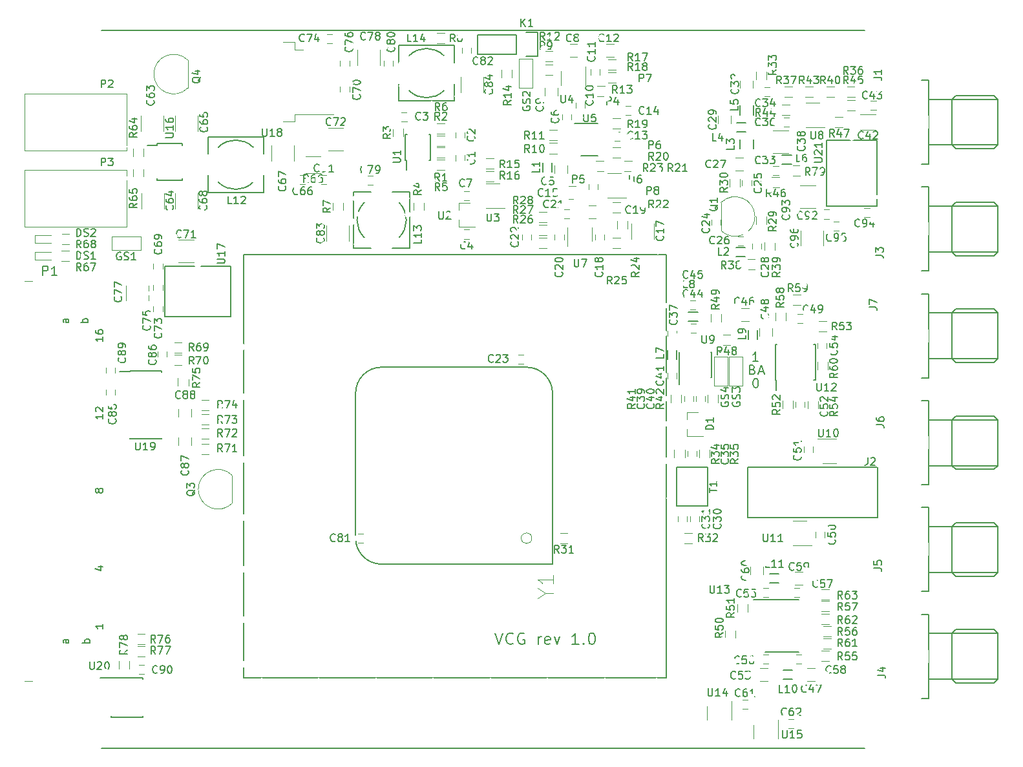
<source format=gbr>
G04 #@! TF.GenerationSoftware,KiCad,Pcbnew,5.0.0*
G04 #@! TF.CreationDate,2018-10-24T02:35:52+02:00*
G04 #@! TF.ProjectId,vcg,7663672E6B696361645F706362000000,rev?*
G04 #@! TF.SameCoordinates,Original*
G04 #@! TF.FileFunction,Legend,Top*
G04 #@! TF.FilePolarity,Positive*
%FSLAX46Y46*%
G04 Gerber Fmt 4.6, Leading zero omitted, Abs format (unit mm)*
G04 Created by KiCad (PCBNEW 5.0.0) date Wed Oct 24 02:35:52 2018*
%MOMM*%
%LPD*%
G01*
G04 APERTURE LIST*
%ADD10C,0.200000*%
%ADD11C,0.120000*%
%ADD12C,0.150000*%
%ADD13C,0.100000*%
%ADD14C,0.125000*%
%ADD15R,2.500000X1.000000*%
%ADD16R,1.000000X2.500000*%
%ADD17R,1.250000X1.000000*%
%ADD18R,1.000000X1.250000*%
%ADD19R,1.000000X1.600000*%
%ADD20C,0.800000*%
%ADD21R,1.500000X2.200000*%
%ADD22R,4.600000X1.100000*%
%ADD23R,9.400000X10.800000*%
%ADD24R,0.800000X0.750000*%
%ADD25R,2.200000X1.500000*%
%ADD26R,0.600000X2.200000*%
%ADD27R,3.500000X2.200000*%
%ADD28R,0.500000X0.900000*%
%ADD29R,0.900000X0.500000*%
%ADD30C,1.500000*%
%ADD31R,0.900000X2.400000*%
%ADD32C,2.000000*%
%ADD33C,3.600000*%
%ADD34C,1.800000*%
%ADD35C,3.100000*%
%ADD36R,1.550000X0.600000*%
%ADD37R,1.500000X0.600000*%
%ADD38R,2.200000X0.600000*%
%ADD39R,2.200000X3.500000*%
%ADD40R,0.650000X1.060000*%
%ADD41R,1.450000X0.450000*%
%ADD42R,0.450000X1.450000*%
%ADD43R,1.060000X0.650000*%
%ADD44R,0.420000X0.890000*%
%ADD45R,0.700000X0.250000*%
%ADD46R,0.850000X0.825000*%
%ADD47R,0.900000X0.800000*%
%ADD48R,0.760000X1.650000*%
%ADD49R,0.900000X1.700000*%
%ADD50O,1.500000X0.900000*%
%ADD51R,1.500000X0.900000*%
%ADD52C,6.400000*%
%ADD53R,0.700000X0.700000*%
%ADD54R,1.300000X0.700000*%
%ADD55R,1.270000X0.970000*%
%ADD56R,0.970000X1.270000*%
%ADD57C,2.540000*%
%ADD58R,0.800000X0.800000*%
%ADD59R,0.750000X0.800000*%
%ADD60C,1.050000*%
%ADD61R,1.400000X0.300000*%
%ADD62R,1.650000X2.850000*%
%ADD63R,4.900000X1.800000*%
%ADD64R,5.200000X1.800000*%
%ADD65R,1.727200X2.032000*%
%ADD66O,1.727200X2.032000*%
%ADD67C,0.600000*%
G04 APERTURE END LIST*
D10*
X145692857Y-78592857D02*
X145807142Y-78592857D01*
X145921428Y-78650000D01*
X145978571Y-78707142D01*
X146035714Y-78821428D01*
X146092857Y-79050000D01*
X146092857Y-79335714D01*
X146035714Y-79564285D01*
X145978571Y-79678571D01*
X145921428Y-79735714D01*
X145807142Y-79792857D01*
X145692857Y-79792857D01*
X145578571Y-79735714D01*
X145521428Y-79678571D01*
X145464285Y-79564285D01*
X145407142Y-79335714D01*
X145407142Y-79050000D01*
X145464285Y-78821428D01*
X145521428Y-78707142D01*
X145578571Y-78650000D01*
X145692857Y-78592857D01*
X146092857Y-76292857D02*
X145407142Y-76292857D01*
X145750000Y-76292857D02*
X145750000Y-75092857D01*
X145635714Y-75264285D01*
X145521428Y-75378571D01*
X145407142Y-75435714D01*
X145335714Y-77414285D02*
X145507142Y-77471428D01*
X145564285Y-77528571D01*
X145621428Y-77642857D01*
X145621428Y-77814285D01*
X145564285Y-77928571D01*
X145507142Y-77985714D01*
X145392857Y-78042857D01*
X144935714Y-78042857D01*
X144935714Y-76842857D01*
X145335714Y-76842857D01*
X145450000Y-76900000D01*
X145507142Y-76957142D01*
X145564285Y-77071428D01*
X145564285Y-77185714D01*
X145507142Y-77300000D01*
X145450000Y-77357142D01*
X145335714Y-77414285D01*
X144935714Y-77414285D01*
X146214285Y-77700000D02*
X146785714Y-77700000D01*
X146100000Y-78042857D02*
X146500000Y-76842857D01*
X146900000Y-78042857D01*
X111642857Y-111928571D02*
X112142857Y-113428571D01*
X112642857Y-111928571D01*
X114000000Y-113285714D02*
X113928571Y-113357142D01*
X113714285Y-113428571D01*
X113571428Y-113428571D01*
X113357142Y-113357142D01*
X113214285Y-113214285D01*
X113142857Y-113071428D01*
X113071428Y-112785714D01*
X113071428Y-112571428D01*
X113142857Y-112285714D01*
X113214285Y-112142857D01*
X113357142Y-112000000D01*
X113571428Y-111928571D01*
X113714285Y-111928571D01*
X113928571Y-112000000D01*
X114000000Y-112071428D01*
X115428571Y-112000000D02*
X115285714Y-111928571D01*
X115071428Y-111928571D01*
X114857142Y-112000000D01*
X114714285Y-112142857D01*
X114642857Y-112285714D01*
X114571428Y-112571428D01*
X114571428Y-112785714D01*
X114642857Y-113071428D01*
X114714285Y-113214285D01*
X114857142Y-113357142D01*
X115071428Y-113428571D01*
X115214285Y-113428571D01*
X115428571Y-113357142D01*
X115500000Y-113285714D01*
X115500000Y-112785714D01*
X115214285Y-112785714D01*
X117285714Y-113428571D02*
X117285714Y-112428571D01*
X117285714Y-112714285D02*
X117357142Y-112571428D01*
X117428571Y-112500000D01*
X117571428Y-112428571D01*
X117714285Y-112428571D01*
X118785714Y-113357142D02*
X118642857Y-113428571D01*
X118357142Y-113428571D01*
X118214285Y-113357142D01*
X118142857Y-113214285D01*
X118142857Y-112642857D01*
X118214285Y-112500000D01*
X118357142Y-112428571D01*
X118642857Y-112428571D01*
X118785714Y-112500000D01*
X118857142Y-112642857D01*
X118857142Y-112785714D01*
X118142857Y-112928571D01*
X119357142Y-112428571D02*
X119714285Y-113428571D01*
X120071428Y-112428571D01*
X122571428Y-113428571D02*
X121714285Y-113428571D01*
X122142857Y-113428571D02*
X122142857Y-111928571D01*
X122000000Y-112142857D01*
X121857142Y-112285714D01*
X121714285Y-112357142D01*
X123214285Y-113285714D02*
X123285714Y-113357142D01*
X123214285Y-113428571D01*
X123142857Y-113357142D01*
X123214285Y-113285714D01*
X123214285Y-113428571D01*
X124214285Y-111928571D02*
X124357142Y-111928571D01*
X124500000Y-112000000D01*
X124571428Y-112071428D01*
X124642857Y-112214285D01*
X124714285Y-112500000D01*
X124714285Y-112857142D01*
X124642857Y-113142857D01*
X124571428Y-113285714D01*
X124500000Y-113357142D01*
X124357142Y-113428571D01*
X124214285Y-113428571D01*
X124071428Y-113357142D01*
X124000000Y-113285714D01*
X123928571Y-113142857D01*
X123857142Y-112857142D01*
X123857142Y-112500000D01*
X123928571Y-112214285D01*
X124000000Y-112071428D01*
X124071428Y-112000000D01*
X124214285Y-111928571D01*
X60000000Y-33000000D02*
X160000000Y-33000000D01*
X60000000Y-127000000D02*
X160000000Y-127000000D01*
X134033000Y-62390000D02*
X134033000Y-117790000D01*
X78633000Y-62390000D02*
X134033000Y-62390000D01*
X78633000Y-117790000D02*
X78633000Y-62390000D01*
X134033000Y-117790000D02*
X78633000Y-117790000D01*
D11*
G04 #@! TO.C,C96*
X154580000Y-61190000D02*
X154580000Y-59190000D01*
X151620000Y-59190000D02*
X151620000Y-61190000D01*
G04 #@! TO.C,C93*
X153560000Y-53310000D02*
X151560000Y-53310000D01*
X151560000Y-56270000D02*
X153560000Y-56270000D01*
G04 #@! TO.C,C84*
X107095000Y-39075000D02*
X107095000Y-41075000D01*
X110055000Y-41075000D02*
X110055000Y-39075000D01*
G04 #@! TO.C,C83*
X92505000Y-60550000D02*
X92505000Y-58550000D01*
X89545000Y-58550000D02*
X89545000Y-60550000D01*
G04 #@! TO.C,C78*
X96517500Y-37537500D02*
X96517500Y-35537500D01*
X93557500Y-35537500D02*
X93557500Y-37537500D01*
G04 #@! TO.C,C77*
X63270000Y-66400000D02*
X63270000Y-68400000D01*
X66230000Y-68400000D02*
X66230000Y-66400000D01*
G04 #@! TO.C,C72*
X89725000Y-48705000D02*
X91725000Y-48705000D01*
X91725000Y-45745000D02*
X89725000Y-45745000D01*
G04 #@! TO.C,C71*
X70125000Y-63405000D02*
X72125000Y-63405000D01*
X72125000Y-60445000D02*
X70125000Y-60445000D01*
G04 #@! TO.C,C68*
X69670000Y-54300000D02*
X69670000Y-56300000D01*
X72630000Y-56300000D02*
X72630000Y-54300000D01*
G04 #@! TO.C,C67*
X85255000Y-50075000D02*
X85255000Y-48075000D01*
X82295000Y-48075000D02*
X82295000Y-50075000D01*
G04 #@! TO.C,C65*
X72680000Y-46150000D02*
X72680000Y-44150000D01*
X69720000Y-44150000D02*
X69720000Y-46150000D01*
G04 #@! TO.C,C64*
X65295000Y-54300000D02*
X65295000Y-56300000D01*
X68255000Y-56300000D02*
X68255000Y-54300000D01*
G04 #@! TO.C,C63*
X68180000Y-46150000D02*
X68180000Y-44150000D01*
X65220000Y-44150000D02*
X65220000Y-46150000D01*
G04 #@! TO.C,C38*
X150025000Y-46070000D02*
X148025000Y-46070000D01*
X148025000Y-49030000D02*
X150025000Y-49030000D01*
G04 #@! TO.C,C17*
X132405000Y-60300000D02*
X132405000Y-58300000D01*
X129445000Y-58300000D02*
X129445000Y-60300000D01*
G04 #@! TO.C,C88*
X70125000Y-82625000D02*
X70125000Y-83625000D01*
X71825000Y-83625000D02*
X71825000Y-82625000D01*
G04 #@! TO.C,C87*
X70125000Y-86325000D02*
X70125000Y-87325000D01*
X71825000Y-87325000D02*
X71825000Y-86325000D01*
G04 #@! TO.C,C60*
X145060000Y-103260000D02*
X145060000Y-104260000D01*
X146760000Y-104260000D02*
X146760000Y-103260000D01*
G04 #@! TO.C,C59*
X151912500Y-103912500D02*
X150912500Y-103912500D01*
X150912500Y-105612500D02*
X151912500Y-105612500D01*
G04 #@! TO.C,C53*
X146337500Y-118212500D02*
X147337500Y-118212500D01*
X147337500Y-116512500D02*
X146337500Y-116512500D01*
G04 #@! TO.C,C47*
X153525000Y-116500000D02*
X152525000Y-116500000D01*
X152525000Y-118200000D02*
X153525000Y-118200000D01*
G04 #@! TO.C,C46*
X143875000Y-71100000D02*
X144875000Y-71100000D01*
X144875000Y-69400000D02*
X143875000Y-69400000D01*
G04 #@! TO.C,C32*
X143725000Y-39550000D02*
X143725000Y-40550000D01*
X145425000Y-40550000D02*
X145425000Y-39550000D01*
G04 #@! TO.C,C29*
X140775000Y-44150000D02*
X140775000Y-45150000D01*
X142475000Y-45150000D02*
X142475000Y-44150000D01*
G04 #@! TO.C,C27*
X143075000Y-51325000D02*
X144075000Y-51325000D01*
X144075000Y-49625000D02*
X143075000Y-49625000D01*
G04 #@! TO.C,C19*
X124850000Y-55925000D02*
X123850000Y-55925000D01*
X123850000Y-57625000D02*
X124850000Y-57625000D01*
G04 #@! TO.C,C15*
X121225000Y-55075000D02*
X122225000Y-55075000D01*
X122225000Y-53375000D02*
X121225000Y-53375000D01*
G04 #@! TO.C,C12*
X126200000Y-36430000D02*
X127200000Y-36430000D01*
X127200000Y-34730000D02*
X126200000Y-34730000D01*
G04 #@! TO.C,C9*
X118120000Y-40550000D02*
X118120000Y-41550000D01*
X119820000Y-41550000D02*
X119820000Y-40550000D01*
G04 #@! TO.C,C8*
X122390000Y-34730000D02*
X121390000Y-34730000D01*
X121390000Y-36430000D02*
X122390000Y-36430000D01*
G04 #@! TO.C,C5*
X121100000Y-51700000D02*
X121100000Y-50700000D01*
X119400000Y-50700000D02*
X119400000Y-51700000D01*
G04 #@! TO.C,C48*
X146225000Y-72025000D02*
X146225000Y-73025000D01*
X147925000Y-73025000D02*
X147925000Y-72025000D01*
G04 #@! TO.C,C42*
X159475000Y-46020000D02*
X161475000Y-46020000D01*
X161475000Y-43980000D02*
X159475000Y-43980000D01*
D12*
G04 #@! TO.C,L12*
X75339000Y-52861000D02*
G75*
G03X79911000Y-52861000I2286000J2286000D01*
G01*
X79911000Y-48289000D02*
G75*
G03X75339000Y-48289000I-2286000J-2286000D01*
G01*
X81275000Y-54225000D02*
X81275000Y-51975000D01*
X81275000Y-46925000D02*
X81275000Y-49175000D01*
X73975000Y-54225000D02*
X73975000Y-51975000D01*
X73975000Y-46925000D02*
X73975000Y-49175000D01*
X81275000Y-54225000D02*
X73975000Y-54225000D01*
X73975000Y-46925000D02*
X81275000Y-46925000D01*
D11*
G04 #@! TO.C,U18*
X83825000Y-44937500D02*
X85325000Y-44937500D01*
X85325000Y-44937500D02*
X85325000Y-43987500D01*
X85325000Y-43987500D02*
X90450000Y-43987500D01*
X83825000Y-34537500D02*
X85325000Y-34537500D01*
X85325000Y-34537500D02*
X85325000Y-35487500D01*
X85325000Y-35487500D02*
X86425000Y-35487500D01*
G04 #@! TO.C,C66*
X86050000Y-51950000D02*
X86750000Y-51950000D01*
X86750000Y-53150000D02*
X86050000Y-53150000D01*
D12*
G04 #@! TO.C,L13*
X94464000Y-55539000D02*
G75*
G03X94464000Y-60111000I2286000J-2286000D01*
G01*
X99036000Y-60111000D02*
G75*
G03X99036000Y-55539000I-2286000J2286000D01*
G01*
X93100000Y-61475000D02*
X95350000Y-61475000D01*
X100400000Y-61475000D02*
X98150000Y-61475000D01*
X93100000Y-54175000D02*
X95350000Y-54175000D01*
X100400000Y-54175000D02*
X98150000Y-54175000D01*
X93100000Y-61475000D02*
X93100000Y-54175000D01*
X100400000Y-54175000D02*
X100400000Y-61475000D01*
G04 #@! TO.C,U21*
X155010000Y-47400000D02*
X161610000Y-47400000D01*
X161610000Y-56000000D02*
X161610000Y-47400000D01*
X155010000Y-56000000D02*
X161610000Y-56000000D01*
X155010000Y-56000000D02*
X155010000Y-47400000D01*
D11*
G04 #@! TO.C,R79*
X151600000Y-52050000D02*
X150600000Y-52050000D01*
X150600000Y-50690000D02*
X151600000Y-50690000D01*
G04 #@! TO.C,R46*
X147880000Y-52190000D02*
X148880000Y-52190000D01*
X148880000Y-53550000D02*
X147880000Y-53550000D01*
G04 #@! TO.C,R39*
X146870000Y-61750000D02*
X146870000Y-60750000D01*
X148230000Y-60750000D02*
X148230000Y-61750000D01*
G04 #@! TO.C,R38*
X145680000Y-64310000D02*
X144680000Y-64310000D01*
X144680000Y-62950000D02*
X145680000Y-62950000D01*
G04 #@! TO.C,C95*
X155940000Y-58030000D02*
X156640000Y-58030000D01*
X156640000Y-59230000D02*
X155940000Y-59230000D01*
G04 #@! TO.C,C94*
X160680000Y-57430000D02*
X159980000Y-57430000D01*
X159980000Y-56230000D02*
X160680000Y-56230000D01*
G04 #@! TO.C,C92*
X154690000Y-56460000D02*
X155390000Y-56460000D01*
X155390000Y-57660000D02*
X154690000Y-57660000D01*
D12*
G04 #@! TO.C,J2*
X161650000Y-96850000D02*
X144750000Y-96850000D01*
X161730000Y-90250000D02*
X161730000Y-96850000D01*
X144750000Y-90250000D02*
X161650000Y-90250000D01*
X144750000Y-96850000D02*
X144750000Y-90250000D01*
D13*
G04 #@! TO.C,P1*
X50000000Y-65800000D02*
X51000000Y-65800000D01*
X50000000Y-118200000D02*
X51000000Y-118200000D01*
D11*
G04 #@! TO.C,C91*
X89525000Y-53150000D02*
X88825000Y-53150000D01*
X88825000Y-51950000D02*
X89525000Y-51950000D01*
G04 #@! TO.C,P3*
X50000000Y-51300000D02*
X63350000Y-51300000D01*
X63350000Y-51300000D02*
X63350000Y-58700000D01*
X63350000Y-58700000D02*
X50000000Y-58700000D01*
X50000000Y-58700000D02*
X50000000Y-51300000D01*
G04 #@! TO.C,P2*
X50000000Y-41300000D02*
X63350000Y-41300000D01*
X63350000Y-41300000D02*
X63350000Y-48700000D01*
X63350000Y-48700000D02*
X50000000Y-48700000D01*
X50000000Y-48700000D02*
X50000000Y-41300000D01*
D12*
G04 #@! TO.C,U20*
X61275000Y-117800000D02*
X61275000Y-117850000D01*
X65425000Y-117800000D02*
X65425000Y-117945000D01*
X65425000Y-122950000D02*
X65425000Y-122805000D01*
X61275000Y-122950000D02*
X61275000Y-122805000D01*
X61275000Y-117800000D02*
X65425000Y-117800000D01*
X61275000Y-122950000D02*
X65425000Y-122950000D01*
X61275000Y-117850000D02*
X59875000Y-117850000D01*
G04 #@! TO.C,U19*
X63785000Y-77620000D02*
X63785000Y-77645000D01*
X67935000Y-77620000D02*
X67935000Y-77735000D01*
X67935000Y-86520000D02*
X67935000Y-86405000D01*
X63785000Y-86520000D02*
X63785000Y-86405000D01*
X63785000Y-77620000D02*
X67935000Y-77620000D01*
X63785000Y-86520000D02*
X67935000Y-86520000D01*
X63785000Y-77645000D02*
X62410000Y-77645000D01*
G04 #@! TO.C,U17*
X76975000Y-63875000D02*
X76975000Y-70475000D01*
X68375000Y-70475000D02*
X76975000Y-70475000D01*
X68375000Y-63875000D02*
X68375000Y-70475000D01*
X68375000Y-63875000D02*
X76975000Y-63875000D01*
D11*
G04 #@! TO.C,U15*
X145480000Y-124000000D02*
X145480000Y-125800000D01*
X148700000Y-125800000D02*
X148700000Y-123350000D01*
G04 #@! TO.C,U14*
X139340000Y-121500000D02*
X139340000Y-123300000D01*
X142560000Y-123300000D02*
X142560000Y-120850000D01*
D12*
G04 #@! TO.C,U13*
X146987500Y-114462500D02*
X151437500Y-114462500D01*
X145462500Y-107562500D02*
X151437500Y-107562500D01*
G04 #@! TO.C,U12*
X148325000Y-78800000D02*
X148450000Y-78800000D01*
X148325000Y-74150000D02*
X148550000Y-74150000D01*
X153575000Y-74150000D02*
X153350000Y-74150000D01*
X153575000Y-78800000D02*
X153350000Y-78800000D01*
X148325000Y-78800000D02*
X148325000Y-74150000D01*
X153575000Y-78800000D02*
X153575000Y-74150000D01*
X148450000Y-78800000D02*
X148450000Y-80150000D01*
D11*
G04 #@! TO.C,U11*
X152400000Y-97240000D02*
X150600000Y-97240000D01*
X150600000Y-100460000D02*
X153050000Y-100460000D01*
G04 #@! TO.C,U10*
X154500000Y-89685000D02*
X156300000Y-89685000D01*
X156300000Y-86465000D02*
X153850000Y-86465000D01*
D12*
G04 #@! TO.C,U9*
X135700000Y-75175000D02*
X135765000Y-75175000D01*
X139950000Y-75175000D02*
X139885000Y-75175000D01*
X139950000Y-78425000D02*
X139885000Y-78425000D01*
X135700000Y-78425000D02*
X135700000Y-75175000D01*
X139950000Y-78425000D02*
X139950000Y-75175000D01*
X135700000Y-78425000D02*
X135700000Y-79350000D01*
D11*
G04 #@! TO.C,U8*
X154125000Y-42440000D02*
X152325000Y-42440000D01*
X152325000Y-45660000D02*
X154775000Y-45660000D01*
G04 #@! TO.C,U7*
X124335000Y-60600000D02*
X124335000Y-58800000D01*
X121115000Y-58800000D02*
X121115000Y-61250000D01*
G04 #@! TO.C,U6*
X128100000Y-51665000D02*
X126300000Y-51665000D01*
X126300000Y-54885000D02*
X128750000Y-54885000D01*
D12*
G04 #@! TO.C,U5*
X122825000Y-49375000D02*
X125025000Y-49375000D01*
X122050000Y-45125000D02*
X125025000Y-45125000D01*
D11*
G04 #@! TO.C,U4*
X120230000Y-38340000D02*
X120230000Y-40140000D01*
X123450000Y-40140000D02*
X123450000Y-37690000D01*
G04 #@! TO.C,U3*
X112210000Y-53030000D02*
X110410000Y-53030000D01*
X110410000Y-56250000D02*
X112860000Y-56250000D01*
G04 #@! TO.C,U2*
X106850000Y-55590000D02*
X106850000Y-56520000D01*
X106850000Y-58750000D02*
X106850000Y-57820000D01*
X106850000Y-58750000D02*
X109010000Y-58750000D01*
X106850000Y-55590000D02*
X108310000Y-55590000D01*
D12*
G04 #@! TO.C,U1*
X99825000Y-49975000D02*
X100000000Y-49975000D01*
X99825000Y-46625000D02*
X100075000Y-46625000D01*
X103175000Y-46625000D02*
X102925000Y-46625000D01*
X103175000Y-49975000D02*
X102925000Y-49975000D01*
X99825000Y-49975000D02*
X99825000Y-46625000D01*
X103175000Y-49975000D02*
X103175000Y-46625000D01*
X100000000Y-49975000D02*
X100000000Y-51225000D01*
G04 #@! TO.C,T1*
X139425000Y-90250000D02*
X135425000Y-90250000D01*
X135425000Y-90250000D02*
X135425000Y-95250000D01*
X135425000Y-95250000D02*
X139425000Y-95250000D01*
X139425000Y-95250000D02*
X139425000Y-90250000D01*
D11*
G04 #@! TO.C,R78*
X62290000Y-116640000D02*
X62290000Y-115640000D01*
X63650000Y-115640000D02*
X63650000Y-116640000D01*
G04 #@! TO.C,R77*
X64750000Y-113620000D02*
X65750000Y-113620000D01*
X65750000Y-114980000D02*
X64750000Y-114980000D01*
G04 #@! TO.C,R76*
X64750000Y-112020000D02*
X65750000Y-112020000D01*
X65750000Y-113380000D02*
X64750000Y-113380000D01*
G04 #@! TO.C,R75*
X71430000Y-78510000D02*
X71430000Y-79510000D01*
X70070000Y-79510000D02*
X70070000Y-78510000D01*
G04 #@! TO.C,R74*
X74125000Y-82755000D02*
X73125000Y-82755000D01*
X73125000Y-81395000D02*
X74125000Y-81395000D01*
G04 #@! TO.C,R73*
X74125000Y-84655000D02*
X73125000Y-84655000D01*
X73125000Y-83295000D02*
X74125000Y-83295000D01*
G04 #@! TO.C,R72*
X74125000Y-86505000D02*
X73125000Y-86505000D01*
X73125000Y-85145000D02*
X74125000Y-85145000D01*
G04 #@! TO.C,R71*
X74125000Y-88505000D02*
X73125000Y-88505000D01*
X73125000Y-87145000D02*
X74125000Y-87145000D01*
G04 #@! TO.C,R70*
X70575000Y-76805000D02*
X69575000Y-76805000D01*
X69575000Y-75445000D02*
X70575000Y-75445000D01*
G04 #@! TO.C,R69*
X70575000Y-75255000D02*
X69575000Y-75255000D01*
X69575000Y-73895000D02*
X70575000Y-73895000D01*
G04 #@! TO.C,R68*
X54850000Y-59645000D02*
X55850000Y-59645000D01*
X55850000Y-61005000D02*
X54850000Y-61005000D01*
G04 #@! TO.C,R67*
X54825000Y-61845000D02*
X55825000Y-61845000D01*
X55825000Y-63205000D02*
X54825000Y-63205000D01*
G04 #@! TO.C,R66*
X86775000Y-49505000D02*
X88775000Y-49505000D01*
X88775000Y-51645000D02*
X86775000Y-51645000D01*
G04 #@! TO.C,R65*
X65530000Y-51150000D02*
X65530000Y-52150000D01*
X64170000Y-52150000D02*
X64170000Y-51150000D01*
G04 #@! TO.C,R64*
X64170000Y-49450000D02*
X64170000Y-48450000D01*
X65530000Y-48450000D02*
X65530000Y-49450000D01*
G04 #@! TO.C,R63*
X154375000Y-106170000D02*
X155375000Y-106170000D01*
X155375000Y-107530000D02*
X154375000Y-107530000D01*
G04 #@! TO.C,R62*
X154375000Y-109395000D02*
X155375000Y-109395000D01*
X155375000Y-110755000D02*
X154375000Y-110755000D01*
G04 #@! TO.C,R61*
X154600000Y-112620000D02*
X155600000Y-112620000D01*
X155600000Y-113980000D02*
X154600000Y-113980000D01*
G04 #@! TO.C,R60*
X155205000Y-76450000D02*
X155205000Y-77450000D01*
X153845000Y-77450000D02*
X153845000Y-76450000D01*
G04 #@! TO.C,R59*
X150650000Y-67570000D02*
X151650000Y-67570000D01*
X151650000Y-68930000D02*
X150650000Y-68930000D01*
G04 #@! TO.C,R58*
X148320000Y-71000000D02*
X148320000Y-70000000D01*
X149680000Y-70000000D02*
X149680000Y-71000000D01*
G04 #@! TO.C,R57*
X154375000Y-107770000D02*
X155375000Y-107770000D01*
X155375000Y-109130000D02*
X154375000Y-109130000D01*
G04 #@! TO.C,R56*
X154600000Y-111020000D02*
X155600000Y-111020000D01*
X155600000Y-112380000D02*
X154600000Y-112380000D01*
G04 #@! TO.C,R55*
X154375000Y-114220000D02*
X155375000Y-114220000D01*
X155375000Y-115580000D02*
X154375000Y-115580000D01*
G04 #@! TO.C,R54*
X153930000Y-81540000D02*
X153930000Y-82540000D01*
X152570000Y-82540000D02*
X152570000Y-81540000D01*
G04 #@! TO.C,R53*
X154000000Y-71070000D02*
X155000000Y-71070000D01*
X155000000Y-72430000D02*
X154000000Y-72430000D01*
G04 #@! TO.C,R52*
X150630000Y-81520000D02*
X150630000Y-82520000D01*
X149270000Y-82520000D02*
X149270000Y-81520000D01*
G04 #@! TO.C,R51*
X143370000Y-109140000D02*
X143370000Y-108140000D01*
X144730000Y-108140000D02*
X144730000Y-109140000D01*
G04 #@! TO.C,R50*
X141760000Y-112600000D02*
X141760000Y-111600000D01*
X143120000Y-111600000D02*
X143120000Y-112600000D01*
G04 #@! TO.C,R49*
X139870000Y-71175000D02*
X139870000Y-70175000D01*
X141230000Y-70175000D02*
X141230000Y-71175000D01*
G04 #@! TO.C,R48*
X141450000Y-72870000D02*
X142450000Y-72870000D01*
X142450000Y-74230000D02*
X141450000Y-74230000D01*
G04 #@! TO.C,R47*
X156175000Y-44320000D02*
X157175000Y-44320000D01*
X157175000Y-45680000D02*
X156175000Y-45680000D01*
G04 #@! TO.C,R45*
X157725000Y-42120000D02*
X158725000Y-42120000D01*
X158725000Y-43480000D02*
X157725000Y-43480000D01*
G04 #@! TO.C,R44*
X150225000Y-44030000D02*
X149225000Y-44030000D01*
X149225000Y-42670000D02*
X150225000Y-42670000D01*
G04 #@! TO.C,R43*
X152225000Y-40370000D02*
X153225000Y-40370000D01*
X153225000Y-41730000D02*
X152225000Y-41730000D01*
G04 #@! TO.C,R42*
X140855000Y-80725000D02*
X140855000Y-81725000D01*
X139495000Y-81725000D02*
X139495000Y-80725000D01*
G04 #@! TO.C,R41*
X136005000Y-80725000D02*
X136005000Y-81725000D01*
X134645000Y-81725000D02*
X134645000Y-80725000D01*
G04 #@! TO.C,R40*
X156025000Y-41730000D02*
X155025000Y-41730000D01*
X155025000Y-40370000D02*
X156025000Y-40370000D01*
G04 #@! TO.C,R37*
X149550000Y-40370000D02*
X150550000Y-40370000D01*
X150550000Y-41730000D02*
X149550000Y-41730000D01*
G04 #@! TO.C,R36*
X158725000Y-41730000D02*
X157725000Y-41730000D01*
X157725000Y-40370000D02*
X158725000Y-40370000D01*
G04 #@! TO.C,R35*
X138345000Y-88900000D02*
X138345000Y-87900000D01*
X139705000Y-87900000D02*
X139705000Y-88900000D01*
G04 #@! TO.C,R34*
X135095000Y-88900000D02*
X135095000Y-87900000D01*
X136455000Y-87900000D02*
X136455000Y-88900000D01*
G04 #@! TO.C,R33*
X147155000Y-38425000D02*
X147155000Y-39425000D01*
X145795000Y-39425000D02*
X145795000Y-38425000D01*
G04 #@! TO.C,R32*
X137400000Y-100205000D02*
X136400000Y-100205000D01*
X136400000Y-98845000D02*
X137400000Y-98845000D01*
G04 #@! TO.C,R31*
X120125000Y-98845000D02*
X121125000Y-98845000D01*
X121125000Y-100205000D02*
X120125000Y-100205000D01*
G04 #@! TO.C,R30*
X143730000Y-52425000D02*
X143730000Y-53425000D01*
X142370000Y-53425000D02*
X142370000Y-52425000D01*
G04 #@! TO.C,R29*
X147130000Y-57400000D02*
X147130000Y-58400000D01*
X145770000Y-58400000D02*
X145770000Y-57400000D01*
G04 #@! TO.C,R28*
X117400000Y-56770000D02*
X118400000Y-56770000D01*
X118400000Y-58130000D02*
X117400000Y-58130000D01*
G04 #@! TO.C,R27*
X118400000Y-59805000D02*
X117400000Y-59805000D01*
X117400000Y-58445000D02*
X118400000Y-58445000D01*
G04 #@! TO.C,R26*
X118400000Y-61480000D02*
X117400000Y-61480000D01*
X117400000Y-60120000D02*
X118400000Y-60120000D01*
G04 #@! TO.C,R25*
X128050000Y-61480000D02*
X127050000Y-61480000D01*
X127050000Y-60120000D02*
X128050000Y-60120000D01*
G04 #@! TO.C,R24*
X128980000Y-57950000D02*
X128980000Y-58950000D01*
X127620000Y-58950000D02*
X127620000Y-57950000D01*
G04 #@! TO.C,R23*
X124850000Y-50070000D02*
X125850000Y-50070000D01*
X125850000Y-51430000D02*
X124850000Y-51430000D01*
G04 #@! TO.C,R22*
X128050000Y-56880000D02*
X127050000Y-56880000D01*
X127050000Y-55520000D02*
X128050000Y-55520000D01*
G04 #@! TO.C,R21*
X129550000Y-51430000D02*
X128550000Y-51430000D01*
X128550000Y-50070000D02*
X129550000Y-50070000D01*
G04 #@! TO.C,R20*
X127050000Y-48320000D02*
X128050000Y-48320000D01*
X128050000Y-49680000D02*
X127050000Y-49680000D01*
G04 #@! TO.C,R19*
X127050000Y-44470000D02*
X128050000Y-44470000D01*
X128050000Y-45830000D02*
X127050000Y-45830000D01*
G04 #@! TO.C,R18*
X126450000Y-38510000D02*
X127450000Y-38510000D01*
X127450000Y-39870000D02*
X126450000Y-39870000D01*
G04 #@! TO.C,R17*
X126450000Y-36810000D02*
X127450000Y-36810000D01*
X127450000Y-38170000D02*
X126450000Y-38170000D01*
G04 #@! TO.C,R16*
X110460000Y-51430000D02*
X111460000Y-51430000D01*
X111460000Y-52790000D02*
X110460000Y-52790000D01*
G04 #@! TO.C,R15*
X111460000Y-51080000D02*
X110460000Y-51080000D01*
X110460000Y-49720000D02*
X111460000Y-49720000D01*
G04 #@! TO.C,R14*
X112420000Y-39120000D02*
X112420000Y-38120000D01*
X113780000Y-38120000D02*
X113780000Y-39120000D01*
G04 #@! TO.C,R13*
X125960000Y-41590000D02*
X124960000Y-41590000D01*
X124960000Y-40230000D02*
X125960000Y-40230000D01*
G04 #@! TO.C,R12*
X119180000Y-37080000D02*
X118180000Y-37080000D01*
X118180000Y-35720000D02*
X119180000Y-35720000D01*
G04 #@! TO.C,R11*
X119700000Y-47380000D02*
X118700000Y-47380000D01*
X118700000Y-46020000D02*
X119700000Y-46020000D01*
G04 #@! TO.C,R10*
X119700000Y-49105000D02*
X118700000Y-49105000D01*
X118700000Y-47745000D02*
X119700000Y-47745000D01*
G04 #@! TO.C,R9*
X118180000Y-37460000D02*
X119180000Y-37460000D01*
X119180000Y-38820000D02*
X118180000Y-38820000D01*
G04 #@! TO.C,R8*
X103975000Y-33345000D02*
X104975000Y-33345000D01*
X104975000Y-34705000D02*
X103975000Y-34705000D01*
G04 #@! TO.C,R7*
X91730000Y-55550000D02*
X91730000Y-56550000D01*
X90370000Y-56550000D02*
X90370000Y-55550000D01*
G04 #@! TO.C,R6*
X104025000Y-45170000D02*
X105025000Y-45170000D01*
X105025000Y-46530000D02*
X104025000Y-46530000D01*
G04 #@! TO.C,R5*
X104025000Y-49870000D02*
X105025000Y-49870000D01*
X105025000Y-51230000D02*
X104025000Y-51230000D01*
G04 #@! TO.C,R4*
X102305000Y-55550000D02*
X102305000Y-56550000D01*
X100945000Y-56550000D02*
X100945000Y-55550000D01*
G04 #@! TO.C,R3*
X99605000Y-45850000D02*
X99605000Y-46850000D01*
X98245000Y-46850000D02*
X98245000Y-45850000D01*
G04 #@! TO.C,R2*
X105025000Y-48105000D02*
X104025000Y-48105000D01*
X104025000Y-46745000D02*
X105025000Y-46745000D01*
G04 #@! TO.C,R1*
X105025000Y-49655000D02*
X104025000Y-49655000D01*
X104025000Y-48295000D02*
X105025000Y-48295000D01*
G04 #@! TO.C,Q4*
X71350000Y-40500000D02*
X71350000Y-36900000D01*
X71338478Y-40538478D02*
G75*
G02X66900000Y-38700000I-1838478J1838478D01*
G01*
X71338478Y-36861522D02*
G75*
G03X66900000Y-38700000I-1838478J-1838478D01*
G01*
G04 #@! TO.C,Q3*
X77175000Y-94905000D02*
X77175000Y-91305000D01*
X77163478Y-94943478D02*
G75*
G02X72725000Y-93105000I-1838478J1838478D01*
G01*
X77163478Y-91266522D02*
G75*
G03X72725000Y-93105000I-1838478J-1838478D01*
G01*
G04 #@! TO.C,Q1*
X141200000Y-55570000D02*
X141200000Y-59170000D01*
X141211522Y-55531522D02*
G75*
G02X145650000Y-57370000I1838478J-1838478D01*
G01*
X141211522Y-59208478D02*
G75*
G03X145650000Y-57370000I1838478J1838478D01*
G01*
D12*
G04 #@! TO.C,L14*
X100339000Y-40861000D02*
G75*
G03X104911000Y-40861000I2286000J2286000D01*
G01*
X104911000Y-36289000D02*
G75*
G03X100339000Y-36289000I-2286000J-2286000D01*
G01*
X106275000Y-42225000D02*
X106275000Y-39975000D01*
X106275000Y-34925000D02*
X106275000Y-37175000D01*
X98975000Y-42225000D02*
X98975000Y-39975000D01*
X98975000Y-34925000D02*
X98975000Y-37175000D01*
X106275000Y-42225000D02*
X98975000Y-42225000D01*
X98975000Y-34925000D02*
X106275000Y-34925000D01*
G04 #@! TO.C,L11*
X147612500Y-104162500D02*
X148812500Y-104162500D01*
X148812500Y-105362500D02*
X147612500Y-105362500D01*
G04 #@! TO.C,L10*
X150562500Y-117962500D02*
X149362500Y-117962500D01*
X149362500Y-116762500D02*
X150562500Y-116762500D01*
G04 #@! TO.C,L9*
X145975000Y-72225000D02*
X145975000Y-73425000D01*
X144775000Y-73425000D02*
X144775000Y-72225000D01*
G04 #@! TO.C,L8*
X136950000Y-69875000D02*
X138150000Y-69875000D01*
X138150000Y-71075000D02*
X136950000Y-71075000D01*
G04 #@! TO.C,L7*
X135425000Y-74875000D02*
X135425000Y-76075000D01*
X134225000Y-76075000D02*
X134225000Y-74875000D01*
G04 #@! TO.C,L6*
X149230000Y-49340000D02*
X150430000Y-49340000D01*
X150430000Y-50540000D02*
X149230000Y-50540000D01*
G04 #@! TO.C,L5*
X143700000Y-44025000D02*
X143700000Y-42825000D01*
X145450000Y-42825000D02*
X145450000Y-44025000D01*
G04 #@! TO.C,L4*
X143275000Y-45050000D02*
X144475000Y-45050000D01*
X144475000Y-46250000D02*
X143275000Y-46250000D01*
G04 #@! TO.C,L3*
X143700000Y-48500000D02*
X143700000Y-47300000D01*
X145450000Y-47300000D02*
X145450000Y-48500000D01*
G04 #@! TO.C,L2*
X143150000Y-61400000D02*
X144350000Y-61400000D01*
X144350000Y-62600000D02*
X143150000Y-62600000D01*
G04 #@! TO.C,L1*
X117850000Y-51500000D02*
X117850000Y-50300000D01*
X119050000Y-50300000D02*
X119050000Y-51500000D01*
D11*
G04 #@! TO.C,GS4*
X140285000Y-75715000D02*
X140285000Y-79535000D01*
X140285000Y-79535000D02*
X142065000Y-79535000D01*
X142065000Y-79535000D02*
X142065000Y-75715000D01*
X140285000Y-75715000D02*
X142065000Y-75715000D01*
G04 #@! TO.C,GS3*
X142285000Y-75715000D02*
X142285000Y-79535000D01*
X142285000Y-79535000D02*
X144065000Y-79535000D01*
X144065000Y-79535000D02*
X144065000Y-75715000D01*
X142285000Y-75715000D02*
X144065000Y-75715000D01*
G04 #@! TO.C,GS2*
X116530000Y-40550000D02*
X116530000Y-36730000D01*
X116530000Y-36730000D02*
X114750000Y-36730000D01*
X114750000Y-36730000D02*
X114750000Y-40550000D01*
X116530000Y-40550000D02*
X114750000Y-40550000D01*
G04 #@! TO.C,GS1*
X61365000Y-61790000D02*
X65185000Y-61790000D01*
X65185000Y-61790000D02*
X65185000Y-60010000D01*
X65185000Y-60010000D02*
X61365000Y-60010000D01*
X61365000Y-61790000D02*
X61365000Y-60010000D01*
G04 #@! TO.C,DS2*
X51325000Y-59825000D02*
X51325000Y-60825000D01*
X51325000Y-60825000D02*
X53425000Y-60825000D01*
X51325000Y-59825000D02*
X53425000Y-59825000D01*
G04 #@! TO.C,DS1*
X51325000Y-62025000D02*
X51325000Y-63025000D01*
X51325000Y-63025000D02*
X53425000Y-63025000D01*
X51325000Y-62025000D02*
X53425000Y-62025000D01*
G04 #@! TO.C,D1*
X136740000Y-83020000D02*
X136740000Y-83950000D01*
X136740000Y-86180000D02*
X136740000Y-85250000D01*
X136740000Y-86180000D02*
X138900000Y-86180000D01*
X136740000Y-83020000D02*
X138200000Y-83020000D01*
G04 #@! TO.C,C90*
X64950000Y-116140000D02*
X65650000Y-116140000D01*
X65650000Y-117340000D02*
X64950000Y-117340000D01*
G04 #@! TO.C,C89*
X61800000Y-77150000D02*
X61800000Y-77850000D01*
X60600000Y-77850000D02*
X60600000Y-77150000D01*
G04 #@! TO.C,C86*
X67425000Y-75725000D02*
X67425000Y-75025000D01*
X68625000Y-75025000D02*
X68625000Y-75725000D01*
G04 #@! TO.C,C85*
X60600000Y-80750000D02*
X60600000Y-80050000D01*
X61800000Y-80050000D02*
X61800000Y-80750000D01*
G04 #@! TO.C,C82*
X108500000Y-35225000D02*
X108500000Y-35925000D01*
X107300000Y-35925000D02*
X107300000Y-35225000D01*
G04 #@! TO.C,C81*
X93650000Y-98900000D02*
X94350000Y-98900000D01*
X94350000Y-100100000D02*
X93650000Y-100100000D01*
G04 #@! TO.C,C80*
X98200000Y-36950000D02*
X98200000Y-37650000D01*
X97000000Y-37650000D02*
X97000000Y-36950000D01*
G04 #@! TO.C,C79*
X94900000Y-52050000D02*
X95600000Y-52050000D01*
X95600000Y-53250000D02*
X94900000Y-53250000D01*
G04 #@! TO.C,C76*
X92512500Y-36937500D02*
X92512500Y-37637500D01*
X91312500Y-37637500D02*
X91312500Y-36937500D01*
G04 #@! TO.C,C75*
X66850000Y-67000000D02*
X66850000Y-66300000D01*
X68050000Y-66300000D02*
X68050000Y-67000000D01*
G04 #@! TO.C,C74*
X90275000Y-34700000D02*
X89575000Y-34700000D01*
X89575000Y-33500000D02*
X90275000Y-33500000D01*
G04 #@! TO.C,C73*
X66850000Y-69800000D02*
X66850000Y-69100000D01*
X68050000Y-69100000D02*
X68050000Y-69800000D01*
G04 #@! TO.C,C70*
X92512500Y-40337500D02*
X92512500Y-41037500D01*
X91312500Y-41037500D02*
X91312500Y-40337500D01*
G04 #@! TO.C,C69*
X68050000Y-63525000D02*
X68050000Y-64225000D01*
X66850000Y-64225000D02*
X66850000Y-63525000D01*
G04 #@! TO.C,C62*
X150750000Y-124400000D02*
X150050000Y-124400000D01*
X150050000Y-123200000D02*
X150750000Y-123200000D01*
G04 #@! TO.C,C61*
X144700000Y-121900000D02*
X144000000Y-121900000D01*
X144000000Y-120700000D02*
X144700000Y-120700000D01*
G04 #@! TO.C,C58*
X151737500Y-115987500D02*
X151037500Y-115987500D01*
X151037500Y-114787500D02*
X151737500Y-114787500D01*
G04 #@! TO.C,C57*
X151512500Y-107237500D02*
X150812500Y-107237500D01*
X150812500Y-106037500D02*
X151512500Y-106037500D01*
G04 #@! TO.C,C56*
X146737500Y-114787500D02*
X147437500Y-114787500D01*
X147437500Y-115987500D02*
X146737500Y-115987500D01*
G04 #@! TO.C,C55*
X146737500Y-106037500D02*
X147437500Y-106037500D01*
X147437500Y-107237500D02*
X146737500Y-107237500D01*
G04 #@! TO.C,C54*
X153875000Y-74625000D02*
X153875000Y-73925000D01*
X155075000Y-73925000D02*
X155075000Y-74625000D01*
G04 #@! TO.C,C52*
X151000000Y-82370000D02*
X151000000Y-81670000D01*
X152200000Y-81670000D02*
X152200000Y-82370000D01*
G04 #@! TO.C,C51*
X152070000Y-88230000D02*
X152070000Y-87530000D01*
X153270000Y-87530000D02*
X153270000Y-88230000D01*
G04 #@! TO.C,C50*
X154800000Y-98700000D02*
X154800000Y-99400000D01*
X153600000Y-99400000D02*
X153600000Y-98700000D01*
G04 #@! TO.C,C49*
X151900000Y-71350000D02*
X151200000Y-71350000D01*
X151200000Y-70150000D02*
X151900000Y-70150000D01*
G04 #@! TO.C,C45*
X137150000Y-68350000D02*
X137850000Y-68350000D01*
X137850000Y-69550000D02*
X137150000Y-69550000D01*
G04 #@! TO.C,C44*
X137950000Y-72575000D02*
X137250000Y-72575000D01*
X137250000Y-71375000D02*
X137950000Y-71375000D01*
G04 #@! TO.C,C43*
X160825000Y-42200000D02*
X161525000Y-42200000D01*
X161525000Y-43400000D02*
X160825000Y-43400000D01*
G04 #@! TO.C,C41*
X134225000Y-78575000D02*
X134225000Y-77875000D01*
X135425000Y-77875000D02*
X135425000Y-78575000D01*
G04 #@! TO.C,C40*
X137900000Y-81575000D02*
X137900000Y-80875000D01*
X139100000Y-80875000D02*
X139100000Y-81575000D01*
G04 #@! TO.C,C39*
X136400000Y-81575000D02*
X136400000Y-80875000D01*
X137600000Y-80875000D02*
X137600000Y-81575000D01*
G04 #@! TO.C,C37*
X135425000Y-72350000D02*
X135425000Y-73050000D01*
X134225000Y-73050000D02*
X134225000Y-72350000D01*
G04 #@! TO.C,C36*
X149425000Y-44400000D02*
X150125000Y-44400000D01*
X150125000Y-45600000D02*
X149425000Y-45600000D01*
G04 #@! TO.C,C35*
X136825000Y-88775000D02*
X136825000Y-88075000D01*
X138025000Y-88075000D02*
X138025000Y-88775000D01*
G04 #@! TO.C,C34*
X146875000Y-40450000D02*
X147575000Y-40450000D01*
X147575000Y-41650000D02*
X146875000Y-41650000D01*
G04 #@! TO.C,C33*
X148030000Y-50770000D02*
X148730000Y-50770000D01*
X148730000Y-51970000D02*
X148030000Y-51970000D01*
G04 #@! TO.C,C31*
X135550000Y-97325000D02*
X135550000Y-96625000D01*
X136750000Y-96625000D02*
X136750000Y-97325000D01*
G04 #@! TO.C,C30*
X137200000Y-97325000D02*
X137200000Y-96625000D01*
X138400000Y-96625000D02*
X138400000Y-97325000D01*
G04 #@! TO.C,C28*
X146525000Y-60900000D02*
X146525000Y-61600000D01*
X145325000Y-61600000D02*
X145325000Y-60900000D01*
G04 #@! TO.C,C26*
X144150000Y-61175000D02*
X143450000Y-61175000D01*
X143450000Y-59975000D02*
X144150000Y-59975000D01*
G04 #@! TO.C,C25*
X143975000Y-53275000D02*
X143975000Y-52575000D01*
X145175000Y-52575000D02*
X145175000Y-53275000D01*
G04 #@! TO.C,C24*
X139950000Y-58450000D02*
X139950000Y-57750000D01*
X141150000Y-57750000D02*
X141150000Y-58450000D01*
G04 #@! TO.C,C23*
X114635000Y-75450000D02*
X115335000Y-75450000D01*
X115335000Y-76650000D02*
X114635000Y-76650000D01*
G04 #@! TO.C,C22*
X116325000Y-59700000D02*
X116325000Y-60400000D01*
X115125000Y-60400000D02*
X115125000Y-59700000D01*
G04 #@! TO.C,C21*
X120675000Y-56400000D02*
X121375000Y-56400000D01*
X121375000Y-57600000D02*
X120675000Y-57600000D01*
G04 #@! TO.C,C20*
X120625000Y-59700000D02*
X120625000Y-60400000D01*
X119425000Y-60400000D02*
X119425000Y-59700000D01*
G04 #@! TO.C,C18*
X124700000Y-60400000D02*
X124700000Y-59700000D01*
X125900000Y-59700000D02*
X125900000Y-60400000D01*
G04 #@! TO.C,C16*
X125075000Y-53125000D02*
X125075000Y-53825000D01*
X123875000Y-53825000D02*
X123875000Y-53125000D01*
G04 #@! TO.C,C14*
X128700000Y-42875000D02*
X129400000Y-42875000D01*
X129400000Y-44075000D02*
X128700000Y-44075000D01*
G04 #@! TO.C,C13*
X127925000Y-47425000D02*
X127225000Y-47425000D01*
X127225000Y-46225000D02*
X127925000Y-46225000D01*
G04 #@! TO.C,C11*
X124110000Y-38790000D02*
X124110000Y-38090000D01*
X125310000Y-38090000D02*
X125310000Y-38790000D01*
G04 #@! TO.C,C10*
X122190000Y-43150000D02*
X122190000Y-42450000D01*
X123390000Y-42450000D02*
X123390000Y-43150000D01*
G04 #@! TO.C,C7*
X107510000Y-54060000D02*
X108210000Y-54060000D01*
X108210000Y-55260000D02*
X107510000Y-55260000D01*
G04 #@! TO.C,C6*
X121600000Y-43950000D02*
X121600000Y-44650000D01*
X120400000Y-44650000D02*
X120400000Y-43950000D01*
G04 #@! TO.C,C4*
X107510000Y-59080000D02*
X108210000Y-59080000D01*
X108210000Y-60280000D02*
X107510000Y-60280000D01*
G04 #@! TO.C,C3*
X99350000Y-43725000D02*
X100050000Y-43725000D01*
X100050000Y-44925000D02*
X99350000Y-44925000D01*
G04 #@! TO.C,C2*
X106400000Y-47025000D02*
X106400000Y-46325000D01*
X107600000Y-46325000D02*
X107600000Y-47025000D01*
G04 #@! TO.C,C1*
X107600000Y-49350000D02*
X107600000Y-50050000D01*
X106400000Y-50050000D02*
X106400000Y-49350000D01*
D14*
G04 #@! TO.C,Y1*
X116435000Y-99510000D02*
G75*
G03X116435000Y-99510000I-700000J0D01*
G01*
D12*
X96735000Y-102910000D02*
X119135000Y-102910000D01*
X93335000Y-80510000D02*
X93335000Y-99510000D01*
X115735000Y-77110000D02*
X96735000Y-77110000D01*
X119135000Y-102910000D02*
X119135000Y-80510000D01*
X119135000Y-80510000D02*
G75*
G03X115735000Y-77110000I-3400000J0D01*
G01*
X96735000Y-77110000D02*
G75*
G03X93335000Y-80510000I0J-3400000D01*
G01*
X93335000Y-99510000D02*
G75*
G03X96735000Y-102910000I3400000J0D01*
G01*
G04 #@! TO.C,U16*
X67288000Y-47778000D02*
X67288000Y-48003000D01*
X70638000Y-47778000D02*
X70638000Y-48078000D01*
X70638000Y-52628000D02*
X70638000Y-52328000D01*
X67288000Y-52628000D02*
X67288000Y-52328000D01*
X67288000Y-47778000D02*
X70638000Y-47778000D01*
X67288000Y-52628000D02*
X70638000Y-52628000D01*
X67288000Y-48003000D02*
X66063000Y-48003000D01*
G04 #@! TO.C,J1*
X168450000Y-50500000D02*
X167500000Y-50500000D01*
X168450000Y-39500000D02*
X168450000Y-50500000D01*
X167500000Y-39500000D02*
X168450000Y-39500000D01*
X177500000Y-48000000D02*
X168500000Y-48000000D01*
X177500000Y-42000000D02*
X177500000Y-48000000D01*
X168500000Y-42000000D02*
X177500000Y-42000000D01*
X177000000Y-48500000D02*
X177500000Y-48000000D01*
X172000000Y-48500000D02*
X177000000Y-48500000D01*
X171500000Y-48000000D02*
X172000000Y-48500000D01*
X171500000Y-42000000D02*
X171500000Y-48000000D01*
X172000000Y-41500000D02*
X171500000Y-42000000D01*
X177000000Y-41500000D02*
X172000000Y-41500000D01*
X177500000Y-42000000D02*
X177000000Y-41500000D01*
G04 #@! TO.C,J3*
X168450000Y-64500000D02*
X167500000Y-64500000D01*
X168450000Y-53500000D02*
X168450000Y-64500000D01*
X167500000Y-53500000D02*
X168450000Y-53500000D01*
X177500000Y-62000000D02*
X168500000Y-62000000D01*
X177500000Y-56000000D02*
X177500000Y-62000000D01*
X168500000Y-56000000D02*
X177500000Y-56000000D01*
X177000000Y-62500000D02*
X177500000Y-62000000D01*
X172000000Y-62500000D02*
X177000000Y-62500000D01*
X171500000Y-62000000D02*
X172000000Y-62500000D01*
X171500000Y-56000000D02*
X171500000Y-62000000D01*
X172000000Y-55500000D02*
X171500000Y-56000000D01*
X177000000Y-55500000D02*
X172000000Y-55500000D01*
X177500000Y-56000000D02*
X177000000Y-55500000D01*
G04 #@! TO.C,J4*
X168450000Y-120500000D02*
X167500000Y-120500000D01*
X168450000Y-109500000D02*
X168450000Y-120500000D01*
X167500000Y-109500000D02*
X168450000Y-109500000D01*
X177500000Y-118000000D02*
X168500000Y-118000000D01*
X177500000Y-112000000D02*
X177500000Y-118000000D01*
X168500000Y-112000000D02*
X177500000Y-112000000D01*
X177000000Y-118500000D02*
X177500000Y-118000000D01*
X172000000Y-118500000D02*
X177000000Y-118500000D01*
X171500000Y-118000000D02*
X172000000Y-118500000D01*
X171500000Y-112000000D02*
X171500000Y-118000000D01*
X172000000Y-111500000D02*
X171500000Y-112000000D01*
X177000000Y-111500000D02*
X172000000Y-111500000D01*
X177500000Y-112000000D02*
X177000000Y-111500000D01*
G04 #@! TO.C,J5*
X168450000Y-106500000D02*
X167500000Y-106500000D01*
X168450000Y-95500000D02*
X168450000Y-106500000D01*
X167500000Y-95500000D02*
X168450000Y-95500000D01*
X177500000Y-104000000D02*
X168500000Y-104000000D01*
X177500000Y-98000000D02*
X177500000Y-104000000D01*
X168500000Y-98000000D02*
X177500000Y-98000000D01*
X177000000Y-104500000D02*
X177500000Y-104000000D01*
X172000000Y-104500000D02*
X177000000Y-104500000D01*
X171500000Y-104000000D02*
X172000000Y-104500000D01*
X171500000Y-98000000D02*
X171500000Y-104000000D01*
X172000000Y-97500000D02*
X171500000Y-98000000D01*
X177000000Y-97500000D02*
X172000000Y-97500000D01*
X177500000Y-98000000D02*
X177000000Y-97500000D01*
G04 #@! TO.C,J6*
X168450000Y-92500000D02*
X167500000Y-92500000D01*
X168450000Y-81500000D02*
X168450000Y-92500000D01*
X167500000Y-81500000D02*
X168450000Y-81500000D01*
X177500000Y-90000000D02*
X168500000Y-90000000D01*
X177500000Y-84000000D02*
X177500000Y-90000000D01*
X168500000Y-84000000D02*
X177500000Y-84000000D01*
X177000000Y-90500000D02*
X177500000Y-90000000D01*
X172000000Y-90500000D02*
X177000000Y-90500000D01*
X171500000Y-90000000D02*
X172000000Y-90500000D01*
X171500000Y-84000000D02*
X171500000Y-90000000D01*
X172000000Y-83500000D02*
X171500000Y-84000000D01*
X177000000Y-83500000D02*
X172000000Y-83500000D01*
X177500000Y-84000000D02*
X177000000Y-83500000D01*
G04 #@! TO.C,J7*
X168450000Y-78500000D02*
X167500000Y-78500000D01*
X168450000Y-67500000D02*
X168450000Y-78500000D01*
X167500000Y-67500000D02*
X168450000Y-67500000D01*
X177500000Y-76000000D02*
X168500000Y-76000000D01*
X177500000Y-70000000D02*
X177500000Y-76000000D01*
X168500000Y-70000000D02*
X177500000Y-70000000D01*
X177000000Y-76500000D02*
X177500000Y-76000000D01*
X172000000Y-76500000D02*
X177000000Y-76500000D01*
X171500000Y-76000000D02*
X172000000Y-76500000D01*
X171500000Y-70000000D02*
X171500000Y-76000000D01*
X172000000Y-69500000D02*
X171500000Y-70000000D01*
X177000000Y-69500000D02*
X172000000Y-69500000D01*
X177500000Y-70000000D02*
X177000000Y-69500000D01*
G04 #@! TO.C,K1*
X114370000Y-33550000D02*
X109290000Y-33550000D01*
X109290000Y-33550000D02*
X109290000Y-36090000D01*
X109290000Y-36090000D02*
X114370000Y-36090000D01*
X117190000Y-36370000D02*
X115640000Y-36370000D01*
X114370000Y-36090000D02*
X114370000Y-33550000D01*
X115640000Y-33270000D02*
X117190000Y-33270000D01*
X117190000Y-33270000D02*
X117190000Y-36370000D01*
G04 #@! TO.C,C96*
X151207142Y-60832857D02*
X151254761Y-60880476D01*
X151302380Y-61023333D01*
X151302380Y-61118571D01*
X151254761Y-61261428D01*
X151159523Y-61356666D01*
X151064285Y-61404285D01*
X150873809Y-61451904D01*
X150730952Y-61451904D01*
X150540476Y-61404285D01*
X150445238Y-61356666D01*
X150350000Y-61261428D01*
X150302380Y-61118571D01*
X150302380Y-61023333D01*
X150350000Y-60880476D01*
X150397619Y-60832857D01*
X151302380Y-60356666D02*
X151302380Y-60166190D01*
X151254761Y-60070952D01*
X151207142Y-60023333D01*
X151064285Y-59928095D01*
X150873809Y-59880476D01*
X150492857Y-59880476D01*
X150397619Y-59928095D01*
X150350000Y-59975714D01*
X150302380Y-60070952D01*
X150302380Y-60261428D01*
X150350000Y-60356666D01*
X150397619Y-60404285D01*
X150492857Y-60451904D01*
X150730952Y-60451904D01*
X150826190Y-60404285D01*
X150873809Y-60356666D01*
X150921428Y-60261428D01*
X150921428Y-60070952D01*
X150873809Y-59975714D01*
X150826190Y-59928095D01*
X150730952Y-59880476D01*
X150302380Y-59023333D02*
X150302380Y-59213809D01*
X150350000Y-59309047D01*
X150397619Y-59356666D01*
X150540476Y-59451904D01*
X150730952Y-59499523D01*
X151111904Y-59499523D01*
X151207142Y-59451904D01*
X151254761Y-59404285D01*
X151302380Y-59309047D01*
X151302380Y-59118571D01*
X151254761Y-59023333D01*
X151207142Y-58975714D01*
X151111904Y-58928095D01*
X150873809Y-58928095D01*
X150778571Y-58975714D01*
X150730952Y-59023333D01*
X150683333Y-59118571D01*
X150683333Y-59309047D01*
X150730952Y-59404285D01*
X150778571Y-59451904D01*
X150873809Y-59499523D01*
G04 #@! TO.C,C93*
X150107142Y-57142857D02*
X150154761Y-57190476D01*
X150202380Y-57333333D01*
X150202380Y-57428571D01*
X150154761Y-57571428D01*
X150059523Y-57666666D01*
X149964285Y-57714285D01*
X149773809Y-57761904D01*
X149630952Y-57761904D01*
X149440476Y-57714285D01*
X149345238Y-57666666D01*
X149250000Y-57571428D01*
X149202380Y-57428571D01*
X149202380Y-57333333D01*
X149250000Y-57190476D01*
X149297619Y-57142857D01*
X150202380Y-56666666D02*
X150202380Y-56476190D01*
X150154761Y-56380952D01*
X150107142Y-56333333D01*
X149964285Y-56238095D01*
X149773809Y-56190476D01*
X149392857Y-56190476D01*
X149297619Y-56238095D01*
X149250000Y-56285714D01*
X149202380Y-56380952D01*
X149202380Y-56571428D01*
X149250000Y-56666666D01*
X149297619Y-56714285D01*
X149392857Y-56761904D01*
X149630952Y-56761904D01*
X149726190Y-56714285D01*
X149773809Y-56666666D01*
X149821428Y-56571428D01*
X149821428Y-56380952D01*
X149773809Y-56285714D01*
X149726190Y-56238095D01*
X149630952Y-56190476D01*
X149202380Y-55857142D02*
X149202380Y-55238095D01*
X149583333Y-55571428D01*
X149583333Y-55428571D01*
X149630952Y-55333333D01*
X149678571Y-55285714D01*
X149773809Y-55238095D01*
X150011904Y-55238095D01*
X150107142Y-55285714D01*
X150154761Y-55333333D01*
X150202380Y-55428571D01*
X150202380Y-55714285D01*
X150154761Y-55809523D01*
X150107142Y-55857142D01*
G04 #@! TO.C,C84*
X111182142Y-40717857D02*
X111229761Y-40765476D01*
X111277380Y-40908333D01*
X111277380Y-41003571D01*
X111229761Y-41146428D01*
X111134523Y-41241666D01*
X111039285Y-41289285D01*
X110848809Y-41336904D01*
X110705952Y-41336904D01*
X110515476Y-41289285D01*
X110420238Y-41241666D01*
X110325000Y-41146428D01*
X110277380Y-41003571D01*
X110277380Y-40908333D01*
X110325000Y-40765476D01*
X110372619Y-40717857D01*
X110705952Y-40146428D02*
X110658333Y-40241666D01*
X110610714Y-40289285D01*
X110515476Y-40336904D01*
X110467857Y-40336904D01*
X110372619Y-40289285D01*
X110325000Y-40241666D01*
X110277380Y-40146428D01*
X110277380Y-39955952D01*
X110325000Y-39860714D01*
X110372619Y-39813095D01*
X110467857Y-39765476D01*
X110515476Y-39765476D01*
X110610714Y-39813095D01*
X110658333Y-39860714D01*
X110705952Y-39955952D01*
X110705952Y-40146428D01*
X110753571Y-40241666D01*
X110801190Y-40289285D01*
X110896428Y-40336904D01*
X111086904Y-40336904D01*
X111182142Y-40289285D01*
X111229761Y-40241666D01*
X111277380Y-40146428D01*
X111277380Y-39955952D01*
X111229761Y-39860714D01*
X111182142Y-39813095D01*
X111086904Y-39765476D01*
X110896428Y-39765476D01*
X110801190Y-39813095D01*
X110753571Y-39860714D01*
X110705952Y-39955952D01*
X110610714Y-38908333D02*
X111277380Y-38908333D01*
X110229761Y-39146428D02*
X110944047Y-39384523D01*
X110944047Y-38765476D01*
G04 #@! TO.C,C83*
X89132142Y-60192857D02*
X89179761Y-60240476D01*
X89227380Y-60383333D01*
X89227380Y-60478571D01*
X89179761Y-60621428D01*
X89084523Y-60716666D01*
X88989285Y-60764285D01*
X88798809Y-60811904D01*
X88655952Y-60811904D01*
X88465476Y-60764285D01*
X88370238Y-60716666D01*
X88275000Y-60621428D01*
X88227380Y-60478571D01*
X88227380Y-60383333D01*
X88275000Y-60240476D01*
X88322619Y-60192857D01*
X88655952Y-59621428D02*
X88608333Y-59716666D01*
X88560714Y-59764285D01*
X88465476Y-59811904D01*
X88417857Y-59811904D01*
X88322619Y-59764285D01*
X88275000Y-59716666D01*
X88227380Y-59621428D01*
X88227380Y-59430952D01*
X88275000Y-59335714D01*
X88322619Y-59288095D01*
X88417857Y-59240476D01*
X88465476Y-59240476D01*
X88560714Y-59288095D01*
X88608333Y-59335714D01*
X88655952Y-59430952D01*
X88655952Y-59621428D01*
X88703571Y-59716666D01*
X88751190Y-59764285D01*
X88846428Y-59811904D01*
X89036904Y-59811904D01*
X89132142Y-59764285D01*
X89179761Y-59716666D01*
X89227380Y-59621428D01*
X89227380Y-59430952D01*
X89179761Y-59335714D01*
X89132142Y-59288095D01*
X89036904Y-59240476D01*
X88846428Y-59240476D01*
X88751190Y-59288095D01*
X88703571Y-59335714D01*
X88655952Y-59430952D01*
X88227380Y-58907142D02*
X88227380Y-58288095D01*
X88608333Y-58621428D01*
X88608333Y-58478571D01*
X88655952Y-58383333D01*
X88703571Y-58335714D01*
X88798809Y-58288095D01*
X89036904Y-58288095D01*
X89132142Y-58335714D01*
X89179761Y-58383333D01*
X89227380Y-58478571D01*
X89227380Y-58764285D01*
X89179761Y-58859523D01*
X89132142Y-58907142D01*
G04 #@! TO.C,C78*
X94607142Y-34107142D02*
X94559523Y-34154761D01*
X94416666Y-34202380D01*
X94321428Y-34202380D01*
X94178571Y-34154761D01*
X94083333Y-34059523D01*
X94035714Y-33964285D01*
X93988095Y-33773809D01*
X93988095Y-33630952D01*
X94035714Y-33440476D01*
X94083333Y-33345238D01*
X94178571Y-33250000D01*
X94321428Y-33202380D01*
X94416666Y-33202380D01*
X94559523Y-33250000D01*
X94607142Y-33297619D01*
X94940476Y-33202380D02*
X95607142Y-33202380D01*
X95178571Y-34202380D01*
X96130952Y-33630952D02*
X96035714Y-33583333D01*
X95988095Y-33535714D01*
X95940476Y-33440476D01*
X95940476Y-33392857D01*
X95988095Y-33297619D01*
X96035714Y-33250000D01*
X96130952Y-33202380D01*
X96321428Y-33202380D01*
X96416666Y-33250000D01*
X96464285Y-33297619D01*
X96511904Y-33392857D01*
X96511904Y-33440476D01*
X96464285Y-33535714D01*
X96416666Y-33583333D01*
X96321428Y-33630952D01*
X96130952Y-33630952D01*
X96035714Y-33678571D01*
X95988095Y-33726190D01*
X95940476Y-33821428D01*
X95940476Y-34011904D01*
X95988095Y-34107142D01*
X96035714Y-34154761D01*
X96130952Y-34202380D01*
X96321428Y-34202380D01*
X96416666Y-34154761D01*
X96464285Y-34107142D01*
X96511904Y-34011904D01*
X96511904Y-33821428D01*
X96464285Y-33726190D01*
X96416666Y-33678571D01*
X96321428Y-33630952D01*
G04 #@! TO.C,C77*
X62607142Y-67892857D02*
X62654761Y-67940476D01*
X62702380Y-68083333D01*
X62702380Y-68178571D01*
X62654761Y-68321428D01*
X62559523Y-68416666D01*
X62464285Y-68464285D01*
X62273809Y-68511904D01*
X62130952Y-68511904D01*
X61940476Y-68464285D01*
X61845238Y-68416666D01*
X61750000Y-68321428D01*
X61702380Y-68178571D01*
X61702380Y-68083333D01*
X61750000Y-67940476D01*
X61797619Y-67892857D01*
X61702380Y-67559523D02*
X61702380Y-66892857D01*
X62702380Y-67321428D01*
X61702380Y-66607142D02*
X61702380Y-65940476D01*
X62702380Y-66369047D01*
G04 #@! TO.C,C72*
X90082142Y-45332142D02*
X90034523Y-45379761D01*
X89891666Y-45427380D01*
X89796428Y-45427380D01*
X89653571Y-45379761D01*
X89558333Y-45284523D01*
X89510714Y-45189285D01*
X89463095Y-44998809D01*
X89463095Y-44855952D01*
X89510714Y-44665476D01*
X89558333Y-44570238D01*
X89653571Y-44475000D01*
X89796428Y-44427380D01*
X89891666Y-44427380D01*
X90034523Y-44475000D01*
X90082142Y-44522619D01*
X90415476Y-44427380D02*
X91082142Y-44427380D01*
X90653571Y-45427380D01*
X91415476Y-44522619D02*
X91463095Y-44475000D01*
X91558333Y-44427380D01*
X91796428Y-44427380D01*
X91891666Y-44475000D01*
X91939285Y-44522619D01*
X91986904Y-44617857D01*
X91986904Y-44713095D01*
X91939285Y-44855952D01*
X91367857Y-45427380D01*
X91986904Y-45427380D01*
G04 #@! TO.C,C71*
X70482142Y-60032142D02*
X70434523Y-60079761D01*
X70291666Y-60127380D01*
X70196428Y-60127380D01*
X70053571Y-60079761D01*
X69958333Y-59984523D01*
X69910714Y-59889285D01*
X69863095Y-59698809D01*
X69863095Y-59555952D01*
X69910714Y-59365476D01*
X69958333Y-59270238D01*
X70053571Y-59175000D01*
X70196428Y-59127380D01*
X70291666Y-59127380D01*
X70434523Y-59175000D01*
X70482142Y-59222619D01*
X70815476Y-59127380D02*
X71482142Y-59127380D01*
X71053571Y-60127380D01*
X72386904Y-60127380D02*
X71815476Y-60127380D01*
X72101190Y-60127380D02*
X72101190Y-59127380D01*
X72005952Y-59270238D01*
X71910714Y-59365476D01*
X71815476Y-59413095D01*
G04 #@! TO.C,C68*
X73757142Y-55942857D02*
X73804761Y-55990476D01*
X73852380Y-56133333D01*
X73852380Y-56228571D01*
X73804761Y-56371428D01*
X73709523Y-56466666D01*
X73614285Y-56514285D01*
X73423809Y-56561904D01*
X73280952Y-56561904D01*
X73090476Y-56514285D01*
X72995238Y-56466666D01*
X72900000Y-56371428D01*
X72852380Y-56228571D01*
X72852380Y-56133333D01*
X72900000Y-55990476D01*
X72947619Y-55942857D01*
X72852380Y-55085714D02*
X72852380Y-55276190D01*
X72900000Y-55371428D01*
X72947619Y-55419047D01*
X73090476Y-55514285D01*
X73280952Y-55561904D01*
X73661904Y-55561904D01*
X73757142Y-55514285D01*
X73804761Y-55466666D01*
X73852380Y-55371428D01*
X73852380Y-55180952D01*
X73804761Y-55085714D01*
X73757142Y-55038095D01*
X73661904Y-54990476D01*
X73423809Y-54990476D01*
X73328571Y-55038095D01*
X73280952Y-55085714D01*
X73233333Y-55180952D01*
X73233333Y-55371428D01*
X73280952Y-55466666D01*
X73328571Y-55514285D01*
X73423809Y-55561904D01*
X73280952Y-54419047D02*
X73233333Y-54514285D01*
X73185714Y-54561904D01*
X73090476Y-54609523D01*
X73042857Y-54609523D01*
X72947619Y-54561904D01*
X72900000Y-54514285D01*
X72852380Y-54419047D01*
X72852380Y-54228571D01*
X72900000Y-54133333D01*
X72947619Y-54085714D01*
X73042857Y-54038095D01*
X73090476Y-54038095D01*
X73185714Y-54085714D01*
X73233333Y-54133333D01*
X73280952Y-54228571D01*
X73280952Y-54419047D01*
X73328571Y-54514285D01*
X73376190Y-54561904D01*
X73471428Y-54609523D01*
X73661904Y-54609523D01*
X73757142Y-54561904D01*
X73804761Y-54514285D01*
X73852380Y-54419047D01*
X73852380Y-54228571D01*
X73804761Y-54133333D01*
X73757142Y-54085714D01*
X73661904Y-54038095D01*
X73471428Y-54038095D01*
X73376190Y-54085714D01*
X73328571Y-54133333D01*
X73280952Y-54228571D01*
G04 #@! TO.C,C67*
X84107142Y-53392857D02*
X84154761Y-53440476D01*
X84202380Y-53583333D01*
X84202380Y-53678571D01*
X84154761Y-53821428D01*
X84059523Y-53916666D01*
X83964285Y-53964285D01*
X83773809Y-54011904D01*
X83630952Y-54011904D01*
X83440476Y-53964285D01*
X83345238Y-53916666D01*
X83250000Y-53821428D01*
X83202380Y-53678571D01*
X83202380Y-53583333D01*
X83250000Y-53440476D01*
X83297619Y-53392857D01*
X83202380Y-52535714D02*
X83202380Y-52726190D01*
X83250000Y-52821428D01*
X83297619Y-52869047D01*
X83440476Y-52964285D01*
X83630952Y-53011904D01*
X84011904Y-53011904D01*
X84107142Y-52964285D01*
X84154761Y-52916666D01*
X84202380Y-52821428D01*
X84202380Y-52630952D01*
X84154761Y-52535714D01*
X84107142Y-52488095D01*
X84011904Y-52440476D01*
X83773809Y-52440476D01*
X83678571Y-52488095D01*
X83630952Y-52535714D01*
X83583333Y-52630952D01*
X83583333Y-52821428D01*
X83630952Y-52916666D01*
X83678571Y-52964285D01*
X83773809Y-53011904D01*
X83202380Y-52107142D02*
X83202380Y-51440476D01*
X84202380Y-51869047D01*
G04 #@! TO.C,C65*
X73857142Y-45642857D02*
X73904761Y-45690476D01*
X73952380Y-45833333D01*
X73952380Y-45928571D01*
X73904761Y-46071428D01*
X73809523Y-46166666D01*
X73714285Y-46214285D01*
X73523809Y-46261904D01*
X73380952Y-46261904D01*
X73190476Y-46214285D01*
X73095238Y-46166666D01*
X73000000Y-46071428D01*
X72952380Y-45928571D01*
X72952380Y-45833333D01*
X73000000Y-45690476D01*
X73047619Y-45642857D01*
X72952380Y-44785714D02*
X72952380Y-44976190D01*
X73000000Y-45071428D01*
X73047619Y-45119047D01*
X73190476Y-45214285D01*
X73380952Y-45261904D01*
X73761904Y-45261904D01*
X73857142Y-45214285D01*
X73904761Y-45166666D01*
X73952380Y-45071428D01*
X73952380Y-44880952D01*
X73904761Y-44785714D01*
X73857142Y-44738095D01*
X73761904Y-44690476D01*
X73523809Y-44690476D01*
X73428571Y-44738095D01*
X73380952Y-44785714D01*
X73333333Y-44880952D01*
X73333333Y-45071428D01*
X73380952Y-45166666D01*
X73428571Y-45214285D01*
X73523809Y-45261904D01*
X72952380Y-43785714D02*
X72952380Y-44261904D01*
X73428571Y-44309523D01*
X73380952Y-44261904D01*
X73333333Y-44166666D01*
X73333333Y-43928571D01*
X73380952Y-43833333D01*
X73428571Y-43785714D01*
X73523809Y-43738095D01*
X73761904Y-43738095D01*
X73857142Y-43785714D01*
X73904761Y-43833333D01*
X73952380Y-43928571D01*
X73952380Y-44166666D01*
X73904761Y-44261904D01*
X73857142Y-44309523D01*
G04 #@! TO.C,C64*
X69382142Y-55942857D02*
X69429761Y-55990476D01*
X69477380Y-56133333D01*
X69477380Y-56228571D01*
X69429761Y-56371428D01*
X69334523Y-56466666D01*
X69239285Y-56514285D01*
X69048809Y-56561904D01*
X68905952Y-56561904D01*
X68715476Y-56514285D01*
X68620238Y-56466666D01*
X68525000Y-56371428D01*
X68477380Y-56228571D01*
X68477380Y-56133333D01*
X68525000Y-55990476D01*
X68572619Y-55942857D01*
X68477380Y-55085714D02*
X68477380Y-55276190D01*
X68525000Y-55371428D01*
X68572619Y-55419047D01*
X68715476Y-55514285D01*
X68905952Y-55561904D01*
X69286904Y-55561904D01*
X69382142Y-55514285D01*
X69429761Y-55466666D01*
X69477380Y-55371428D01*
X69477380Y-55180952D01*
X69429761Y-55085714D01*
X69382142Y-55038095D01*
X69286904Y-54990476D01*
X69048809Y-54990476D01*
X68953571Y-55038095D01*
X68905952Y-55085714D01*
X68858333Y-55180952D01*
X68858333Y-55371428D01*
X68905952Y-55466666D01*
X68953571Y-55514285D01*
X69048809Y-55561904D01*
X68810714Y-54133333D02*
X69477380Y-54133333D01*
X68429761Y-54371428D02*
X69144047Y-54609523D01*
X69144047Y-53990476D01*
G04 #@! TO.C,C63*
X66857142Y-42142857D02*
X66904761Y-42190476D01*
X66952380Y-42333333D01*
X66952380Y-42428571D01*
X66904761Y-42571428D01*
X66809523Y-42666666D01*
X66714285Y-42714285D01*
X66523809Y-42761904D01*
X66380952Y-42761904D01*
X66190476Y-42714285D01*
X66095238Y-42666666D01*
X66000000Y-42571428D01*
X65952380Y-42428571D01*
X65952380Y-42333333D01*
X66000000Y-42190476D01*
X66047619Y-42142857D01*
X65952380Y-41285714D02*
X65952380Y-41476190D01*
X66000000Y-41571428D01*
X66047619Y-41619047D01*
X66190476Y-41714285D01*
X66380952Y-41761904D01*
X66761904Y-41761904D01*
X66857142Y-41714285D01*
X66904761Y-41666666D01*
X66952380Y-41571428D01*
X66952380Y-41380952D01*
X66904761Y-41285714D01*
X66857142Y-41238095D01*
X66761904Y-41190476D01*
X66523809Y-41190476D01*
X66428571Y-41238095D01*
X66380952Y-41285714D01*
X66333333Y-41380952D01*
X66333333Y-41571428D01*
X66380952Y-41666666D01*
X66428571Y-41714285D01*
X66523809Y-41761904D01*
X65952380Y-40857142D02*
X65952380Y-40238095D01*
X66333333Y-40571428D01*
X66333333Y-40428571D01*
X66380952Y-40333333D01*
X66428571Y-40285714D01*
X66523809Y-40238095D01*
X66761904Y-40238095D01*
X66857142Y-40285714D01*
X66904761Y-40333333D01*
X66952380Y-40428571D01*
X66952380Y-40714285D01*
X66904761Y-40809523D01*
X66857142Y-40857142D01*
G04 #@! TO.C,C38*
X152107142Y-48142857D02*
X152154761Y-48190476D01*
X152202380Y-48333333D01*
X152202380Y-48428571D01*
X152154761Y-48571428D01*
X152059523Y-48666666D01*
X151964285Y-48714285D01*
X151773809Y-48761904D01*
X151630952Y-48761904D01*
X151440476Y-48714285D01*
X151345238Y-48666666D01*
X151250000Y-48571428D01*
X151202380Y-48428571D01*
X151202380Y-48333333D01*
X151250000Y-48190476D01*
X151297619Y-48142857D01*
X151202380Y-47809523D02*
X151202380Y-47190476D01*
X151583333Y-47523809D01*
X151583333Y-47380952D01*
X151630952Y-47285714D01*
X151678571Y-47238095D01*
X151773809Y-47190476D01*
X152011904Y-47190476D01*
X152107142Y-47238095D01*
X152154761Y-47285714D01*
X152202380Y-47380952D01*
X152202380Y-47666666D01*
X152154761Y-47761904D01*
X152107142Y-47809523D01*
X151630952Y-46619047D02*
X151583333Y-46714285D01*
X151535714Y-46761904D01*
X151440476Y-46809523D01*
X151392857Y-46809523D01*
X151297619Y-46761904D01*
X151250000Y-46714285D01*
X151202380Y-46619047D01*
X151202380Y-46428571D01*
X151250000Y-46333333D01*
X151297619Y-46285714D01*
X151392857Y-46238095D01*
X151440476Y-46238095D01*
X151535714Y-46285714D01*
X151583333Y-46333333D01*
X151630952Y-46428571D01*
X151630952Y-46619047D01*
X151678571Y-46714285D01*
X151726190Y-46761904D01*
X151821428Y-46809523D01*
X152011904Y-46809523D01*
X152107142Y-46761904D01*
X152154761Y-46714285D01*
X152202380Y-46619047D01*
X152202380Y-46428571D01*
X152154761Y-46333333D01*
X152107142Y-46285714D01*
X152011904Y-46238095D01*
X151821428Y-46238095D01*
X151726190Y-46285714D01*
X151678571Y-46333333D01*
X151630952Y-46428571D01*
G04 #@! TO.C,C17*
X133607142Y-59892857D02*
X133654761Y-59940476D01*
X133702380Y-60083333D01*
X133702380Y-60178571D01*
X133654761Y-60321428D01*
X133559523Y-60416666D01*
X133464285Y-60464285D01*
X133273809Y-60511904D01*
X133130952Y-60511904D01*
X132940476Y-60464285D01*
X132845238Y-60416666D01*
X132750000Y-60321428D01*
X132702380Y-60178571D01*
X132702380Y-60083333D01*
X132750000Y-59940476D01*
X132797619Y-59892857D01*
X133702380Y-58940476D02*
X133702380Y-59511904D01*
X133702380Y-59226190D02*
X132702380Y-59226190D01*
X132845238Y-59321428D01*
X132940476Y-59416666D01*
X132988095Y-59511904D01*
X132702380Y-58607142D02*
X132702380Y-57940476D01*
X133702380Y-58369047D01*
G04 #@! TO.C,C88*
X70357142Y-81107142D02*
X70309523Y-81154761D01*
X70166666Y-81202380D01*
X70071428Y-81202380D01*
X69928571Y-81154761D01*
X69833333Y-81059523D01*
X69785714Y-80964285D01*
X69738095Y-80773809D01*
X69738095Y-80630952D01*
X69785714Y-80440476D01*
X69833333Y-80345238D01*
X69928571Y-80250000D01*
X70071428Y-80202380D01*
X70166666Y-80202380D01*
X70309523Y-80250000D01*
X70357142Y-80297619D01*
X70928571Y-80630952D02*
X70833333Y-80583333D01*
X70785714Y-80535714D01*
X70738095Y-80440476D01*
X70738095Y-80392857D01*
X70785714Y-80297619D01*
X70833333Y-80250000D01*
X70928571Y-80202380D01*
X71119047Y-80202380D01*
X71214285Y-80250000D01*
X71261904Y-80297619D01*
X71309523Y-80392857D01*
X71309523Y-80440476D01*
X71261904Y-80535714D01*
X71214285Y-80583333D01*
X71119047Y-80630952D01*
X70928571Y-80630952D01*
X70833333Y-80678571D01*
X70785714Y-80726190D01*
X70738095Y-80821428D01*
X70738095Y-81011904D01*
X70785714Y-81107142D01*
X70833333Y-81154761D01*
X70928571Y-81202380D01*
X71119047Y-81202380D01*
X71214285Y-81154761D01*
X71261904Y-81107142D01*
X71309523Y-81011904D01*
X71309523Y-80821428D01*
X71261904Y-80726190D01*
X71214285Y-80678571D01*
X71119047Y-80630952D01*
X71880952Y-80630952D02*
X71785714Y-80583333D01*
X71738095Y-80535714D01*
X71690476Y-80440476D01*
X71690476Y-80392857D01*
X71738095Y-80297619D01*
X71785714Y-80250000D01*
X71880952Y-80202380D01*
X72071428Y-80202380D01*
X72166666Y-80250000D01*
X72214285Y-80297619D01*
X72261904Y-80392857D01*
X72261904Y-80440476D01*
X72214285Y-80535714D01*
X72166666Y-80583333D01*
X72071428Y-80630952D01*
X71880952Y-80630952D01*
X71785714Y-80678571D01*
X71738095Y-80726190D01*
X71690476Y-80821428D01*
X71690476Y-81011904D01*
X71738095Y-81107142D01*
X71785714Y-81154761D01*
X71880952Y-81202380D01*
X72071428Y-81202380D01*
X72166666Y-81154761D01*
X72214285Y-81107142D01*
X72261904Y-81011904D01*
X72261904Y-80821428D01*
X72214285Y-80726190D01*
X72166666Y-80678571D01*
X72071428Y-80630952D01*
G04 #@! TO.C,C87*
X71357142Y-90642857D02*
X71404761Y-90690476D01*
X71452380Y-90833333D01*
X71452380Y-90928571D01*
X71404761Y-91071428D01*
X71309523Y-91166666D01*
X71214285Y-91214285D01*
X71023809Y-91261904D01*
X70880952Y-91261904D01*
X70690476Y-91214285D01*
X70595238Y-91166666D01*
X70500000Y-91071428D01*
X70452380Y-90928571D01*
X70452380Y-90833333D01*
X70500000Y-90690476D01*
X70547619Y-90642857D01*
X70880952Y-90071428D02*
X70833333Y-90166666D01*
X70785714Y-90214285D01*
X70690476Y-90261904D01*
X70642857Y-90261904D01*
X70547619Y-90214285D01*
X70500000Y-90166666D01*
X70452380Y-90071428D01*
X70452380Y-89880952D01*
X70500000Y-89785714D01*
X70547619Y-89738095D01*
X70642857Y-89690476D01*
X70690476Y-89690476D01*
X70785714Y-89738095D01*
X70833333Y-89785714D01*
X70880952Y-89880952D01*
X70880952Y-90071428D01*
X70928571Y-90166666D01*
X70976190Y-90214285D01*
X71071428Y-90261904D01*
X71261904Y-90261904D01*
X71357142Y-90214285D01*
X71404761Y-90166666D01*
X71452380Y-90071428D01*
X71452380Y-89880952D01*
X71404761Y-89785714D01*
X71357142Y-89738095D01*
X71261904Y-89690476D01*
X71071428Y-89690476D01*
X70976190Y-89738095D01*
X70928571Y-89785714D01*
X70880952Y-89880952D01*
X70452380Y-89357142D02*
X70452380Y-88690476D01*
X71452380Y-89119047D01*
G04 #@! TO.C,C60*
X144767142Y-104402857D02*
X144814761Y-104450476D01*
X144862380Y-104593333D01*
X144862380Y-104688571D01*
X144814761Y-104831428D01*
X144719523Y-104926666D01*
X144624285Y-104974285D01*
X144433809Y-105021904D01*
X144290952Y-105021904D01*
X144100476Y-104974285D01*
X144005238Y-104926666D01*
X143910000Y-104831428D01*
X143862380Y-104688571D01*
X143862380Y-104593333D01*
X143910000Y-104450476D01*
X143957619Y-104402857D01*
X143862380Y-103545714D02*
X143862380Y-103736190D01*
X143910000Y-103831428D01*
X143957619Y-103879047D01*
X144100476Y-103974285D01*
X144290952Y-104021904D01*
X144671904Y-104021904D01*
X144767142Y-103974285D01*
X144814761Y-103926666D01*
X144862380Y-103831428D01*
X144862380Y-103640952D01*
X144814761Y-103545714D01*
X144767142Y-103498095D01*
X144671904Y-103450476D01*
X144433809Y-103450476D01*
X144338571Y-103498095D01*
X144290952Y-103545714D01*
X144243333Y-103640952D01*
X144243333Y-103831428D01*
X144290952Y-103926666D01*
X144338571Y-103974285D01*
X144433809Y-104021904D01*
X143862380Y-102831428D02*
X143862380Y-102736190D01*
X143910000Y-102640952D01*
X143957619Y-102593333D01*
X144052857Y-102545714D01*
X144243333Y-102498095D01*
X144481428Y-102498095D01*
X144671904Y-102545714D01*
X144767142Y-102593333D01*
X144814761Y-102640952D01*
X144862380Y-102736190D01*
X144862380Y-102831428D01*
X144814761Y-102926666D01*
X144767142Y-102974285D01*
X144671904Y-103021904D01*
X144481428Y-103069523D01*
X144243333Y-103069523D01*
X144052857Y-103021904D01*
X143957619Y-102974285D01*
X143910000Y-102926666D01*
X143862380Y-102831428D01*
G04 #@! TO.C,C59*
X150769642Y-103619642D02*
X150722023Y-103667261D01*
X150579166Y-103714880D01*
X150483928Y-103714880D01*
X150341071Y-103667261D01*
X150245833Y-103572023D01*
X150198214Y-103476785D01*
X150150595Y-103286309D01*
X150150595Y-103143452D01*
X150198214Y-102952976D01*
X150245833Y-102857738D01*
X150341071Y-102762500D01*
X150483928Y-102714880D01*
X150579166Y-102714880D01*
X150722023Y-102762500D01*
X150769642Y-102810119D01*
X151674404Y-102714880D02*
X151198214Y-102714880D01*
X151150595Y-103191071D01*
X151198214Y-103143452D01*
X151293452Y-103095833D01*
X151531547Y-103095833D01*
X151626785Y-103143452D01*
X151674404Y-103191071D01*
X151722023Y-103286309D01*
X151722023Y-103524404D01*
X151674404Y-103619642D01*
X151626785Y-103667261D01*
X151531547Y-103714880D01*
X151293452Y-103714880D01*
X151198214Y-103667261D01*
X151150595Y-103619642D01*
X152198214Y-103714880D02*
X152388690Y-103714880D01*
X152483928Y-103667261D01*
X152531547Y-103619642D01*
X152626785Y-103476785D01*
X152674404Y-103286309D01*
X152674404Y-102905357D01*
X152626785Y-102810119D01*
X152579166Y-102762500D01*
X152483928Y-102714880D01*
X152293452Y-102714880D01*
X152198214Y-102762500D01*
X152150595Y-102810119D01*
X152102976Y-102905357D01*
X152102976Y-103143452D01*
X152150595Y-103238690D01*
X152198214Y-103286309D01*
X152293452Y-103333928D01*
X152483928Y-103333928D01*
X152579166Y-103286309D01*
X152626785Y-103238690D01*
X152674404Y-103143452D01*
G04 #@! TO.C,C53*
X143107142Y-117857142D02*
X143059523Y-117904761D01*
X142916666Y-117952380D01*
X142821428Y-117952380D01*
X142678571Y-117904761D01*
X142583333Y-117809523D01*
X142535714Y-117714285D01*
X142488095Y-117523809D01*
X142488095Y-117380952D01*
X142535714Y-117190476D01*
X142583333Y-117095238D01*
X142678571Y-117000000D01*
X142821428Y-116952380D01*
X142916666Y-116952380D01*
X143059523Y-117000000D01*
X143107142Y-117047619D01*
X144011904Y-116952380D02*
X143535714Y-116952380D01*
X143488095Y-117428571D01*
X143535714Y-117380952D01*
X143630952Y-117333333D01*
X143869047Y-117333333D01*
X143964285Y-117380952D01*
X144011904Y-117428571D01*
X144059523Y-117523809D01*
X144059523Y-117761904D01*
X144011904Y-117857142D01*
X143964285Y-117904761D01*
X143869047Y-117952380D01*
X143630952Y-117952380D01*
X143535714Y-117904761D01*
X143488095Y-117857142D01*
X144392857Y-116952380D02*
X145011904Y-116952380D01*
X144678571Y-117333333D01*
X144821428Y-117333333D01*
X144916666Y-117380952D01*
X144964285Y-117428571D01*
X145011904Y-117523809D01*
X145011904Y-117761904D01*
X144964285Y-117857142D01*
X144916666Y-117904761D01*
X144821428Y-117952380D01*
X144535714Y-117952380D01*
X144440476Y-117904761D01*
X144392857Y-117857142D01*
G04 #@! TO.C,C47*
X152382142Y-119607142D02*
X152334523Y-119654761D01*
X152191666Y-119702380D01*
X152096428Y-119702380D01*
X151953571Y-119654761D01*
X151858333Y-119559523D01*
X151810714Y-119464285D01*
X151763095Y-119273809D01*
X151763095Y-119130952D01*
X151810714Y-118940476D01*
X151858333Y-118845238D01*
X151953571Y-118750000D01*
X152096428Y-118702380D01*
X152191666Y-118702380D01*
X152334523Y-118750000D01*
X152382142Y-118797619D01*
X153239285Y-119035714D02*
X153239285Y-119702380D01*
X153001190Y-118654761D02*
X152763095Y-119369047D01*
X153382142Y-119369047D01*
X153667857Y-118702380D02*
X154334523Y-118702380D01*
X153905952Y-119702380D01*
G04 #@! TO.C,C46*
X143607142Y-68857142D02*
X143559523Y-68904761D01*
X143416666Y-68952380D01*
X143321428Y-68952380D01*
X143178571Y-68904761D01*
X143083333Y-68809523D01*
X143035714Y-68714285D01*
X142988095Y-68523809D01*
X142988095Y-68380952D01*
X143035714Y-68190476D01*
X143083333Y-68095238D01*
X143178571Y-68000000D01*
X143321428Y-67952380D01*
X143416666Y-67952380D01*
X143559523Y-68000000D01*
X143607142Y-68047619D01*
X144464285Y-68285714D02*
X144464285Y-68952380D01*
X144226190Y-67904761D02*
X143988095Y-68619047D01*
X144607142Y-68619047D01*
X145416666Y-67952380D02*
X145226190Y-67952380D01*
X145130952Y-68000000D01*
X145083333Y-68047619D01*
X144988095Y-68190476D01*
X144940476Y-68380952D01*
X144940476Y-68761904D01*
X144988095Y-68857142D01*
X145035714Y-68904761D01*
X145130952Y-68952380D01*
X145321428Y-68952380D01*
X145416666Y-68904761D01*
X145464285Y-68857142D01*
X145511904Y-68761904D01*
X145511904Y-68523809D01*
X145464285Y-68428571D01*
X145416666Y-68380952D01*
X145321428Y-68333333D01*
X145130952Y-68333333D01*
X145035714Y-68380952D01*
X144988095Y-68428571D01*
X144940476Y-68523809D01*
G04 #@! TO.C,C32*
X143432142Y-40642857D02*
X143479761Y-40690476D01*
X143527380Y-40833333D01*
X143527380Y-40928571D01*
X143479761Y-41071428D01*
X143384523Y-41166666D01*
X143289285Y-41214285D01*
X143098809Y-41261904D01*
X142955952Y-41261904D01*
X142765476Y-41214285D01*
X142670238Y-41166666D01*
X142575000Y-41071428D01*
X142527380Y-40928571D01*
X142527380Y-40833333D01*
X142575000Y-40690476D01*
X142622619Y-40642857D01*
X142527380Y-40309523D02*
X142527380Y-39690476D01*
X142908333Y-40023809D01*
X142908333Y-39880952D01*
X142955952Y-39785714D01*
X143003571Y-39738095D01*
X143098809Y-39690476D01*
X143336904Y-39690476D01*
X143432142Y-39738095D01*
X143479761Y-39785714D01*
X143527380Y-39880952D01*
X143527380Y-40166666D01*
X143479761Y-40261904D01*
X143432142Y-40309523D01*
X142622619Y-39309523D02*
X142575000Y-39261904D01*
X142527380Y-39166666D01*
X142527380Y-38928571D01*
X142575000Y-38833333D01*
X142622619Y-38785714D01*
X142717857Y-38738095D01*
X142813095Y-38738095D01*
X142955952Y-38785714D01*
X143527380Y-39357142D01*
X143527380Y-38738095D01*
G04 #@! TO.C,C29*
X140482142Y-45292857D02*
X140529761Y-45340476D01*
X140577380Y-45483333D01*
X140577380Y-45578571D01*
X140529761Y-45721428D01*
X140434523Y-45816666D01*
X140339285Y-45864285D01*
X140148809Y-45911904D01*
X140005952Y-45911904D01*
X139815476Y-45864285D01*
X139720238Y-45816666D01*
X139625000Y-45721428D01*
X139577380Y-45578571D01*
X139577380Y-45483333D01*
X139625000Y-45340476D01*
X139672619Y-45292857D01*
X139672619Y-44911904D02*
X139625000Y-44864285D01*
X139577380Y-44769047D01*
X139577380Y-44530952D01*
X139625000Y-44435714D01*
X139672619Y-44388095D01*
X139767857Y-44340476D01*
X139863095Y-44340476D01*
X140005952Y-44388095D01*
X140577380Y-44959523D01*
X140577380Y-44340476D01*
X140577380Y-43864285D02*
X140577380Y-43673809D01*
X140529761Y-43578571D01*
X140482142Y-43530952D01*
X140339285Y-43435714D01*
X140148809Y-43388095D01*
X139767857Y-43388095D01*
X139672619Y-43435714D01*
X139625000Y-43483333D01*
X139577380Y-43578571D01*
X139577380Y-43769047D01*
X139625000Y-43864285D01*
X139672619Y-43911904D01*
X139767857Y-43959523D01*
X140005952Y-43959523D01*
X140101190Y-43911904D01*
X140148809Y-43864285D01*
X140196428Y-43769047D01*
X140196428Y-43578571D01*
X140148809Y-43483333D01*
X140101190Y-43435714D01*
X140005952Y-43388095D01*
G04 #@! TO.C,C27*
X139857142Y-50857142D02*
X139809523Y-50904761D01*
X139666666Y-50952380D01*
X139571428Y-50952380D01*
X139428571Y-50904761D01*
X139333333Y-50809523D01*
X139285714Y-50714285D01*
X139238095Y-50523809D01*
X139238095Y-50380952D01*
X139285714Y-50190476D01*
X139333333Y-50095238D01*
X139428571Y-50000000D01*
X139571428Y-49952380D01*
X139666666Y-49952380D01*
X139809523Y-50000000D01*
X139857142Y-50047619D01*
X140238095Y-50047619D02*
X140285714Y-50000000D01*
X140380952Y-49952380D01*
X140619047Y-49952380D01*
X140714285Y-50000000D01*
X140761904Y-50047619D01*
X140809523Y-50142857D01*
X140809523Y-50238095D01*
X140761904Y-50380952D01*
X140190476Y-50952380D01*
X140809523Y-50952380D01*
X141142857Y-49952380D02*
X141809523Y-49952380D01*
X141380952Y-50952380D01*
G04 #@! TO.C,C19*
X129357142Y-56857142D02*
X129309523Y-56904761D01*
X129166666Y-56952380D01*
X129071428Y-56952380D01*
X128928571Y-56904761D01*
X128833333Y-56809523D01*
X128785714Y-56714285D01*
X128738095Y-56523809D01*
X128738095Y-56380952D01*
X128785714Y-56190476D01*
X128833333Y-56095238D01*
X128928571Y-56000000D01*
X129071428Y-55952380D01*
X129166666Y-55952380D01*
X129309523Y-56000000D01*
X129357142Y-56047619D01*
X130309523Y-56952380D02*
X129738095Y-56952380D01*
X130023809Y-56952380D02*
X130023809Y-55952380D01*
X129928571Y-56095238D01*
X129833333Y-56190476D01*
X129738095Y-56238095D01*
X130785714Y-56952380D02*
X130976190Y-56952380D01*
X131071428Y-56904761D01*
X131119047Y-56857142D01*
X131214285Y-56714285D01*
X131261904Y-56523809D01*
X131261904Y-56142857D01*
X131214285Y-56047619D01*
X131166666Y-56000000D01*
X131071428Y-55952380D01*
X130880952Y-55952380D01*
X130785714Y-56000000D01*
X130738095Y-56047619D01*
X130690476Y-56142857D01*
X130690476Y-56380952D01*
X130738095Y-56476190D01*
X130785714Y-56523809D01*
X130880952Y-56571428D01*
X131071428Y-56571428D01*
X131166666Y-56523809D01*
X131214285Y-56476190D01*
X131261904Y-56380952D01*
G04 #@! TO.C,C15*
X117857142Y-54607142D02*
X117809523Y-54654761D01*
X117666666Y-54702380D01*
X117571428Y-54702380D01*
X117428571Y-54654761D01*
X117333333Y-54559523D01*
X117285714Y-54464285D01*
X117238095Y-54273809D01*
X117238095Y-54130952D01*
X117285714Y-53940476D01*
X117333333Y-53845238D01*
X117428571Y-53750000D01*
X117571428Y-53702380D01*
X117666666Y-53702380D01*
X117809523Y-53750000D01*
X117857142Y-53797619D01*
X118809523Y-54702380D02*
X118238095Y-54702380D01*
X118523809Y-54702380D02*
X118523809Y-53702380D01*
X118428571Y-53845238D01*
X118333333Y-53940476D01*
X118238095Y-53988095D01*
X119714285Y-53702380D02*
X119238095Y-53702380D01*
X119190476Y-54178571D01*
X119238095Y-54130952D01*
X119333333Y-54083333D01*
X119571428Y-54083333D01*
X119666666Y-54130952D01*
X119714285Y-54178571D01*
X119761904Y-54273809D01*
X119761904Y-54511904D01*
X119714285Y-54607142D01*
X119666666Y-54654761D01*
X119571428Y-54702380D01*
X119333333Y-54702380D01*
X119238095Y-54654761D01*
X119190476Y-54607142D01*
G04 #@! TO.C,C12*
X125857142Y-34357142D02*
X125809523Y-34404761D01*
X125666666Y-34452380D01*
X125571428Y-34452380D01*
X125428571Y-34404761D01*
X125333333Y-34309523D01*
X125285714Y-34214285D01*
X125238095Y-34023809D01*
X125238095Y-33880952D01*
X125285714Y-33690476D01*
X125333333Y-33595238D01*
X125428571Y-33500000D01*
X125571428Y-33452380D01*
X125666666Y-33452380D01*
X125809523Y-33500000D01*
X125857142Y-33547619D01*
X126809523Y-34452380D02*
X126238095Y-34452380D01*
X126523809Y-34452380D02*
X126523809Y-33452380D01*
X126428571Y-33595238D01*
X126333333Y-33690476D01*
X126238095Y-33738095D01*
X127190476Y-33547619D02*
X127238095Y-33500000D01*
X127333333Y-33452380D01*
X127571428Y-33452380D01*
X127666666Y-33500000D01*
X127714285Y-33547619D01*
X127761904Y-33642857D01*
X127761904Y-33738095D01*
X127714285Y-33880952D01*
X127142857Y-34452380D01*
X127761904Y-34452380D01*
G04 #@! TO.C,C9*
X117857142Y-42916666D02*
X117904761Y-42964285D01*
X117952380Y-43107142D01*
X117952380Y-43202380D01*
X117904761Y-43345238D01*
X117809523Y-43440476D01*
X117714285Y-43488095D01*
X117523809Y-43535714D01*
X117380952Y-43535714D01*
X117190476Y-43488095D01*
X117095238Y-43440476D01*
X117000000Y-43345238D01*
X116952380Y-43202380D01*
X116952380Y-43107142D01*
X117000000Y-42964285D01*
X117047619Y-42916666D01*
X117952380Y-42440476D02*
X117952380Y-42250000D01*
X117904761Y-42154761D01*
X117857142Y-42107142D01*
X117714285Y-42011904D01*
X117523809Y-41964285D01*
X117142857Y-41964285D01*
X117047619Y-42011904D01*
X117000000Y-42059523D01*
X116952380Y-42154761D01*
X116952380Y-42345238D01*
X117000000Y-42440476D01*
X117047619Y-42488095D01*
X117142857Y-42535714D01*
X117380952Y-42535714D01*
X117476190Y-42488095D01*
X117523809Y-42440476D01*
X117571428Y-42345238D01*
X117571428Y-42154761D01*
X117523809Y-42059523D01*
X117476190Y-42011904D01*
X117380952Y-41964285D01*
G04 #@! TO.C,C8*
X121583333Y-34357142D02*
X121535714Y-34404761D01*
X121392857Y-34452380D01*
X121297619Y-34452380D01*
X121154761Y-34404761D01*
X121059523Y-34309523D01*
X121011904Y-34214285D01*
X120964285Y-34023809D01*
X120964285Y-33880952D01*
X121011904Y-33690476D01*
X121059523Y-33595238D01*
X121154761Y-33500000D01*
X121297619Y-33452380D01*
X121392857Y-33452380D01*
X121535714Y-33500000D01*
X121583333Y-33547619D01*
X122154761Y-33880952D02*
X122059523Y-33833333D01*
X122011904Y-33785714D01*
X121964285Y-33690476D01*
X121964285Y-33642857D01*
X122011904Y-33547619D01*
X122059523Y-33500000D01*
X122154761Y-33452380D01*
X122345238Y-33452380D01*
X122440476Y-33500000D01*
X122488095Y-33547619D01*
X122535714Y-33642857D01*
X122535714Y-33690476D01*
X122488095Y-33785714D01*
X122440476Y-33833333D01*
X122345238Y-33880952D01*
X122154761Y-33880952D01*
X122059523Y-33928571D01*
X122011904Y-33976190D01*
X121964285Y-34071428D01*
X121964285Y-34261904D01*
X122011904Y-34357142D01*
X122059523Y-34404761D01*
X122154761Y-34452380D01*
X122345238Y-34452380D01*
X122440476Y-34404761D01*
X122488095Y-34357142D01*
X122535714Y-34261904D01*
X122535714Y-34071428D01*
X122488095Y-33976190D01*
X122440476Y-33928571D01*
X122345238Y-33880952D01*
G04 #@! TO.C,C5*
X118333333Y-53107142D02*
X118285714Y-53154761D01*
X118142857Y-53202380D01*
X118047619Y-53202380D01*
X117904761Y-53154761D01*
X117809523Y-53059523D01*
X117761904Y-52964285D01*
X117714285Y-52773809D01*
X117714285Y-52630952D01*
X117761904Y-52440476D01*
X117809523Y-52345238D01*
X117904761Y-52250000D01*
X118047619Y-52202380D01*
X118142857Y-52202380D01*
X118285714Y-52250000D01*
X118333333Y-52297619D01*
X119238095Y-52202380D02*
X118761904Y-52202380D01*
X118714285Y-52678571D01*
X118761904Y-52630952D01*
X118857142Y-52583333D01*
X119095238Y-52583333D01*
X119190476Y-52630952D01*
X119238095Y-52678571D01*
X119285714Y-52773809D01*
X119285714Y-53011904D01*
X119238095Y-53107142D01*
X119190476Y-53154761D01*
X119095238Y-53202380D01*
X118857142Y-53202380D01*
X118761904Y-53154761D01*
X118714285Y-53107142D01*
G04 #@! TO.C,C48*
X147357142Y-70142857D02*
X147404761Y-70190476D01*
X147452380Y-70333333D01*
X147452380Y-70428571D01*
X147404761Y-70571428D01*
X147309523Y-70666666D01*
X147214285Y-70714285D01*
X147023809Y-70761904D01*
X146880952Y-70761904D01*
X146690476Y-70714285D01*
X146595238Y-70666666D01*
X146500000Y-70571428D01*
X146452380Y-70428571D01*
X146452380Y-70333333D01*
X146500000Y-70190476D01*
X146547619Y-70142857D01*
X146785714Y-69285714D02*
X147452380Y-69285714D01*
X146404761Y-69523809D02*
X147119047Y-69761904D01*
X147119047Y-69142857D01*
X146880952Y-68619047D02*
X146833333Y-68714285D01*
X146785714Y-68761904D01*
X146690476Y-68809523D01*
X146642857Y-68809523D01*
X146547619Y-68761904D01*
X146500000Y-68714285D01*
X146452380Y-68619047D01*
X146452380Y-68428571D01*
X146500000Y-68333333D01*
X146547619Y-68285714D01*
X146642857Y-68238095D01*
X146690476Y-68238095D01*
X146785714Y-68285714D01*
X146833333Y-68333333D01*
X146880952Y-68428571D01*
X146880952Y-68619047D01*
X146928571Y-68714285D01*
X146976190Y-68761904D01*
X147071428Y-68809523D01*
X147261904Y-68809523D01*
X147357142Y-68761904D01*
X147404761Y-68714285D01*
X147452380Y-68619047D01*
X147452380Y-68428571D01*
X147404761Y-68333333D01*
X147357142Y-68285714D01*
X147261904Y-68238095D01*
X147071428Y-68238095D01*
X146976190Y-68285714D01*
X146928571Y-68333333D01*
X146880952Y-68428571D01*
G04 #@! TO.C,C42*
X159832142Y-47107142D02*
X159784523Y-47154761D01*
X159641666Y-47202380D01*
X159546428Y-47202380D01*
X159403571Y-47154761D01*
X159308333Y-47059523D01*
X159260714Y-46964285D01*
X159213095Y-46773809D01*
X159213095Y-46630952D01*
X159260714Y-46440476D01*
X159308333Y-46345238D01*
X159403571Y-46250000D01*
X159546428Y-46202380D01*
X159641666Y-46202380D01*
X159784523Y-46250000D01*
X159832142Y-46297619D01*
X160689285Y-46535714D02*
X160689285Y-47202380D01*
X160451190Y-46154761D02*
X160213095Y-46869047D01*
X160832142Y-46869047D01*
X161165476Y-46297619D02*
X161213095Y-46250000D01*
X161308333Y-46202380D01*
X161546428Y-46202380D01*
X161641666Y-46250000D01*
X161689285Y-46297619D01*
X161736904Y-46392857D01*
X161736904Y-46488095D01*
X161689285Y-46630952D01*
X161117857Y-47202380D01*
X161736904Y-47202380D01*
G04 #@! TO.C,L12*
X77107142Y-55702380D02*
X76630952Y-55702380D01*
X76630952Y-54702380D01*
X77964285Y-55702380D02*
X77392857Y-55702380D01*
X77678571Y-55702380D02*
X77678571Y-54702380D01*
X77583333Y-54845238D01*
X77488095Y-54940476D01*
X77392857Y-54988095D01*
X78345238Y-54797619D02*
X78392857Y-54750000D01*
X78488095Y-54702380D01*
X78726190Y-54702380D01*
X78821428Y-54750000D01*
X78869047Y-54797619D01*
X78916666Y-54892857D01*
X78916666Y-54988095D01*
X78869047Y-55130952D01*
X78297619Y-55702380D01*
X78916666Y-55702380D01*
G04 #@! TO.C,U18*
X81136904Y-45839880D02*
X81136904Y-46649404D01*
X81184523Y-46744642D01*
X81232142Y-46792261D01*
X81327380Y-46839880D01*
X81517857Y-46839880D01*
X81613095Y-46792261D01*
X81660714Y-46744642D01*
X81708333Y-46649404D01*
X81708333Y-45839880D01*
X82708333Y-46839880D02*
X82136904Y-46839880D01*
X82422619Y-46839880D02*
X82422619Y-45839880D01*
X82327380Y-45982738D01*
X82232142Y-46077976D01*
X82136904Y-46125595D01*
X83279761Y-46268452D02*
X83184523Y-46220833D01*
X83136904Y-46173214D01*
X83089285Y-46077976D01*
X83089285Y-46030357D01*
X83136904Y-45935119D01*
X83184523Y-45887500D01*
X83279761Y-45839880D01*
X83470238Y-45839880D01*
X83565476Y-45887500D01*
X83613095Y-45935119D01*
X83660714Y-46030357D01*
X83660714Y-46077976D01*
X83613095Y-46173214D01*
X83565476Y-46220833D01*
X83470238Y-46268452D01*
X83279761Y-46268452D01*
X83184523Y-46316071D01*
X83136904Y-46363690D01*
X83089285Y-46458928D01*
X83089285Y-46649404D01*
X83136904Y-46744642D01*
X83184523Y-46792261D01*
X83279761Y-46839880D01*
X83470238Y-46839880D01*
X83565476Y-46792261D01*
X83613095Y-46744642D01*
X83660714Y-46649404D01*
X83660714Y-46458928D01*
X83613095Y-46363690D01*
X83565476Y-46316071D01*
X83470238Y-46268452D01*
G04 #@! TO.C,C66*
X85757142Y-54407142D02*
X85709523Y-54454761D01*
X85566666Y-54502380D01*
X85471428Y-54502380D01*
X85328571Y-54454761D01*
X85233333Y-54359523D01*
X85185714Y-54264285D01*
X85138095Y-54073809D01*
X85138095Y-53930952D01*
X85185714Y-53740476D01*
X85233333Y-53645238D01*
X85328571Y-53550000D01*
X85471428Y-53502380D01*
X85566666Y-53502380D01*
X85709523Y-53550000D01*
X85757142Y-53597619D01*
X86614285Y-53502380D02*
X86423809Y-53502380D01*
X86328571Y-53550000D01*
X86280952Y-53597619D01*
X86185714Y-53740476D01*
X86138095Y-53930952D01*
X86138095Y-54311904D01*
X86185714Y-54407142D01*
X86233333Y-54454761D01*
X86328571Y-54502380D01*
X86519047Y-54502380D01*
X86614285Y-54454761D01*
X86661904Y-54407142D01*
X86709523Y-54311904D01*
X86709523Y-54073809D01*
X86661904Y-53978571D01*
X86614285Y-53930952D01*
X86519047Y-53883333D01*
X86328571Y-53883333D01*
X86233333Y-53930952D01*
X86185714Y-53978571D01*
X86138095Y-54073809D01*
X87566666Y-53502380D02*
X87376190Y-53502380D01*
X87280952Y-53550000D01*
X87233333Y-53597619D01*
X87138095Y-53740476D01*
X87090476Y-53930952D01*
X87090476Y-54311904D01*
X87138095Y-54407142D01*
X87185714Y-54454761D01*
X87280952Y-54502380D01*
X87471428Y-54502380D01*
X87566666Y-54454761D01*
X87614285Y-54407142D01*
X87661904Y-54311904D01*
X87661904Y-54073809D01*
X87614285Y-53978571D01*
X87566666Y-53930952D01*
X87471428Y-53883333D01*
X87280952Y-53883333D01*
X87185714Y-53930952D01*
X87138095Y-53978571D01*
X87090476Y-54073809D01*
G04 #@! TO.C,L13*
X101952380Y-60392857D02*
X101952380Y-60869047D01*
X100952380Y-60869047D01*
X101952380Y-59535714D02*
X101952380Y-60107142D01*
X101952380Y-59821428D02*
X100952380Y-59821428D01*
X101095238Y-59916666D01*
X101190476Y-60011904D01*
X101238095Y-60107142D01*
X100952380Y-59202380D02*
X100952380Y-58583333D01*
X101333333Y-58916666D01*
X101333333Y-58773809D01*
X101380952Y-58678571D01*
X101428571Y-58630952D01*
X101523809Y-58583333D01*
X101761904Y-58583333D01*
X101857142Y-58630952D01*
X101904761Y-58678571D01*
X101952380Y-58773809D01*
X101952380Y-59059523D01*
X101904761Y-59154761D01*
X101857142Y-59202380D01*
G04 #@! TO.C,U21*
X153452380Y-50238095D02*
X154261904Y-50238095D01*
X154357142Y-50190476D01*
X154404761Y-50142857D01*
X154452380Y-50047619D01*
X154452380Y-49857142D01*
X154404761Y-49761904D01*
X154357142Y-49714285D01*
X154261904Y-49666666D01*
X153452380Y-49666666D01*
X153547619Y-49238095D02*
X153500000Y-49190476D01*
X153452380Y-49095238D01*
X153452380Y-48857142D01*
X153500000Y-48761904D01*
X153547619Y-48714285D01*
X153642857Y-48666666D01*
X153738095Y-48666666D01*
X153880952Y-48714285D01*
X154452380Y-49285714D01*
X154452380Y-48666666D01*
X154452380Y-47714285D02*
X154452380Y-48285714D01*
X154452380Y-48000000D02*
X153452380Y-48000000D01*
X153595238Y-48095238D01*
X153690476Y-48190476D01*
X153738095Y-48285714D01*
G04 #@! TO.C,R79*
X152857142Y-51952380D02*
X152523809Y-51476190D01*
X152285714Y-51952380D02*
X152285714Y-50952380D01*
X152666666Y-50952380D01*
X152761904Y-51000000D01*
X152809523Y-51047619D01*
X152857142Y-51142857D01*
X152857142Y-51285714D01*
X152809523Y-51380952D01*
X152761904Y-51428571D01*
X152666666Y-51476190D01*
X152285714Y-51476190D01*
X153190476Y-50952380D02*
X153857142Y-50952380D01*
X153428571Y-51952380D01*
X154285714Y-51952380D02*
X154476190Y-51952380D01*
X154571428Y-51904761D01*
X154619047Y-51857142D01*
X154714285Y-51714285D01*
X154761904Y-51523809D01*
X154761904Y-51142857D01*
X154714285Y-51047619D01*
X154666666Y-51000000D01*
X154571428Y-50952380D01*
X154380952Y-50952380D01*
X154285714Y-51000000D01*
X154238095Y-51047619D01*
X154190476Y-51142857D01*
X154190476Y-51380952D01*
X154238095Y-51476190D01*
X154285714Y-51523809D01*
X154380952Y-51571428D01*
X154571428Y-51571428D01*
X154666666Y-51523809D01*
X154714285Y-51476190D01*
X154761904Y-51380952D01*
G04 #@! TO.C,R46*
X147737142Y-54772380D02*
X147403809Y-54296190D01*
X147165714Y-54772380D02*
X147165714Y-53772380D01*
X147546666Y-53772380D01*
X147641904Y-53820000D01*
X147689523Y-53867619D01*
X147737142Y-53962857D01*
X147737142Y-54105714D01*
X147689523Y-54200952D01*
X147641904Y-54248571D01*
X147546666Y-54296190D01*
X147165714Y-54296190D01*
X148594285Y-54105714D02*
X148594285Y-54772380D01*
X148356190Y-53724761D02*
X148118095Y-54439047D01*
X148737142Y-54439047D01*
X149546666Y-53772380D02*
X149356190Y-53772380D01*
X149260952Y-53820000D01*
X149213333Y-53867619D01*
X149118095Y-54010476D01*
X149070476Y-54200952D01*
X149070476Y-54581904D01*
X149118095Y-54677142D01*
X149165714Y-54724761D01*
X149260952Y-54772380D01*
X149451428Y-54772380D01*
X149546666Y-54724761D01*
X149594285Y-54677142D01*
X149641904Y-54581904D01*
X149641904Y-54343809D01*
X149594285Y-54248571D01*
X149546666Y-54200952D01*
X149451428Y-54153333D01*
X149260952Y-54153333D01*
X149165714Y-54200952D01*
X149118095Y-54248571D01*
X149070476Y-54343809D01*
G04 #@! TO.C,R39*
X148952380Y-64642857D02*
X148476190Y-64976190D01*
X148952380Y-65214285D02*
X147952380Y-65214285D01*
X147952380Y-64833333D01*
X148000000Y-64738095D01*
X148047619Y-64690476D01*
X148142857Y-64642857D01*
X148285714Y-64642857D01*
X148380952Y-64690476D01*
X148428571Y-64738095D01*
X148476190Y-64833333D01*
X148476190Y-65214285D01*
X147952380Y-64309523D02*
X147952380Y-63690476D01*
X148333333Y-64023809D01*
X148333333Y-63880952D01*
X148380952Y-63785714D01*
X148428571Y-63738095D01*
X148523809Y-63690476D01*
X148761904Y-63690476D01*
X148857142Y-63738095D01*
X148904761Y-63785714D01*
X148952380Y-63880952D01*
X148952380Y-64166666D01*
X148904761Y-64261904D01*
X148857142Y-64309523D01*
X148952380Y-63214285D02*
X148952380Y-63023809D01*
X148904761Y-62928571D01*
X148857142Y-62880952D01*
X148714285Y-62785714D01*
X148523809Y-62738095D01*
X148142857Y-62738095D01*
X148047619Y-62785714D01*
X148000000Y-62833333D01*
X147952380Y-62928571D01*
X147952380Y-63119047D01*
X148000000Y-63214285D01*
X148047619Y-63261904D01*
X148142857Y-63309523D01*
X148380952Y-63309523D01*
X148476190Y-63261904D01*
X148523809Y-63214285D01*
X148571428Y-63119047D01*
X148571428Y-62928571D01*
X148523809Y-62833333D01*
X148476190Y-62785714D01*
X148380952Y-62738095D01*
G04 #@! TO.C,R38*
X141857142Y-64202380D02*
X141523809Y-63726190D01*
X141285714Y-64202380D02*
X141285714Y-63202380D01*
X141666666Y-63202380D01*
X141761904Y-63250000D01*
X141809523Y-63297619D01*
X141857142Y-63392857D01*
X141857142Y-63535714D01*
X141809523Y-63630952D01*
X141761904Y-63678571D01*
X141666666Y-63726190D01*
X141285714Y-63726190D01*
X142190476Y-63202380D02*
X142809523Y-63202380D01*
X142476190Y-63583333D01*
X142619047Y-63583333D01*
X142714285Y-63630952D01*
X142761904Y-63678571D01*
X142809523Y-63773809D01*
X142809523Y-64011904D01*
X142761904Y-64107142D01*
X142714285Y-64154761D01*
X142619047Y-64202380D01*
X142333333Y-64202380D01*
X142238095Y-64154761D01*
X142190476Y-64107142D01*
X143380952Y-63630952D02*
X143285714Y-63583333D01*
X143238095Y-63535714D01*
X143190476Y-63440476D01*
X143190476Y-63392857D01*
X143238095Y-63297619D01*
X143285714Y-63250000D01*
X143380952Y-63202380D01*
X143571428Y-63202380D01*
X143666666Y-63250000D01*
X143714285Y-63297619D01*
X143761904Y-63392857D01*
X143761904Y-63440476D01*
X143714285Y-63535714D01*
X143666666Y-63583333D01*
X143571428Y-63630952D01*
X143380952Y-63630952D01*
X143285714Y-63678571D01*
X143238095Y-63726190D01*
X143190476Y-63821428D01*
X143190476Y-64011904D01*
X143238095Y-64107142D01*
X143285714Y-64154761D01*
X143380952Y-64202380D01*
X143571428Y-64202380D01*
X143666666Y-64154761D01*
X143714285Y-64107142D01*
X143761904Y-64011904D01*
X143761904Y-63821428D01*
X143714285Y-63726190D01*
X143666666Y-63678571D01*
X143571428Y-63630952D01*
G04 #@! TO.C,C95*
X155647142Y-60487142D02*
X155599523Y-60534761D01*
X155456666Y-60582380D01*
X155361428Y-60582380D01*
X155218571Y-60534761D01*
X155123333Y-60439523D01*
X155075714Y-60344285D01*
X155028095Y-60153809D01*
X155028095Y-60010952D01*
X155075714Y-59820476D01*
X155123333Y-59725238D01*
X155218571Y-59630000D01*
X155361428Y-59582380D01*
X155456666Y-59582380D01*
X155599523Y-59630000D01*
X155647142Y-59677619D01*
X156123333Y-60582380D02*
X156313809Y-60582380D01*
X156409047Y-60534761D01*
X156456666Y-60487142D01*
X156551904Y-60344285D01*
X156599523Y-60153809D01*
X156599523Y-59772857D01*
X156551904Y-59677619D01*
X156504285Y-59630000D01*
X156409047Y-59582380D01*
X156218571Y-59582380D01*
X156123333Y-59630000D01*
X156075714Y-59677619D01*
X156028095Y-59772857D01*
X156028095Y-60010952D01*
X156075714Y-60106190D01*
X156123333Y-60153809D01*
X156218571Y-60201428D01*
X156409047Y-60201428D01*
X156504285Y-60153809D01*
X156551904Y-60106190D01*
X156599523Y-60010952D01*
X157504285Y-59582380D02*
X157028095Y-59582380D01*
X156980476Y-60058571D01*
X157028095Y-60010952D01*
X157123333Y-59963333D01*
X157361428Y-59963333D01*
X157456666Y-60010952D01*
X157504285Y-60058571D01*
X157551904Y-60153809D01*
X157551904Y-60391904D01*
X157504285Y-60487142D01*
X157456666Y-60534761D01*
X157361428Y-60582380D01*
X157123333Y-60582380D01*
X157028095Y-60534761D01*
X156980476Y-60487142D01*
G04 #@! TO.C,C94*
X159357142Y-58607142D02*
X159309523Y-58654761D01*
X159166666Y-58702380D01*
X159071428Y-58702380D01*
X158928571Y-58654761D01*
X158833333Y-58559523D01*
X158785714Y-58464285D01*
X158738095Y-58273809D01*
X158738095Y-58130952D01*
X158785714Y-57940476D01*
X158833333Y-57845238D01*
X158928571Y-57750000D01*
X159071428Y-57702380D01*
X159166666Y-57702380D01*
X159309523Y-57750000D01*
X159357142Y-57797619D01*
X159833333Y-58702380D02*
X160023809Y-58702380D01*
X160119047Y-58654761D01*
X160166666Y-58607142D01*
X160261904Y-58464285D01*
X160309523Y-58273809D01*
X160309523Y-57892857D01*
X160261904Y-57797619D01*
X160214285Y-57750000D01*
X160119047Y-57702380D01*
X159928571Y-57702380D01*
X159833333Y-57750000D01*
X159785714Y-57797619D01*
X159738095Y-57892857D01*
X159738095Y-58130952D01*
X159785714Y-58226190D01*
X159833333Y-58273809D01*
X159928571Y-58321428D01*
X160119047Y-58321428D01*
X160214285Y-58273809D01*
X160261904Y-58226190D01*
X160309523Y-58130952D01*
X161166666Y-58035714D02*
X161166666Y-58702380D01*
X160928571Y-57654761D02*
X160690476Y-58369047D01*
X161309523Y-58369047D01*
G04 #@! TO.C,C92*
X151857142Y-57607142D02*
X151809523Y-57654761D01*
X151666666Y-57702380D01*
X151571428Y-57702380D01*
X151428571Y-57654761D01*
X151333333Y-57559523D01*
X151285714Y-57464285D01*
X151238095Y-57273809D01*
X151238095Y-57130952D01*
X151285714Y-56940476D01*
X151333333Y-56845238D01*
X151428571Y-56750000D01*
X151571428Y-56702380D01*
X151666666Y-56702380D01*
X151809523Y-56750000D01*
X151857142Y-56797619D01*
X152333333Y-57702380D02*
X152523809Y-57702380D01*
X152619047Y-57654761D01*
X152666666Y-57607142D01*
X152761904Y-57464285D01*
X152809523Y-57273809D01*
X152809523Y-56892857D01*
X152761904Y-56797619D01*
X152714285Y-56750000D01*
X152619047Y-56702380D01*
X152428571Y-56702380D01*
X152333333Y-56750000D01*
X152285714Y-56797619D01*
X152238095Y-56892857D01*
X152238095Y-57130952D01*
X152285714Y-57226190D01*
X152333333Y-57273809D01*
X152428571Y-57321428D01*
X152619047Y-57321428D01*
X152714285Y-57273809D01*
X152761904Y-57226190D01*
X152809523Y-57130952D01*
X153190476Y-56797619D02*
X153238095Y-56750000D01*
X153333333Y-56702380D01*
X153571428Y-56702380D01*
X153666666Y-56750000D01*
X153714285Y-56797619D01*
X153761904Y-56892857D01*
X153761904Y-56988095D01*
X153714285Y-57130952D01*
X153142857Y-57702380D01*
X153761904Y-57702380D01*
G04 #@! TO.C,P8*
X131511904Y-54452380D02*
X131511904Y-53452380D01*
X131892857Y-53452380D01*
X131988095Y-53500000D01*
X132035714Y-53547619D01*
X132083333Y-53642857D01*
X132083333Y-53785714D01*
X132035714Y-53880952D01*
X131988095Y-53928571D01*
X131892857Y-53976190D01*
X131511904Y-53976190D01*
X132654761Y-53880952D02*
X132559523Y-53833333D01*
X132511904Y-53785714D01*
X132464285Y-53690476D01*
X132464285Y-53642857D01*
X132511904Y-53547619D01*
X132559523Y-53500000D01*
X132654761Y-53452380D01*
X132845238Y-53452380D01*
X132940476Y-53500000D01*
X132988095Y-53547619D01*
X133035714Y-53642857D01*
X133035714Y-53690476D01*
X132988095Y-53785714D01*
X132940476Y-53833333D01*
X132845238Y-53880952D01*
X132654761Y-53880952D01*
X132559523Y-53928571D01*
X132511904Y-53976190D01*
X132464285Y-54071428D01*
X132464285Y-54261904D01*
X132511904Y-54357142D01*
X132559523Y-54404761D01*
X132654761Y-54452380D01*
X132845238Y-54452380D01*
X132940476Y-54404761D01*
X132988095Y-54357142D01*
X133035714Y-54261904D01*
X133035714Y-54071428D01*
X132988095Y-53976190D01*
X132940476Y-53928571D01*
X132845238Y-53880952D01*
G04 #@! TO.C,P7*
X130511904Y-39702380D02*
X130511904Y-38702380D01*
X130892857Y-38702380D01*
X130988095Y-38750000D01*
X131035714Y-38797619D01*
X131083333Y-38892857D01*
X131083333Y-39035714D01*
X131035714Y-39130952D01*
X130988095Y-39178571D01*
X130892857Y-39226190D01*
X130511904Y-39226190D01*
X131416666Y-38702380D02*
X132083333Y-38702380D01*
X131654761Y-39702380D01*
G04 #@! TO.C,P6*
X131761904Y-48452380D02*
X131761904Y-47452380D01*
X132142857Y-47452380D01*
X132238095Y-47500000D01*
X132285714Y-47547619D01*
X132333333Y-47642857D01*
X132333333Y-47785714D01*
X132285714Y-47880952D01*
X132238095Y-47928571D01*
X132142857Y-47976190D01*
X131761904Y-47976190D01*
X133190476Y-47452380D02*
X133000000Y-47452380D01*
X132904761Y-47500000D01*
X132857142Y-47547619D01*
X132761904Y-47690476D01*
X132714285Y-47880952D01*
X132714285Y-48261904D01*
X132761904Y-48357142D01*
X132809523Y-48404761D01*
X132904761Y-48452380D01*
X133095238Y-48452380D01*
X133190476Y-48404761D01*
X133238095Y-48357142D01*
X133285714Y-48261904D01*
X133285714Y-48023809D01*
X133238095Y-47928571D01*
X133190476Y-47880952D01*
X133095238Y-47833333D01*
X132904761Y-47833333D01*
X132809523Y-47880952D01*
X132761904Y-47928571D01*
X132714285Y-48023809D01*
G04 #@! TO.C,P5*
X121761904Y-52952380D02*
X121761904Y-51952380D01*
X122142857Y-51952380D01*
X122238095Y-52000000D01*
X122285714Y-52047619D01*
X122333333Y-52142857D01*
X122333333Y-52285714D01*
X122285714Y-52380952D01*
X122238095Y-52428571D01*
X122142857Y-52476190D01*
X121761904Y-52476190D01*
X123238095Y-51952380D02*
X122761904Y-51952380D01*
X122714285Y-52428571D01*
X122761904Y-52380952D01*
X122857142Y-52333333D01*
X123095238Y-52333333D01*
X123190476Y-52380952D01*
X123238095Y-52428571D01*
X123285714Y-52523809D01*
X123285714Y-52761904D01*
X123238095Y-52857142D01*
X123190476Y-52904761D01*
X123095238Y-52952380D01*
X122857142Y-52952380D01*
X122761904Y-52904761D01*
X122714285Y-52857142D01*
G04 #@! TO.C,P4*
X126261904Y-42702380D02*
X126261904Y-41702380D01*
X126642857Y-41702380D01*
X126738095Y-41750000D01*
X126785714Y-41797619D01*
X126833333Y-41892857D01*
X126833333Y-42035714D01*
X126785714Y-42130952D01*
X126738095Y-42178571D01*
X126642857Y-42226190D01*
X126261904Y-42226190D01*
X127690476Y-42035714D02*
X127690476Y-42702380D01*
X127452380Y-41654761D02*
X127214285Y-42369047D01*
X127833333Y-42369047D01*
G04 #@! TO.C,J2*
X160416666Y-88952380D02*
X160416666Y-89666666D01*
X160369047Y-89809523D01*
X160273809Y-89904761D01*
X160130952Y-89952380D01*
X160035714Y-89952380D01*
X160845238Y-89047619D02*
X160892857Y-89000000D01*
X160988095Y-88952380D01*
X161226190Y-88952380D01*
X161321428Y-89000000D01*
X161369047Y-89047619D01*
X161416666Y-89142857D01*
X161416666Y-89238095D01*
X161369047Y-89380952D01*
X160797619Y-89952380D01*
X161416666Y-89952380D01*
G04 #@! TO.C,P1*
X52364285Y-65042857D02*
X52364285Y-63842857D01*
X52821428Y-63842857D01*
X52935714Y-63900000D01*
X52992857Y-63957142D01*
X53050000Y-64071428D01*
X53050000Y-64242857D01*
X52992857Y-64357142D01*
X52935714Y-64414285D01*
X52821428Y-64471428D01*
X52364285Y-64471428D01*
X54192857Y-65042857D02*
X53507142Y-65042857D01*
X53850000Y-65042857D02*
X53850000Y-63842857D01*
X53735714Y-64014285D01*
X53621428Y-64128571D01*
X53507142Y-64185714D01*
X60252380Y-110764285D02*
X60252380Y-111335714D01*
X60252380Y-111050000D02*
X59252380Y-111050000D01*
X59395238Y-111145238D01*
X59490476Y-111240476D01*
X59538095Y-111335714D01*
X59585714Y-103239523D02*
X60252380Y-103239523D01*
X59204761Y-103477619D02*
X59919047Y-103715714D01*
X59919047Y-103096666D01*
X59680952Y-93365238D02*
X59633333Y-93460476D01*
X59585714Y-93508095D01*
X59490476Y-93555714D01*
X59442857Y-93555714D01*
X59347619Y-93508095D01*
X59300000Y-93460476D01*
X59252380Y-93365238D01*
X59252380Y-93174761D01*
X59300000Y-93079523D01*
X59347619Y-93031904D01*
X59442857Y-92984285D01*
X59490476Y-92984285D01*
X59585714Y-93031904D01*
X59633333Y-93079523D01*
X59680952Y-93174761D01*
X59680952Y-93365238D01*
X59728571Y-93460476D01*
X59776190Y-93508095D01*
X59871428Y-93555714D01*
X60061904Y-93555714D01*
X60157142Y-93508095D01*
X60204761Y-93460476D01*
X60252380Y-93365238D01*
X60252380Y-93174761D01*
X60204761Y-93079523D01*
X60157142Y-93031904D01*
X60061904Y-92984285D01*
X59871428Y-92984285D01*
X59776190Y-93031904D01*
X59728571Y-93079523D01*
X59680952Y-93174761D01*
X60252380Y-73140476D02*
X60252380Y-73711904D01*
X60252380Y-73426190D02*
X59252380Y-73426190D01*
X59395238Y-73521428D01*
X59490476Y-73616666D01*
X59538095Y-73711904D01*
X59252380Y-72283333D02*
X59252380Y-72473809D01*
X59300000Y-72569047D01*
X59347619Y-72616666D01*
X59490476Y-72711904D01*
X59680952Y-72759523D01*
X60061904Y-72759523D01*
X60157142Y-72711904D01*
X60204761Y-72664285D01*
X60252380Y-72569047D01*
X60252380Y-72378571D01*
X60204761Y-72283333D01*
X60157142Y-72235714D01*
X60061904Y-72188095D01*
X59823809Y-72188095D01*
X59728571Y-72235714D01*
X59680952Y-72283333D01*
X59633333Y-72378571D01*
X59633333Y-72569047D01*
X59680952Y-72664285D01*
X59728571Y-72711904D01*
X59823809Y-72759523D01*
X55752380Y-70785714D02*
X55228571Y-70785714D01*
X55133333Y-70833333D01*
X55085714Y-70928571D01*
X55085714Y-71119047D01*
X55133333Y-71214285D01*
X55704761Y-70785714D02*
X55752380Y-70880952D01*
X55752380Y-71119047D01*
X55704761Y-71214285D01*
X55609523Y-71261904D01*
X55514285Y-71261904D01*
X55419047Y-71214285D01*
X55371428Y-71119047D01*
X55371428Y-70880952D01*
X55323809Y-70785714D01*
X58292380Y-71214285D02*
X57292380Y-71214285D01*
X57673333Y-71214285D02*
X57625714Y-71119047D01*
X57625714Y-70928571D01*
X57673333Y-70833333D01*
X57720952Y-70785714D01*
X57816190Y-70738095D01*
X58101904Y-70738095D01*
X58197142Y-70785714D01*
X58244761Y-70833333D01*
X58292380Y-70928571D01*
X58292380Y-71119047D01*
X58244761Y-71214285D01*
X55752380Y-112785714D02*
X55228571Y-112785714D01*
X55133333Y-112833333D01*
X55085714Y-112928571D01*
X55085714Y-113119047D01*
X55133333Y-113214285D01*
X55704761Y-112785714D02*
X55752380Y-112880952D01*
X55752380Y-113119047D01*
X55704761Y-113214285D01*
X55609523Y-113261904D01*
X55514285Y-113261904D01*
X55419047Y-113214285D01*
X55371428Y-113119047D01*
X55371428Y-112880952D01*
X55323809Y-112785714D01*
X58532380Y-113214285D02*
X57532380Y-113214285D01*
X57913333Y-113214285D02*
X57865714Y-113119047D01*
X57865714Y-112928571D01*
X57913333Y-112833333D01*
X57960952Y-112785714D01*
X58056190Y-112738095D01*
X58341904Y-112738095D01*
X58437142Y-112785714D01*
X58484761Y-112833333D01*
X58532380Y-112928571D01*
X58532380Y-113119047D01*
X58484761Y-113214285D01*
X60252380Y-83300476D02*
X60252380Y-83871904D01*
X60252380Y-83586190D02*
X59252380Y-83586190D01*
X59395238Y-83681428D01*
X59490476Y-83776666D01*
X59538095Y-83871904D01*
X59347619Y-82919523D02*
X59300000Y-82871904D01*
X59252380Y-82776666D01*
X59252380Y-82538571D01*
X59300000Y-82443333D01*
X59347619Y-82395714D01*
X59442857Y-82348095D01*
X59538095Y-82348095D01*
X59680952Y-82395714D01*
X60252380Y-82967142D01*
X60252380Y-82348095D01*
G04 #@! TO.C,C91*
X88532142Y-51407142D02*
X88484523Y-51454761D01*
X88341666Y-51502380D01*
X88246428Y-51502380D01*
X88103571Y-51454761D01*
X88008333Y-51359523D01*
X87960714Y-51264285D01*
X87913095Y-51073809D01*
X87913095Y-50930952D01*
X87960714Y-50740476D01*
X88008333Y-50645238D01*
X88103571Y-50550000D01*
X88246428Y-50502380D01*
X88341666Y-50502380D01*
X88484523Y-50550000D01*
X88532142Y-50597619D01*
X89008333Y-51502380D02*
X89198809Y-51502380D01*
X89294047Y-51454761D01*
X89341666Y-51407142D01*
X89436904Y-51264285D01*
X89484523Y-51073809D01*
X89484523Y-50692857D01*
X89436904Y-50597619D01*
X89389285Y-50550000D01*
X89294047Y-50502380D01*
X89103571Y-50502380D01*
X89008333Y-50550000D01*
X88960714Y-50597619D01*
X88913095Y-50692857D01*
X88913095Y-50930952D01*
X88960714Y-51026190D01*
X89008333Y-51073809D01*
X89103571Y-51121428D01*
X89294047Y-51121428D01*
X89389285Y-51073809D01*
X89436904Y-51026190D01*
X89484523Y-50930952D01*
X90436904Y-51502380D02*
X89865476Y-51502380D01*
X90151190Y-51502380D02*
X90151190Y-50502380D01*
X90055952Y-50645238D01*
X89960714Y-50740476D01*
X89865476Y-50788095D01*
G04 #@! TO.C,P3*
X60011904Y-50702380D02*
X60011904Y-49702380D01*
X60392857Y-49702380D01*
X60488095Y-49750000D01*
X60535714Y-49797619D01*
X60583333Y-49892857D01*
X60583333Y-50035714D01*
X60535714Y-50130952D01*
X60488095Y-50178571D01*
X60392857Y-50226190D01*
X60011904Y-50226190D01*
X60916666Y-49702380D02*
X61535714Y-49702380D01*
X61202380Y-50083333D01*
X61345238Y-50083333D01*
X61440476Y-50130952D01*
X61488095Y-50178571D01*
X61535714Y-50273809D01*
X61535714Y-50511904D01*
X61488095Y-50607142D01*
X61440476Y-50654761D01*
X61345238Y-50702380D01*
X61059523Y-50702380D01*
X60964285Y-50654761D01*
X60916666Y-50607142D01*
G04 #@! TO.C,P2*
X60011904Y-40452380D02*
X60011904Y-39452380D01*
X60392857Y-39452380D01*
X60488095Y-39500000D01*
X60535714Y-39547619D01*
X60583333Y-39642857D01*
X60583333Y-39785714D01*
X60535714Y-39880952D01*
X60488095Y-39928571D01*
X60392857Y-39976190D01*
X60011904Y-39976190D01*
X60964285Y-39547619D02*
X61011904Y-39500000D01*
X61107142Y-39452380D01*
X61345238Y-39452380D01*
X61440476Y-39500000D01*
X61488095Y-39547619D01*
X61535714Y-39642857D01*
X61535714Y-39738095D01*
X61488095Y-39880952D01*
X60916666Y-40452380D01*
X61535714Y-40452380D01*
G04 #@! TO.C,U20*
X58511904Y-115702380D02*
X58511904Y-116511904D01*
X58559523Y-116607142D01*
X58607142Y-116654761D01*
X58702380Y-116702380D01*
X58892857Y-116702380D01*
X58988095Y-116654761D01*
X59035714Y-116607142D01*
X59083333Y-116511904D01*
X59083333Y-115702380D01*
X59511904Y-115797619D02*
X59559523Y-115750000D01*
X59654761Y-115702380D01*
X59892857Y-115702380D01*
X59988095Y-115750000D01*
X60035714Y-115797619D01*
X60083333Y-115892857D01*
X60083333Y-115988095D01*
X60035714Y-116130952D01*
X59464285Y-116702380D01*
X60083333Y-116702380D01*
X60702380Y-115702380D02*
X60797619Y-115702380D01*
X60892857Y-115750000D01*
X60940476Y-115797619D01*
X60988095Y-115892857D01*
X61035714Y-116083333D01*
X61035714Y-116321428D01*
X60988095Y-116511904D01*
X60940476Y-116607142D01*
X60892857Y-116654761D01*
X60797619Y-116702380D01*
X60702380Y-116702380D01*
X60607142Y-116654761D01*
X60559523Y-116607142D01*
X60511904Y-116511904D01*
X60464285Y-116321428D01*
X60464285Y-116083333D01*
X60511904Y-115892857D01*
X60559523Y-115797619D01*
X60607142Y-115750000D01*
X60702380Y-115702380D01*
G04 #@! TO.C,U19*
X64511904Y-86952380D02*
X64511904Y-87761904D01*
X64559523Y-87857142D01*
X64607142Y-87904761D01*
X64702380Y-87952380D01*
X64892857Y-87952380D01*
X64988095Y-87904761D01*
X65035714Y-87857142D01*
X65083333Y-87761904D01*
X65083333Y-86952380D01*
X66083333Y-87952380D02*
X65511904Y-87952380D01*
X65797619Y-87952380D02*
X65797619Y-86952380D01*
X65702380Y-87095238D01*
X65607142Y-87190476D01*
X65511904Y-87238095D01*
X66559523Y-87952380D02*
X66750000Y-87952380D01*
X66845238Y-87904761D01*
X66892857Y-87857142D01*
X66988095Y-87714285D01*
X67035714Y-87523809D01*
X67035714Y-87142857D01*
X66988095Y-87047619D01*
X66940476Y-87000000D01*
X66845238Y-86952380D01*
X66654761Y-86952380D01*
X66559523Y-87000000D01*
X66511904Y-87047619D01*
X66464285Y-87142857D01*
X66464285Y-87380952D01*
X66511904Y-87476190D01*
X66559523Y-87523809D01*
X66654761Y-87571428D01*
X66845238Y-87571428D01*
X66940476Y-87523809D01*
X66988095Y-87476190D01*
X67035714Y-87380952D01*
G04 #@! TO.C,U17*
X75202380Y-63488095D02*
X76011904Y-63488095D01*
X76107142Y-63440476D01*
X76154761Y-63392857D01*
X76202380Y-63297619D01*
X76202380Y-63107142D01*
X76154761Y-63011904D01*
X76107142Y-62964285D01*
X76011904Y-62916666D01*
X75202380Y-62916666D01*
X76202380Y-61916666D02*
X76202380Y-62488095D01*
X76202380Y-62202380D02*
X75202380Y-62202380D01*
X75345238Y-62297619D01*
X75440476Y-62392857D01*
X75488095Y-62488095D01*
X75202380Y-61583333D02*
X75202380Y-60916666D01*
X76202380Y-61345238D01*
G04 #@! TO.C,U15*
X149261904Y-124702380D02*
X149261904Y-125511904D01*
X149309523Y-125607142D01*
X149357142Y-125654761D01*
X149452380Y-125702380D01*
X149642857Y-125702380D01*
X149738095Y-125654761D01*
X149785714Y-125607142D01*
X149833333Y-125511904D01*
X149833333Y-124702380D01*
X150833333Y-125702380D02*
X150261904Y-125702380D01*
X150547619Y-125702380D02*
X150547619Y-124702380D01*
X150452380Y-124845238D01*
X150357142Y-124940476D01*
X150261904Y-124988095D01*
X151738095Y-124702380D02*
X151261904Y-124702380D01*
X151214285Y-125178571D01*
X151261904Y-125130952D01*
X151357142Y-125083333D01*
X151595238Y-125083333D01*
X151690476Y-125130952D01*
X151738095Y-125178571D01*
X151785714Y-125273809D01*
X151785714Y-125511904D01*
X151738095Y-125607142D01*
X151690476Y-125654761D01*
X151595238Y-125702380D01*
X151357142Y-125702380D01*
X151261904Y-125654761D01*
X151214285Y-125607142D01*
G04 #@! TO.C,U14*
X139511904Y-119202380D02*
X139511904Y-120011904D01*
X139559523Y-120107142D01*
X139607142Y-120154761D01*
X139702380Y-120202380D01*
X139892857Y-120202380D01*
X139988095Y-120154761D01*
X140035714Y-120107142D01*
X140083333Y-120011904D01*
X140083333Y-119202380D01*
X141083333Y-120202380D02*
X140511904Y-120202380D01*
X140797619Y-120202380D02*
X140797619Y-119202380D01*
X140702380Y-119345238D01*
X140607142Y-119440476D01*
X140511904Y-119488095D01*
X141940476Y-119535714D02*
X141940476Y-120202380D01*
X141702380Y-119154761D02*
X141464285Y-119869047D01*
X142083333Y-119869047D01*
G04 #@! TO.C,U13*
X139761904Y-105702380D02*
X139761904Y-106511904D01*
X139809523Y-106607142D01*
X139857142Y-106654761D01*
X139952380Y-106702380D01*
X140142857Y-106702380D01*
X140238095Y-106654761D01*
X140285714Y-106607142D01*
X140333333Y-106511904D01*
X140333333Y-105702380D01*
X141333333Y-106702380D02*
X140761904Y-106702380D01*
X141047619Y-106702380D02*
X141047619Y-105702380D01*
X140952380Y-105845238D01*
X140857142Y-105940476D01*
X140761904Y-105988095D01*
X141666666Y-105702380D02*
X142285714Y-105702380D01*
X141952380Y-106083333D01*
X142095238Y-106083333D01*
X142190476Y-106130952D01*
X142238095Y-106178571D01*
X142285714Y-106273809D01*
X142285714Y-106511904D01*
X142238095Y-106607142D01*
X142190476Y-106654761D01*
X142095238Y-106702380D01*
X141809523Y-106702380D01*
X141714285Y-106654761D01*
X141666666Y-106607142D01*
G04 #@! TO.C,U12*
X153761904Y-79202380D02*
X153761904Y-80011904D01*
X153809523Y-80107142D01*
X153857142Y-80154761D01*
X153952380Y-80202380D01*
X154142857Y-80202380D01*
X154238095Y-80154761D01*
X154285714Y-80107142D01*
X154333333Y-80011904D01*
X154333333Y-79202380D01*
X155333333Y-80202380D02*
X154761904Y-80202380D01*
X155047619Y-80202380D02*
X155047619Y-79202380D01*
X154952380Y-79345238D01*
X154857142Y-79440476D01*
X154761904Y-79488095D01*
X155714285Y-79297619D02*
X155761904Y-79250000D01*
X155857142Y-79202380D01*
X156095238Y-79202380D01*
X156190476Y-79250000D01*
X156238095Y-79297619D01*
X156285714Y-79392857D01*
X156285714Y-79488095D01*
X156238095Y-79630952D01*
X155666666Y-80202380D01*
X156285714Y-80202380D01*
G04 #@! TO.C,U11*
X146761904Y-98952380D02*
X146761904Y-99761904D01*
X146809523Y-99857142D01*
X146857142Y-99904761D01*
X146952380Y-99952380D01*
X147142857Y-99952380D01*
X147238095Y-99904761D01*
X147285714Y-99857142D01*
X147333333Y-99761904D01*
X147333333Y-98952380D01*
X148333333Y-99952380D02*
X147761904Y-99952380D01*
X148047619Y-99952380D02*
X148047619Y-98952380D01*
X147952380Y-99095238D01*
X147857142Y-99190476D01*
X147761904Y-99238095D01*
X149285714Y-99952380D02*
X148714285Y-99952380D01*
X149000000Y-99952380D02*
X149000000Y-98952380D01*
X148904761Y-99095238D01*
X148809523Y-99190476D01*
X148714285Y-99238095D01*
G04 #@! TO.C,U10*
X154011904Y-85202380D02*
X154011904Y-86011904D01*
X154059523Y-86107142D01*
X154107142Y-86154761D01*
X154202380Y-86202380D01*
X154392857Y-86202380D01*
X154488095Y-86154761D01*
X154535714Y-86107142D01*
X154583333Y-86011904D01*
X154583333Y-85202380D01*
X155583333Y-86202380D02*
X155011904Y-86202380D01*
X155297619Y-86202380D02*
X155297619Y-85202380D01*
X155202380Y-85345238D01*
X155107142Y-85440476D01*
X155011904Y-85488095D01*
X156202380Y-85202380D02*
X156297619Y-85202380D01*
X156392857Y-85250000D01*
X156440476Y-85297619D01*
X156488095Y-85392857D01*
X156535714Y-85583333D01*
X156535714Y-85821428D01*
X156488095Y-86011904D01*
X156440476Y-86107142D01*
X156392857Y-86154761D01*
X156297619Y-86202380D01*
X156202380Y-86202380D01*
X156107142Y-86154761D01*
X156059523Y-86107142D01*
X156011904Y-86011904D01*
X155964285Y-85821428D01*
X155964285Y-85583333D01*
X156011904Y-85392857D01*
X156059523Y-85297619D01*
X156107142Y-85250000D01*
X156202380Y-85202380D01*
G04 #@! TO.C,U9*
X138738095Y-72952380D02*
X138738095Y-73761904D01*
X138785714Y-73857142D01*
X138833333Y-73904761D01*
X138928571Y-73952380D01*
X139119047Y-73952380D01*
X139214285Y-73904761D01*
X139261904Y-73857142D01*
X139309523Y-73761904D01*
X139309523Y-72952380D01*
X139833333Y-73952380D02*
X140023809Y-73952380D01*
X140119047Y-73904761D01*
X140166666Y-73857142D01*
X140261904Y-73714285D01*
X140309523Y-73523809D01*
X140309523Y-73142857D01*
X140261904Y-73047619D01*
X140214285Y-73000000D01*
X140119047Y-72952380D01*
X139928571Y-72952380D01*
X139833333Y-73000000D01*
X139785714Y-73047619D01*
X139738095Y-73142857D01*
X139738095Y-73380952D01*
X139785714Y-73476190D01*
X139833333Y-73523809D01*
X139928571Y-73571428D01*
X140119047Y-73571428D01*
X140214285Y-73523809D01*
X140261904Y-73476190D01*
X140309523Y-73380952D01*
G04 #@! TO.C,U8*
X152988095Y-46202380D02*
X152988095Y-47011904D01*
X153035714Y-47107142D01*
X153083333Y-47154761D01*
X153178571Y-47202380D01*
X153369047Y-47202380D01*
X153464285Y-47154761D01*
X153511904Y-47107142D01*
X153559523Y-47011904D01*
X153559523Y-46202380D01*
X154178571Y-46630952D02*
X154083333Y-46583333D01*
X154035714Y-46535714D01*
X153988095Y-46440476D01*
X153988095Y-46392857D01*
X154035714Y-46297619D01*
X154083333Y-46250000D01*
X154178571Y-46202380D01*
X154369047Y-46202380D01*
X154464285Y-46250000D01*
X154511904Y-46297619D01*
X154559523Y-46392857D01*
X154559523Y-46440476D01*
X154511904Y-46535714D01*
X154464285Y-46583333D01*
X154369047Y-46630952D01*
X154178571Y-46630952D01*
X154083333Y-46678571D01*
X154035714Y-46726190D01*
X153988095Y-46821428D01*
X153988095Y-47011904D01*
X154035714Y-47107142D01*
X154083333Y-47154761D01*
X154178571Y-47202380D01*
X154369047Y-47202380D01*
X154464285Y-47154761D01*
X154511904Y-47107142D01*
X154559523Y-47011904D01*
X154559523Y-46821428D01*
X154511904Y-46726190D01*
X154464285Y-46678571D01*
X154369047Y-46630952D01*
G04 #@! TO.C,U7*
X121988095Y-62952380D02*
X121988095Y-63761904D01*
X122035714Y-63857142D01*
X122083333Y-63904761D01*
X122178571Y-63952380D01*
X122369047Y-63952380D01*
X122464285Y-63904761D01*
X122511904Y-63857142D01*
X122559523Y-63761904D01*
X122559523Y-62952380D01*
X122940476Y-62952380D02*
X123607142Y-62952380D01*
X123178571Y-63952380D01*
G04 #@! TO.C,U6*
X129238095Y-51952380D02*
X129238095Y-52761904D01*
X129285714Y-52857142D01*
X129333333Y-52904761D01*
X129428571Y-52952380D01*
X129619047Y-52952380D01*
X129714285Y-52904761D01*
X129761904Y-52857142D01*
X129809523Y-52761904D01*
X129809523Y-51952380D01*
X130714285Y-51952380D02*
X130523809Y-51952380D01*
X130428571Y-52000000D01*
X130380952Y-52047619D01*
X130285714Y-52190476D01*
X130238095Y-52380952D01*
X130238095Y-52761904D01*
X130285714Y-52857142D01*
X130333333Y-52904761D01*
X130428571Y-52952380D01*
X130619047Y-52952380D01*
X130714285Y-52904761D01*
X130761904Y-52857142D01*
X130809523Y-52761904D01*
X130809523Y-52523809D01*
X130761904Y-52428571D01*
X130714285Y-52380952D01*
X130619047Y-52333333D01*
X130428571Y-52333333D01*
X130333333Y-52380952D01*
X130285714Y-52428571D01*
X130238095Y-52523809D01*
G04 #@! TO.C,U5*
X123238095Y-43952380D02*
X123238095Y-44761904D01*
X123285714Y-44857142D01*
X123333333Y-44904761D01*
X123428571Y-44952380D01*
X123619047Y-44952380D01*
X123714285Y-44904761D01*
X123761904Y-44857142D01*
X123809523Y-44761904D01*
X123809523Y-43952380D01*
X124761904Y-43952380D02*
X124285714Y-43952380D01*
X124238095Y-44428571D01*
X124285714Y-44380952D01*
X124380952Y-44333333D01*
X124619047Y-44333333D01*
X124714285Y-44380952D01*
X124761904Y-44428571D01*
X124809523Y-44523809D01*
X124809523Y-44761904D01*
X124761904Y-44857142D01*
X124714285Y-44904761D01*
X124619047Y-44952380D01*
X124380952Y-44952380D01*
X124285714Y-44904761D01*
X124238095Y-44857142D01*
G04 #@! TO.C,U4*
X120238095Y-41452380D02*
X120238095Y-42261904D01*
X120285714Y-42357142D01*
X120333333Y-42404761D01*
X120428571Y-42452380D01*
X120619047Y-42452380D01*
X120714285Y-42404761D01*
X120761904Y-42357142D01*
X120809523Y-42261904D01*
X120809523Y-41452380D01*
X121714285Y-41785714D02*
X121714285Y-42452380D01*
X121476190Y-41404761D02*
X121238095Y-42119047D01*
X121857142Y-42119047D01*
G04 #@! TO.C,U3*
X110548095Y-56992380D02*
X110548095Y-57801904D01*
X110595714Y-57897142D01*
X110643333Y-57944761D01*
X110738571Y-57992380D01*
X110929047Y-57992380D01*
X111024285Y-57944761D01*
X111071904Y-57897142D01*
X111119523Y-57801904D01*
X111119523Y-56992380D01*
X111500476Y-56992380D02*
X112119523Y-56992380D01*
X111786190Y-57373333D01*
X111929047Y-57373333D01*
X112024285Y-57420952D01*
X112071904Y-57468571D01*
X112119523Y-57563809D01*
X112119523Y-57801904D01*
X112071904Y-57897142D01*
X112024285Y-57944761D01*
X111929047Y-57992380D01*
X111643333Y-57992380D01*
X111548095Y-57944761D01*
X111500476Y-57897142D01*
G04 #@! TO.C,U2*
X104238095Y-56702380D02*
X104238095Y-57511904D01*
X104285714Y-57607142D01*
X104333333Y-57654761D01*
X104428571Y-57702380D01*
X104619047Y-57702380D01*
X104714285Y-57654761D01*
X104761904Y-57607142D01*
X104809523Y-57511904D01*
X104809523Y-56702380D01*
X105238095Y-56797619D02*
X105285714Y-56750000D01*
X105380952Y-56702380D01*
X105619047Y-56702380D01*
X105714285Y-56750000D01*
X105761904Y-56797619D01*
X105809523Y-56892857D01*
X105809523Y-56988095D01*
X105761904Y-57130952D01*
X105190476Y-57702380D01*
X105809523Y-57702380D01*
G04 #@! TO.C,U1*
X98202380Y-50261904D02*
X99011904Y-50261904D01*
X99107142Y-50214285D01*
X99154761Y-50166666D01*
X99202380Y-50071428D01*
X99202380Y-49880952D01*
X99154761Y-49785714D01*
X99107142Y-49738095D01*
X99011904Y-49690476D01*
X98202380Y-49690476D01*
X99202380Y-48690476D02*
X99202380Y-49261904D01*
X99202380Y-48976190D02*
X98202380Y-48976190D01*
X98345238Y-49071428D01*
X98440476Y-49166666D01*
X98488095Y-49261904D01*
G04 #@! TO.C,T1*
X139677380Y-93511904D02*
X139677380Y-92940476D01*
X140677380Y-93226190D02*
X139677380Y-93226190D01*
X140677380Y-92083333D02*
X140677380Y-92654761D01*
X140677380Y-92369047D02*
X139677380Y-92369047D01*
X139820238Y-92464285D01*
X139915476Y-92559523D01*
X139963095Y-92654761D01*
G04 #@! TO.C,R78*
X63452380Y-114142857D02*
X62976190Y-114476190D01*
X63452380Y-114714285D02*
X62452380Y-114714285D01*
X62452380Y-114333333D01*
X62500000Y-114238095D01*
X62547619Y-114190476D01*
X62642857Y-114142857D01*
X62785714Y-114142857D01*
X62880952Y-114190476D01*
X62928571Y-114238095D01*
X62976190Y-114333333D01*
X62976190Y-114714285D01*
X62452380Y-113809523D02*
X62452380Y-113142857D01*
X63452380Y-113571428D01*
X62880952Y-112619047D02*
X62833333Y-112714285D01*
X62785714Y-112761904D01*
X62690476Y-112809523D01*
X62642857Y-112809523D01*
X62547619Y-112761904D01*
X62500000Y-112714285D01*
X62452380Y-112619047D01*
X62452380Y-112428571D01*
X62500000Y-112333333D01*
X62547619Y-112285714D01*
X62642857Y-112238095D01*
X62690476Y-112238095D01*
X62785714Y-112285714D01*
X62833333Y-112333333D01*
X62880952Y-112428571D01*
X62880952Y-112619047D01*
X62928571Y-112714285D01*
X62976190Y-112761904D01*
X63071428Y-112809523D01*
X63261904Y-112809523D01*
X63357142Y-112761904D01*
X63404761Y-112714285D01*
X63452380Y-112619047D01*
X63452380Y-112428571D01*
X63404761Y-112333333D01*
X63357142Y-112285714D01*
X63261904Y-112238095D01*
X63071428Y-112238095D01*
X62976190Y-112285714D01*
X62928571Y-112333333D01*
X62880952Y-112428571D01*
G04 #@! TO.C,R77*
X67107142Y-114702380D02*
X66773809Y-114226190D01*
X66535714Y-114702380D02*
X66535714Y-113702380D01*
X66916666Y-113702380D01*
X67011904Y-113750000D01*
X67059523Y-113797619D01*
X67107142Y-113892857D01*
X67107142Y-114035714D01*
X67059523Y-114130952D01*
X67011904Y-114178571D01*
X66916666Y-114226190D01*
X66535714Y-114226190D01*
X67440476Y-113702380D02*
X68107142Y-113702380D01*
X67678571Y-114702380D01*
X68392857Y-113702380D02*
X69059523Y-113702380D01*
X68630952Y-114702380D01*
G04 #@! TO.C,R76*
X67107142Y-113202380D02*
X66773809Y-112726190D01*
X66535714Y-113202380D02*
X66535714Y-112202380D01*
X66916666Y-112202380D01*
X67011904Y-112250000D01*
X67059523Y-112297619D01*
X67107142Y-112392857D01*
X67107142Y-112535714D01*
X67059523Y-112630952D01*
X67011904Y-112678571D01*
X66916666Y-112726190D01*
X66535714Y-112726190D01*
X67440476Y-112202380D02*
X68107142Y-112202380D01*
X67678571Y-113202380D01*
X68916666Y-112202380D02*
X68726190Y-112202380D01*
X68630952Y-112250000D01*
X68583333Y-112297619D01*
X68488095Y-112440476D01*
X68440476Y-112630952D01*
X68440476Y-113011904D01*
X68488095Y-113107142D01*
X68535714Y-113154761D01*
X68630952Y-113202380D01*
X68821428Y-113202380D01*
X68916666Y-113154761D01*
X68964285Y-113107142D01*
X69011904Y-113011904D01*
X69011904Y-112773809D01*
X68964285Y-112678571D01*
X68916666Y-112630952D01*
X68821428Y-112583333D01*
X68630952Y-112583333D01*
X68535714Y-112630952D01*
X68488095Y-112678571D01*
X68440476Y-112773809D01*
G04 #@! TO.C,R75*
X72952380Y-79142857D02*
X72476190Y-79476190D01*
X72952380Y-79714285D02*
X71952380Y-79714285D01*
X71952380Y-79333333D01*
X72000000Y-79238095D01*
X72047619Y-79190476D01*
X72142857Y-79142857D01*
X72285714Y-79142857D01*
X72380952Y-79190476D01*
X72428571Y-79238095D01*
X72476190Y-79333333D01*
X72476190Y-79714285D01*
X71952380Y-78809523D02*
X71952380Y-78142857D01*
X72952380Y-78571428D01*
X71952380Y-77285714D02*
X71952380Y-77761904D01*
X72428571Y-77809523D01*
X72380952Y-77761904D01*
X72333333Y-77666666D01*
X72333333Y-77428571D01*
X72380952Y-77333333D01*
X72428571Y-77285714D01*
X72523809Y-77238095D01*
X72761904Y-77238095D01*
X72857142Y-77285714D01*
X72904761Y-77333333D01*
X72952380Y-77428571D01*
X72952380Y-77666666D01*
X72904761Y-77761904D01*
X72857142Y-77809523D01*
G04 #@! TO.C,R74*
X75857142Y-82452380D02*
X75523809Y-81976190D01*
X75285714Y-82452380D02*
X75285714Y-81452380D01*
X75666666Y-81452380D01*
X75761904Y-81500000D01*
X75809523Y-81547619D01*
X75857142Y-81642857D01*
X75857142Y-81785714D01*
X75809523Y-81880952D01*
X75761904Y-81928571D01*
X75666666Y-81976190D01*
X75285714Y-81976190D01*
X76190476Y-81452380D02*
X76857142Y-81452380D01*
X76428571Y-82452380D01*
X77666666Y-81785714D02*
X77666666Y-82452380D01*
X77428571Y-81404761D02*
X77190476Y-82119047D01*
X77809523Y-82119047D01*
G04 #@! TO.C,R73*
X75857142Y-84452380D02*
X75523809Y-83976190D01*
X75285714Y-84452380D02*
X75285714Y-83452380D01*
X75666666Y-83452380D01*
X75761904Y-83500000D01*
X75809523Y-83547619D01*
X75857142Y-83642857D01*
X75857142Y-83785714D01*
X75809523Y-83880952D01*
X75761904Y-83928571D01*
X75666666Y-83976190D01*
X75285714Y-83976190D01*
X76190476Y-83452380D02*
X76857142Y-83452380D01*
X76428571Y-84452380D01*
X77142857Y-83452380D02*
X77761904Y-83452380D01*
X77428571Y-83833333D01*
X77571428Y-83833333D01*
X77666666Y-83880952D01*
X77714285Y-83928571D01*
X77761904Y-84023809D01*
X77761904Y-84261904D01*
X77714285Y-84357142D01*
X77666666Y-84404761D01*
X77571428Y-84452380D01*
X77285714Y-84452380D01*
X77190476Y-84404761D01*
X77142857Y-84357142D01*
G04 #@! TO.C,R72*
X75857142Y-86202380D02*
X75523809Y-85726190D01*
X75285714Y-86202380D02*
X75285714Y-85202380D01*
X75666666Y-85202380D01*
X75761904Y-85250000D01*
X75809523Y-85297619D01*
X75857142Y-85392857D01*
X75857142Y-85535714D01*
X75809523Y-85630952D01*
X75761904Y-85678571D01*
X75666666Y-85726190D01*
X75285714Y-85726190D01*
X76190476Y-85202380D02*
X76857142Y-85202380D01*
X76428571Y-86202380D01*
X77190476Y-85297619D02*
X77238095Y-85250000D01*
X77333333Y-85202380D01*
X77571428Y-85202380D01*
X77666666Y-85250000D01*
X77714285Y-85297619D01*
X77761904Y-85392857D01*
X77761904Y-85488095D01*
X77714285Y-85630952D01*
X77142857Y-86202380D01*
X77761904Y-86202380D01*
G04 #@! TO.C,R71*
X75857142Y-88202380D02*
X75523809Y-87726190D01*
X75285714Y-88202380D02*
X75285714Y-87202380D01*
X75666666Y-87202380D01*
X75761904Y-87250000D01*
X75809523Y-87297619D01*
X75857142Y-87392857D01*
X75857142Y-87535714D01*
X75809523Y-87630952D01*
X75761904Y-87678571D01*
X75666666Y-87726190D01*
X75285714Y-87726190D01*
X76190476Y-87202380D02*
X76857142Y-87202380D01*
X76428571Y-88202380D01*
X77761904Y-88202380D02*
X77190476Y-88202380D01*
X77476190Y-88202380D02*
X77476190Y-87202380D01*
X77380952Y-87345238D01*
X77285714Y-87440476D01*
X77190476Y-87488095D01*
G04 #@! TO.C,R70*
X72107142Y-76702380D02*
X71773809Y-76226190D01*
X71535714Y-76702380D02*
X71535714Y-75702380D01*
X71916666Y-75702380D01*
X72011904Y-75750000D01*
X72059523Y-75797619D01*
X72107142Y-75892857D01*
X72107142Y-76035714D01*
X72059523Y-76130952D01*
X72011904Y-76178571D01*
X71916666Y-76226190D01*
X71535714Y-76226190D01*
X72440476Y-75702380D02*
X73107142Y-75702380D01*
X72678571Y-76702380D01*
X73678571Y-75702380D02*
X73773809Y-75702380D01*
X73869047Y-75750000D01*
X73916666Y-75797619D01*
X73964285Y-75892857D01*
X74011904Y-76083333D01*
X74011904Y-76321428D01*
X73964285Y-76511904D01*
X73916666Y-76607142D01*
X73869047Y-76654761D01*
X73773809Y-76702380D01*
X73678571Y-76702380D01*
X73583333Y-76654761D01*
X73535714Y-76607142D01*
X73488095Y-76511904D01*
X73440476Y-76321428D01*
X73440476Y-76083333D01*
X73488095Y-75892857D01*
X73535714Y-75797619D01*
X73583333Y-75750000D01*
X73678571Y-75702380D01*
G04 #@! TO.C,R69*
X72107142Y-74952380D02*
X71773809Y-74476190D01*
X71535714Y-74952380D02*
X71535714Y-73952380D01*
X71916666Y-73952380D01*
X72011904Y-74000000D01*
X72059523Y-74047619D01*
X72107142Y-74142857D01*
X72107142Y-74285714D01*
X72059523Y-74380952D01*
X72011904Y-74428571D01*
X71916666Y-74476190D01*
X71535714Y-74476190D01*
X72964285Y-73952380D02*
X72773809Y-73952380D01*
X72678571Y-74000000D01*
X72630952Y-74047619D01*
X72535714Y-74190476D01*
X72488095Y-74380952D01*
X72488095Y-74761904D01*
X72535714Y-74857142D01*
X72583333Y-74904761D01*
X72678571Y-74952380D01*
X72869047Y-74952380D01*
X72964285Y-74904761D01*
X73011904Y-74857142D01*
X73059523Y-74761904D01*
X73059523Y-74523809D01*
X73011904Y-74428571D01*
X72964285Y-74380952D01*
X72869047Y-74333333D01*
X72678571Y-74333333D01*
X72583333Y-74380952D01*
X72535714Y-74428571D01*
X72488095Y-74523809D01*
X73535714Y-74952380D02*
X73726190Y-74952380D01*
X73821428Y-74904761D01*
X73869047Y-74857142D01*
X73964285Y-74714285D01*
X74011904Y-74523809D01*
X74011904Y-74142857D01*
X73964285Y-74047619D01*
X73916666Y-74000000D01*
X73821428Y-73952380D01*
X73630952Y-73952380D01*
X73535714Y-74000000D01*
X73488095Y-74047619D01*
X73440476Y-74142857D01*
X73440476Y-74380952D01*
X73488095Y-74476190D01*
X73535714Y-74523809D01*
X73630952Y-74571428D01*
X73821428Y-74571428D01*
X73916666Y-74523809D01*
X73964285Y-74476190D01*
X74011904Y-74380952D01*
G04 #@! TO.C,R68*
X57357142Y-61452380D02*
X57023809Y-60976190D01*
X56785714Y-61452380D02*
X56785714Y-60452380D01*
X57166666Y-60452380D01*
X57261904Y-60500000D01*
X57309523Y-60547619D01*
X57357142Y-60642857D01*
X57357142Y-60785714D01*
X57309523Y-60880952D01*
X57261904Y-60928571D01*
X57166666Y-60976190D01*
X56785714Y-60976190D01*
X58214285Y-60452380D02*
X58023809Y-60452380D01*
X57928571Y-60500000D01*
X57880952Y-60547619D01*
X57785714Y-60690476D01*
X57738095Y-60880952D01*
X57738095Y-61261904D01*
X57785714Y-61357142D01*
X57833333Y-61404761D01*
X57928571Y-61452380D01*
X58119047Y-61452380D01*
X58214285Y-61404761D01*
X58261904Y-61357142D01*
X58309523Y-61261904D01*
X58309523Y-61023809D01*
X58261904Y-60928571D01*
X58214285Y-60880952D01*
X58119047Y-60833333D01*
X57928571Y-60833333D01*
X57833333Y-60880952D01*
X57785714Y-60928571D01*
X57738095Y-61023809D01*
X58880952Y-60880952D02*
X58785714Y-60833333D01*
X58738095Y-60785714D01*
X58690476Y-60690476D01*
X58690476Y-60642857D01*
X58738095Y-60547619D01*
X58785714Y-60500000D01*
X58880952Y-60452380D01*
X59071428Y-60452380D01*
X59166666Y-60500000D01*
X59214285Y-60547619D01*
X59261904Y-60642857D01*
X59261904Y-60690476D01*
X59214285Y-60785714D01*
X59166666Y-60833333D01*
X59071428Y-60880952D01*
X58880952Y-60880952D01*
X58785714Y-60928571D01*
X58738095Y-60976190D01*
X58690476Y-61071428D01*
X58690476Y-61261904D01*
X58738095Y-61357142D01*
X58785714Y-61404761D01*
X58880952Y-61452380D01*
X59071428Y-61452380D01*
X59166666Y-61404761D01*
X59214285Y-61357142D01*
X59261904Y-61261904D01*
X59261904Y-61071428D01*
X59214285Y-60976190D01*
X59166666Y-60928571D01*
X59071428Y-60880952D01*
G04 #@! TO.C,R67*
X57357142Y-64452380D02*
X57023809Y-63976190D01*
X56785714Y-64452380D02*
X56785714Y-63452380D01*
X57166666Y-63452380D01*
X57261904Y-63500000D01*
X57309523Y-63547619D01*
X57357142Y-63642857D01*
X57357142Y-63785714D01*
X57309523Y-63880952D01*
X57261904Y-63928571D01*
X57166666Y-63976190D01*
X56785714Y-63976190D01*
X58214285Y-63452380D02*
X58023809Y-63452380D01*
X57928571Y-63500000D01*
X57880952Y-63547619D01*
X57785714Y-63690476D01*
X57738095Y-63880952D01*
X57738095Y-64261904D01*
X57785714Y-64357142D01*
X57833333Y-64404761D01*
X57928571Y-64452380D01*
X58119047Y-64452380D01*
X58214285Y-64404761D01*
X58261904Y-64357142D01*
X58309523Y-64261904D01*
X58309523Y-64023809D01*
X58261904Y-63928571D01*
X58214285Y-63880952D01*
X58119047Y-63833333D01*
X57928571Y-63833333D01*
X57833333Y-63880952D01*
X57785714Y-63928571D01*
X57738095Y-64023809D01*
X58642857Y-63452380D02*
X59309523Y-63452380D01*
X58880952Y-64452380D01*
G04 #@! TO.C,R66*
X87132142Y-52877380D02*
X86798809Y-52401190D01*
X86560714Y-52877380D02*
X86560714Y-51877380D01*
X86941666Y-51877380D01*
X87036904Y-51925000D01*
X87084523Y-51972619D01*
X87132142Y-52067857D01*
X87132142Y-52210714D01*
X87084523Y-52305952D01*
X87036904Y-52353571D01*
X86941666Y-52401190D01*
X86560714Y-52401190D01*
X87989285Y-51877380D02*
X87798809Y-51877380D01*
X87703571Y-51925000D01*
X87655952Y-51972619D01*
X87560714Y-52115476D01*
X87513095Y-52305952D01*
X87513095Y-52686904D01*
X87560714Y-52782142D01*
X87608333Y-52829761D01*
X87703571Y-52877380D01*
X87894047Y-52877380D01*
X87989285Y-52829761D01*
X88036904Y-52782142D01*
X88084523Y-52686904D01*
X88084523Y-52448809D01*
X88036904Y-52353571D01*
X87989285Y-52305952D01*
X87894047Y-52258333D01*
X87703571Y-52258333D01*
X87608333Y-52305952D01*
X87560714Y-52353571D01*
X87513095Y-52448809D01*
X88941666Y-51877380D02*
X88751190Y-51877380D01*
X88655952Y-51925000D01*
X88608333Y-51972619D01*
X88513095Y-52115476D01*
X88465476Y-52305952D01*
X88465476Y-52686904D01*
X88513095Y-52782142D01*
X88560714Y-52829761D01*
X88655952Y-52877380D01*
X88846428Y-52877380D01*
X88941666Y-52829761D01*
X88989285Y-52782142D01*
X89036904Y-52686904D01*
X89036904Y-52448809D01*
X88989285Y-52353571D01*
X88941666Y-52305952D01*
X88846428Y-52258333D01*
X88655952Y-52258333D01*
X88560714Y-52305952D01*
X88513095Y-52353571D01*
X88465476Y-52448809D01*
G04 #@! TO.C,R65*
X64702380Y-55642857D02*
X64226190Y-55976190D01*
X64702380Y-56214285D02*
X63702380Y-56214285D01*
X63702380Y-55833333D01*
X63750000Y-55738095D01*
X63797619Y-55690476D01*
X63892857Y-55642857D01*
X64035714Y-55642857D01*
X64130952Y-55690476D01*
X64178571Y-55738095D01*
X64226190Y-55833333D01*
X64226190Y-56214285D01*
X63702380Y-54785714D02*
X63702380Y-54976190D01*
X63750000Y-55071428D01*
X63797619Y-55119047D01*
X63940476Y-55214285D01*
X64130952Y-55261904D01*
X64511904Y-55261904D01*
X64607142Y-55214285D01*
X64654761Y-55166666D01*
X64702380Y-55071428D01*
X64702380Y-54880952D01*
X64654761Y-54785714D01*
X64607142Y-54738095D01*
X64511904Y-54690476D01*
X64273809Y-54690476D01*
X64178571Y-54738095D01*
X64130952Y-54785714D01*
X64083333Y-54880952D01*
X64083333Y-55071428D01*
X64130952Y-55166666D01*
X64178571Y-55214285D01*
X64273809Y-55261904D01*
X63702380Y-53785714D02*
X63702380Y-54261904D01*
X64178571Y-54309523D01*
X64130952Y-54261904D01*
X64083333Y-54166666D01*
X64083333Y-53928571D01*
X64130952Y-53833333D01*
X64178571Y-53785714D01*
X64273809Y-53738095D01*
X64511904Y-53738095D01*
X64607142Y-53785714D01*
X64654761Y-53833333D01*
X64702380Y-53928571D01*
X64702380Y-54166666D01*
X64654761Y-54261904D01*
X64607142Y-54309523D01*
G04 #@! TO.C,R64*
X64702380Y-46392857D02*
X64226190Y-46726190D01*
X64702380Y-46964285D02*
X63702380Y-46964285D01*
X63702380Y-46583333D01*
X63750000Y-46488095D01*
X63797619Y-46440476D01*
X63892857Y-46392857D01*
X64035714Y-46392857D01*
X64130952Y-46440476D01*
X64178571Y-46488095D01*
X64226190Y-46583333D01*
X64226190Y-46964285D01*
X63702380Y-45535714D02*
X63702380Y-45726190D01*
X63750000Y-45821428D01*
X63797619Y-45869047D01*
X63940476Y-45964285D01*
X64130952Y-46011904D01*
X64511904Y-46011904D01*
X64607142Y-45964285D01*
X64654761Y-45916666D01*
X64702380Y-45821428D01*
X64702380Y-45630952D01*
X64654761Y-45535714D01*
X64607142Y-45488095D01*
X64511904Y-45440476D01*
X64273809Y-45440476D01*
X64178571Y-45488095D01*
X64130952Y-45535714D01*
X64083333Y-45630952D01*
X64083333Y-45821428D01*
X64130952Y-45916666D01*
X64178571Y-45964285D01*
X64273809Y-46011904D01*
X64035714Y-44583333D02*
X64702380Y-44583333D01*
X63654761Y-44821428D02*
X64369047Y-45059523D01*
X64369047Y-44440476D01*
G04 #@! TO.C,R63*
X157107142Y-107452380D02*
X156773809Y-106976190D01*
X156535714Y-107452380D02*
X156535714Y-106452380D01*
X156916666Y-106452380D01*
X157011904Y-106500000D01*
X157059523Y-106547619D01*
X157107142Y-106642857D01*
X157107142Y-106785714D01*
X157059523Y-106880952D01*
X157011904Y-106928571D01*
X156916666Y-106976190D01*
X156535714Y-106976190D01*
X157964285Y-106452380D02*
X157773809Y-106452380D01*
X157678571Y-106500000D01*
X157630952Y-106547619D01*
X157535714Y-106690476D01*
X157488095Y-106880952D01*
X157488095Y-107261904D01*
X157535714Y-107357142D01*
X157583333Y-107404761D01*
X157678571Y-107452380D01*
X157869047Y-107452380D01*
X157964285Y-107404761D01*
X158011904Y-107357142D01*
X158059523Y-107261904D01*
X158059523Y-107023809D01*
X158011904Y-106928571D01*
X157964285Y-106880952D01*
X157869047Y-106833333D01*
X157678571Y-106833333D01*
X157583333Y-106880952D01*
X157535714Y-106928571D01*
X157488095Y-107023809D01*
X158392857Y-106452380D02*
X159011904Y-106452380D01*
X158678571Y-106833333D01*
X158821428Y-106833333D01*
X158916666Y-106880952D01*
X158964285Y-106928571D01*
X159011904Y-107023809D01*
X159011904Y-107261904D01*
X158964285Y-107357142D01*
X158916666Y-107404761D01*
X158821428Y-107452380D01*
X158535714Y-107452380D01*
X158440476Y-107404761D01*
X158392857Y-107357142D01*
G04 #@! TO.C,R62*
X157107142Y-110702380D02*
X156773809Y-110226190D01*
X156535714Y-110702380D02*
X156535714Y-109702380D01*
X156916666Y-109702380D01*
X157011904Y-109750000D01*
X157059523Y-109797619D01*
X157107142Y-109892857D01*
X157107142Y-110035714D01*
X157059523Y-110130952D01*
X157011904Y-110178571D01*
X156916666Y-110226190D01*
X156535714Y-110226190D01*
X157964285Y-109702380D02*
X157773809Y-109702380D01*
X157678571Y-109750000D01*
X157630952Y-109797619D01*
X157535714Y-109940476D01*
X157488095Y-110130952D01*
X157488095Y-110511904D01*
X157535714Y-110607142D01*
X157583333Y-110654761D01*
X157678571Y-110702380D01*
X157869047Y-110702380D01*
X157964285Y-110654761D01*
X158011904Y-110607142D01*
X158059523Y-110511904D01*
X158059523Y-110273809D01*
X158011904Y-110178571D01*
X157964285Y-110130952D01*
X157869047Y-110083333D01*
X157678571Y-110083333D01*
X157583333Y-110130952D01*
X157535714Y-110178571D01*
X157488095Y-110273809D01*
X158440476Y-109797619D02*
X158488095Y-109750000D01*
X158583333Y-109702380D01*
X158821428Y-109702380D01*
X158916666Y-109750000D01*
X158964285Y-109797619D01*
X159011904Y-109892857D01*
X159011904Y-109988095D01*
X158964285Y-110130952D01*
X158392857Y-110702380D01*
X159011904Y-110702380D01*
G04 #@! TO.C,R61*
X157107142Y-113702380D02*
X156773809Y-113226190D01*
X156535714Y-113702380D02*
X156535714Y-112702380D01*
X156916666Y-112702380D01*
X157011904Y-112750000D01*
X157059523Y-112797619D01*
X157107142Y-112892857D01*
X157107142Y-113035714D01*
X157059523Y-113130952D01*
X157011904Y-113178571D01*
X156916666Y-113226190D01*
X156535714Y-113226190D01*
X157964285Y-112702380D02*
X157773809Y-112702380D01*
X157678571Y-112750000D01*
X157630952Y-112797619D01*
X157535714Y-112940476D01*
X157488095Y-113130952D01*
X157488095Y-113511904D01*
X157535714Y-113607142D01*
X157583333Y-113654761D01*
X157678571Y-113702380D01*
X157869047Y-113702380D01*
X157964285Y-113654761D01*
X158011904Y-113607142D01*
X158059523Y-113511904D01*
X158059523Y-113273809D01*
X158011904Y-113178571D01*
X157964285Y-113130952D01*
X157869047Y-113083333D01*
X157678571Y-113083333D01*
X157583333Y-113130952D01*
X157535714Y-113178571D01*
X157488095Y-113273809D01*
X159011904Y-113702380D02*
X158440476Y-113702380D01*
X158726190Y-113702380D02*
X158726190Y-112702380D01*
X158630952Y-112845238D01*
X158535714Y-112940476D01*
X158440476Y-112988095D01*
G04 #@! TO.C,R60*
X156452380Y-77892857D02*
X155976190Y-78226190D01*
X156452380Y-78464285D02*
X155452380Y-78464285D01*
X155452380Y-78083333D01*
X155500000Y-77988095D01*
X155547619Y-77940476D01*
X155642857Y-77892857D01*
X155785714Y-77892857D01*
X155880952Y-77940476D01*
X155928571Y-77988095D01*
X155976190Y-78083333D01*
X155976190Y-78464285D01*
X155452380Y-77035714D02*
X155452380Y-77226190D01*
X155500000Y-77321428D01*
X155547619Y-77369047D01*
X155690476Y-77464285D01*
X155880952Y-77511904D01*
X156261904Y-77511904D01*
X156357142Y-77464285D01*
X156404761Y-77416666D01*
X156452380Y-77321428D01*
X156452380Y-77130952D01*
X156404761Y-77035714D01*
X156357142Y-76988095D01*
X156261904Y-76940476D01*
X156023809Y-76940476D01*
X155928571Y-76988095D01*
X155880952Y-77035714D01*
X155833333Y-77130952D01*
X155833333Y-77321428D01*
X155880952Y-77416666D01*
X155928571Y-77464285D01*
X156023809Y-77511904D01*
X155452380Y-76321428D02*
X155452380Y-76226190D01*
X155500000Y-76130952D01*
X155547619Y-76083333D01*
X155642857Y-76035714D01*
X155833333Y-75988095D01*
X156071428Y-75988095D01*
X156261904Y-76035714D01*
X156357142Y-76083333D01*
X156404761Y-76130952D01*
X156452380Y-76226190D01*
X156452380Y-76321428D01*
X156404761Y-76416666D01*
X156357142Y-76464285D01*
X156261904Y-76511904D01*
X156071428Y-76559523D01*
X155833333Y-76559523D01*
X155642857Y-76511904D01*
X155547619Y-76464285D01*
X155500000Y-76416666D01*
X155452380Y-76321428D01*
G04 #@! TO.C,R59*
X150607142Y-67202380D02*
X150273809Y-66726190D01*
X150035714Y-67202380D02*
X150035714Y-66202380D01*
X150416666Y-66202380D01*
X150511904Y-66250000D01*
X150559523Y-66297619D01*
X150607142Y-66392857D01*
X150607142Y-66535714D01*
X150559523Y-66630952D01*
X150511904Y-66678571D01*
X150416666Y-66726190D01*
X150035714Y-66726190D01*
X151511904Y-66202380D02*
X151035714Y-66202380D01*
X150988095Y-66678571D01*
X151035714Y-66630952D01*
X151130952Y-66583333D01*
X151369047Y-66583333D01*
X151464285Y-66630952D01*
X151511904Y-66678571D01*
X151559523Y-66773809D01*
X151559523Y-67011904D01*
X151511904Y-67107142D01*
X151464285Y-67154761D01*
X151369047Y-67202380D01*
X151130952Y-67202380D01*
X151035714Y-67154761D01*
X150988095Y-67107142D01*
X152035714Y-67202380D02*
X152226190Y-67202380D01*
X152321428Y-67154761D01*
X152369047Y-67107142D01*
X152464285Y-66964285D01*
X152511904Y-66773809D01*
X152511904Y-66392857D01*
X152464285Y-66297619D01*
X152416666Y-66250000D01*
X152321428Y-66202380D01*
X152130952Y-66202380D01*
X152035714Y-66250000D01*
X151988095Y-66297619D01*
X151940476Y-66392857D01*
X151940476Y-66630952D01*
X151988095Y-66726190D01*
X152035714Y-66773809D01*
X152130952Y-66821428D01*
X152321428Y-66821428D01*
X152416666Y-66773809D01*
X152464285Y-66726190D01*
X152511904Y-66630952D01*
G04 #@! TO.C,R58*
X149452380Y-68642857D02*
X148976190Y-68976190D01*
X149452380Y-69214285D02*
X148452380Y-69214285D01*
X148452380Y-68833333D01*
X148500000Y-68738095D01*
X148547619Y-68690476D01*
X148642857Y-68642857D01*
X148785714Y-68642857D01*
X148880952Y-68690476D01*
X148928571Y-68738095D01*
X148976190Y-68833333D01*
X148976190Y-69214285D01*
X148452380Y-67738095D02*
X148452380Y-68214285D01*
X148928571Y-68261904D01*
X148880952Y-68214285D01*
X148833333Y-68119047D01*
X148833333Y-67880952D01*
X148880952Y-67785714D01*
X148928571Y-67738095D01*
X149023809Y-67690476D01*
X149261904Y-67690476D01*
X149357142Y-67738095D01*
X149404761Y-67785714D01*
X149452380Y-67880952D01*
X149452380Y-68119047D01*
X149404761Y-68214285D01*
X149357142Y-68261904D01*
X148880952Y-67119047D02*
X148833333Y-67214285D01*
X148785714Y-67261904D01*
X148690476Y-67309523D01*
X148642857Y-67309523D01*
X148547619Y-67261904D01*
X148500000Y-67214285D01*
X148452380Y-67119047D01*
X148452380Y-66928571D01*
X148500000Y-66833333D01*
X148547619Y-66785714D01*
X148642857Y-66738095D01*
X148690476Y-66738095D01*
X148785714Y-66785714D01*
X148833333Y-66833333D01*
X148880952Y-66928571D01*
X148880952Y-67119047D01*
X148928571Y-67214285D01*
X148976190Y-67261904D01*
X149071428Y-67309523D01*
X149261904Y-67309523D01*
X149357142Y-67261904D01*
X149404761Y-67214285D01*
X149452380Y-67119047D01*
X149452380Y-66928571D01*
X149404761Y-66833333D01*
X149357142Y-66785714D01*
X149261904Y-66738095D01*
X149071428Y-66738095D01*
X148976190Y-66785714D01*
X148928571Y-66833333D01*
X148880952Y-66928571D01*
G04 #@! TO.C,R57*
X157107142Y-108952380D02*
X156773809Y-108476190D01*
X156535714Y-108952380D02*
X156535714Y-107952380D01*
X156916666Y-107952380D01*
X157011904Y-108000000D01*
X157059523Y-108047619D01*
X157107142Y-108142857D01*
X157107142Y-108285714D01*
X157059523Y-108380952D01*
X157011904Y-108428571D01*
X156916666Y-108476190D01*
X156535714Y-108476190D01*
X158011904Y-107952380D02*
X157535714Y-107952380D01*
X157488095Y-108428571D01*
X157535714Y-108380952D01*
X157630952Y-108333333D01*
X157869047Y-108333333D01*
X157964285Y-108380952D01*
X158011904Y-108428571D01*
X158059523Y-108523809D01*
X158059523Y-108761904D01*
X158011904Y-108857142D01*
X157964285Y-108904761D01*
X157869047Y-108952380D01*
X157630952Y-108952380D01*
X157535714Y-108904761D01*
X157488095Y-108857142D01*
X158392857Y-107952380D02*
X159059523Y-107952380D01*
X158630952Y-108952380D01*
G04 #@! TO.C,R56*
X157107142Y-112202380D02*
X156773809Y-111726190D01*
X156535714Y-112202380D02*
X156535714Y-111202380D01*
X156916666Y-111202380D01*
X157011904Y-111250000D01*
X157059523Y-111297619D01*
X157107142Y-111392857D01*
X157107142Y-111535714D01*
X157059523Y-111630952D01*
X157011904Y-111678571D01*
X156916666Y-111726190D01*
X156535714Y-111726190D01*
X158011904Y-111202380D02*
X157535714Y-111202380D01*
X157488095Y-111678571D01*
X157535714Y-111630952D01*
X157630952Y-111583333D01*
X157869047Y-111583333D01*
X157964285Y-111630952D01*
X158011904Y-111678571D01*
X158059523Y-111773809D01*
X158059523Y-112011904D01*
X158011904Y-112107142D01*
X157964285Y-112154761D01*
X157869047Y-112202380D01*
X157630952Y-112202380D01*
X157535714Y-112154761D01*
X157488095Y-112107142D01*
X158916666Y-111202380D02*
X158726190Y-111202380D01*
X158630952Y-111250000D01*
X158583333Y-111297619D01*
X158488095Y-111440476D01*
X158440476Y-111630952D01*
X158440476Y-112011904D01*
X158488095Y-112107142D01*
X158535714Y-112154761D01*
X158630952Y-112202380D01*
X158821428Y-112202380D01*
X158916666Y-112154761D01*
X158964285Y-112107142D01*
X159011904Y-112011904D01*
X159011904Y-111773809D01*
X158964285Y-111678571D01*
X158916666Y-111630952D01*
X158821428Y-111583333D01*
X158630952Y-111583333D01*
X158535714Y-111630952D01*
X158488095Y-111678571D01*
X158440476Y-111773809D01*
G04 #@! TO.C,R55*
X157107142Y-115452380D02*
X156773809Y-114976190D01*
X156535714Y-115452380D02*
X156535714Y-114452380D01*
X156916666Y-114452380D01*
X157011904Y-114500000D01*
X157059523Y-114547619D01*
X157107142Y-114642857D01*
X157107142Y-114785714D01*
X157059523Y-114880952D01*
X157011904Y-114928571D01*
X156916666Y-114976190D01*
X156535714Y-114976190D01*
X158011904Y-114452380D02*
X157535714Y-114452380D01*
X157488095Y-114928571D01*
X157535714Y-114880952D01*
X157630952Y-114833333D01*
X157869047Y-114833333D01*
X157964285Y-114880952D01*
X158011904Y-114928571D01*
X158059523Y-115023809D01*
X158059523Y-115261904D01*
X158011904Y-115357142D01*
X157964285Y-115404761D01*
X157869047Y-115452380D01*
X157630952Y-115452380D01*
X157535714Y-115404761D01*
X157488095Y-115357142D01*
X158964285Y-114452380D02*
X158488095Y-114452380D01*
X158440476Y-114928571D01*
X158488095Y-114880952D01*
X158583333Y-114833333D01*
X158821428Y-114833333D01*
X158916666Y-114880952D01*
X158964285Y-114928571D01*
X159011904Y-115023809D01*
X159011904Y-115261904D01*
X158964285Y-115357142D01*
X158916666Y-115404761D01*
X158821428Y-115452380D01*
X158583333Y-115452380D01*
X158488095Y-115404761D01*
X158440476Y-115357142D01*
G04 #@! TO.C,R54*
X156452380Y-82892857D02*
X155976190Y-83226190D01*
X156452380Y-83464285D02*
X155452380Y-83464285D01*
X155452380Y-83083333D01*
X155500000Y-82988095D01*
X155547619Y-82940476D01*
X155642857Y-82892857D01*
X155785714Y-82892857D01*
X155880952Y-82940476D01*
X155928571Y-82988095D01*
X155976190Y-83083333D01*
X155976190Y-83464285D01*
X155452380Y-81988095D02*
X155452380Y-82464285D01*
X155928571Y-82511904D01*
X155880952Y-82464285D01*
X155833333Y-82369047D01*
X155833333Y-82130952D01*
X155880952Y-82035714D01*
X155928571Y-81988095D01*
X156023809Y-81940476D01*
X156261904Y-81940476D01*
X156357142Y-81988095D01*
X156404761Y-82035714D01*
X156452380Y-82130952D01*
X156452380Y-82369047D01*
X156404761Y-82464285D01*
X156357142Y-82511904D01*
X155785714Y-81083333D02*
X156452380Y-81083333D01*
X155404761Y-81321428D02*
X156119047Y-81559523D01*
X156119047Y-80940476D01*
G04 #@! TO.C,R53*
X156357142Y-72202380D02*
X156023809Y-71726190D01*
X155785714Y-72202380D02*
X155785714Y-71202380D01*
X156166666Y-71202380D01*
X156261904Y-71250000D01*
X156309523Y-71297619D01*
X156357142Y-71392857D01*
X156357142Y-71535714D01*
X156309523Y-71630952D01*
X156261904Y-71678571D01*
X156166666Y-71726190D01*
X155785714Y-71726190D01*
X157261904Y-71202380D02*
X156785714Y-71202380D01*
X156738095Y-71678571D01*
X156785714Y-71630952D01*
X156880952Y-71583333D01*
X157119047Y-71583333D01*
X157214285Y-71630952D01*
X157261904Y-71678571D01*
X157309523Y-71773809D01*
X157309523Y-72011904D01*
X157261904Y-72107142D01*
X157214285Y-72154761D01*
X157119047Y-72202380D01*
X156880952Y-72202380D01*
X156785714Y-72154761D01*
X156738095Y-72107142D01*
X157642857Y-71202380D02*
X158261904Y-71202380D01*
X157928571Y-71583333D01*
X158071428Y-71583333D01*
X158166666Y-71630952D01*
X158214285Y-71678571D01*
X158261904Y-71773809D01*
X158261904Y-72011904D01*
X158214285Y-72107142D01*
X158166666Y-72154761D01*
X158071428Y-72202380D01*
X157785714Y-72202380D01*
X157690476Y-72154761D01*
X157642857Y-72107142D01*
G04 #@! TO.C,R52*
X148952380Y-82662857D02*
X148476190Y-82996190D01*
X148952380Y-83234285D02*
X147952380Y-83234285D01*
X147952380Y-82853333D01*
X148000000Y-82758095D01*
X148047619Y-82710476D01*
X148142857Y-82662857D01*
X148285714Y-82662857D01*
X148380952Y-82710476D01*
X148428571Y-82758095D01*
X148476190Y-82853333D01*
X148476190Y-83234285D01*
X147952380Y-81758095D02*
X147952380Y-82234285D01*
X148428571Y-82281904D01*
X148380952Y-82234285D01*
X148333333Y-82139047D01*
X148333333Y-81900952D01*
X148380952Y-81805714D01*
X148428571Y-81758095D01*
X148523809Y-81710476D01*
X148761904Y-81710476D01*
X148857142Y-81758095D01*
X148904761Y-81805714D01*
X148952380Y-81900952D01*
X148952380Y-82139047D01*
X148904761Y-82234285D01*
X148857142Y-82281904D01*
X148047619Y-81329523D02*
X148000000Y-81281904D01*
X147952380Y-81186666D01*
X147952380Y-80948571D01*
X148000000Y-80853333D01*
X148047619Y-80805714D01*
X148142857Y-80758095D01*
X148238095Y-80758095D01*
X148380952Y-80805714D01*
X148952380Y-81377142D01*
X148952380Y-80758095D01*
G04 #@! TO.C,R51*
X142952380Y-109282857D02*
X142476190Y-109616190D01*
X142952380Y-109854285D02*
X141952380Y-109854285D01*
X141952380Y-109473333D01*
X142000000Y-109378095D01*
X142047619Y-109330476D01*
X142142857Y-109282857D01*
X142285714Y-109282857D01*
X142380952Y-109330476D01*
X142428571Y-109378095D01*
X142476190Y-109473333D01*
X142476190Y-109854285D01*
X141952380Y-108378095D02*
X141952380Y-108854285D01*
X142428571Y-108901904D01*
X142380952Y-108854285D01*
X142333333Y-108759047D01*
X142333333Y-108520952D01*
X142380952Y-108425714D01*
X142428571Y-108378095D01*
X142523809Y-108330476D01*
X142761904Y-108330476D01*
X142857142Y-108378095D01*
X142904761Y-108425714D01*
X142952380Y-108520952D01*
X142952380Y-108759047D01*
X142904761Y-108854285D01*
X142857142Y-108901904D01*
X142952380Y-107378095D02*
X142952380Y-107949523D01*
X142952380Y-107663809D02*
X141952380Y-107663809D01*
X142095238Y-107759047D01*
X142190476Y-107854285D01*
X142238095Y-107949523D01*
G04 #@! TO.C,R50*
X141452380Y-111892857D02*
X140976190Y-112226190D01*
X141452380Y-112464285D02*
X140452380Y-112464285D01*
X140452380Y-112083333D01*
X140500000Y-111988095D01*
X140547619Y-111940476D01*
X140642857Y-111892857D01*
X140785714Y-111892857D01*
X140880952Y-111940476D01*
X140928571Y-111988095D01*
X140976190Y-112083333D01*
X140976190Y-112464285D01*
X140452380Y-110988095D02*
X140452380Y-111464285D01*
X140928571Y-111511904D01*
X140880952Y-111464285D01*
X140833333Y-111369047D01*
X140833333Y-111130952D01*
X140880952Y-111035714D01*
X140928571Y-110988095D01*
X141023809Y-110940476D01*
X141261904Y-110940476D01*
X141357142Y-110988095D01*
X141404761Y-111035714D01*
X141452380Y-111130952D01*
X141452380Y-111369047D01*
X141404761Y-111464285D01*
X141357142Y-111511904D01*
X140452380Y-110321428D02*
X140452380Y-110226190D01*
X140500000Y-110130952D01*
X140547619Y-110083333D01*
X140642857Y-110035714D01*
X140833333Y-109988095D01*
X141071428Y-109988095D01*
X141261904Y-110035714D01*
X141357142Y-110083333D01*
X141404761Y-110130952D01*
X141452380Y-110226190D01*
X141452380Y-110321428D01*
X141404761Y-110416666D01*
X141357142Y-110464285D01*
X141261904Y-110511904D01*
X141071428Y-110559523D01*
X140833333Y-110559523D01*
X140642857Y-110511904D01*
X140547619Y-110464285D01*
X140500000Y-110416666D01*
X140452380Y-110321428D01*
G04 #@! TO.C,R49*
X140952380Y-68892857D02*
X140476190Y-69226190D01*
X140952380Y-69464285D02*
X139952380Y-69464285D01*
X139952380Y-69083333D01*
X140000000Y-68988095D01*
X140047619Y-68940476D01*
X140142857Y-68892857D01*
X140285714Y-68892857D01*
X140380952Y-68940476D01*
X140428571Y-68988095D01*
X140476190Y-69083333D01*
X140476190Y-69464285D01*
X140285714Y-68035714D02*
X140952380Y-68035714D01*
X139904761Y-68273809D02*
X140619047Y-68511904D01*
X140619047Y-67892857D01*
X140952380Y-67464285D02*
X140952380Y-67273809D01*
X140904761Y-67178571D01*
X140857142Y-67130952D01*
X140714285Y-67035714D01*
X140523809Y-66988095D01*
X140142857Y-66988095D01*
X140047619Y-67035714D01*
X140000000Y-67083333D01*
X139952380Y-67178571D01*
X139952380Y-67369047D01*
X140000000Y-67464285D01*
X140047619Y-67511904D01*
X140142857Y-67559523D01*
X140380952Y-67559523D01*
X140476190Y-67511904D01*
X140523809Y-67464285D01*
X140571428Y-67369047D01*
X140571428Y-67178571D01*
X140523809Y-67083333D01*
X140476190Y-67035714D01*
X140380952Y-66988095D01*
G04 #@! TO.C,R48*
X141307142Y-75452380D02*
X140973809Y-74976190D01*
X140735714Y-75452380D02*
X140735714Y-74452380D01*
X141116666Y-74452380D01*
X141211904Y-74500000D01*
X141259523Y-74547619D01*
X141307142Y-74642857D01*
X141307142Y-74785714D01*
X141259523Y-74880952D01*
X141211904Y-74928571D01*
X141116666Y-74976190D01*
X140735714Y-74976190D01*
X142164285Y-74785714D02*
X142164285Y-75452380D01*
X141926190Y-74404761D02*
X141688095Y-75119047D01*
X142307142Y-75119047D01*
X142830952Y-74880952D02*
X142735714Y-74833333D01*
X142688095Y-74785714D01*
X142640476Y-74690476D01*
X142640476Y-74642857D01*
X142688095Y-74547619D01*
X142735714Y-74500000D01*
X142830952Y-74452380D01*
X143021428Y-74452380D01*
X143116666Y-74500000D01*
X143164285Y-74547619D01*
X143211904Y-74642857D01*
X143211904Y-74690476D01*
X143164285Y-74785714D01*
X143116666Y-74833333D01*
X143021428Y-74880952D01*
X142830952Y-74880952D01*
X142735714Y-74928571D01*
X142688095Y-74976190D01*
X142640476Y-75071428D01*
X142640476Y-75261904D01*
X142688095Y-75357142D01*
X142735714Y-75404761D01*
X142830952Y-75452380D01*
X143021428Y-75452380D01*
X143116666Y-75404761D01*
X143164285Y-75357142D01*
X143211904Y-75261904D01*
X143211904Y-75071428D01*
X143164285Y-74976190D01*
X143116666Y-74928571D01*
X143021428Y-74880952D01*
G04 #@! TO.C,R47*
X156032142Y-46902380D02*
X155698809Y-46426190D01*
X155460714Y-46902380D02*
X155460714Y-45902380D01*
X155841666Y-45902380D01*
X155936904Y-45950000D01*
X155984523Y-45997619D01*
X156032142Y-46092857D01*
X156032142Y-46235714D01*
X155984523Y-46330952D01*
X155936904Y-46378571D01*
X155841666Y-46426190D01*
X155460714Y-46426190D01*
X156889285Y-46235714D02*
X156889285Y-46902380D01*
X156651190Y-45854761D02*
X156413095Y-46569047D01*
X157032142Y-46569047D01*
X157317857Y-45902380D02*
X157984523Y-45902380D01*
X157555952Y-46902380D01*
G04 #@! TO.C,R45*
X157857142Y-39952380D02*
X157523809Y-39476190D01*
X157285714Y-39952380D02*
X157285714Y-38952380D01*
X157666666Y-38952380D01*
X157761904Y-39000000D01*
X157809523Y-39047619D01*
X157857142Y-39142857D01*
X157857142Y-39285714D01*
X157809523Y-39380952D01*
X157761904Y-39428571D01*
X157666666Y-39476190D01*
X157285714Y-39476190D01*
X158714285Y-39285714D02*
X158714285Y-39952380D01*
X158476190Y-38904761D02*
X158238095Y-39619047D01*
X158857142Y-39619047D01*
X159714285Y-38952380D02*
X159238095Y-38952380D01*
X159190476Y-39428571D01*
X159238095Y-39380952D01*
X159333333Y-39333333D01*
X159571428Y-39333333D01*
X159666666Y-39380952D01*
X159714285Y-39428571D01*
X159761904Y-39523809D01*
X159761904Y-39761904D01*
X159714285Y-39857142D01*
X159666666Y-39904761D01*
X159571428Y-39952380D01*
X159333333Y-39952380D01*
X159238095Y-39904761D01*
X159190476Y-39857142D01*
G04 #@! TO.C,R44*
X146357142Y-44202380D02*
X146023809Y-43726190D01*
X145785714Y-44202380D02*
X145785714Y-43202380D01*
X146166666Y-43202380D01*
X146261904Y-43250000D01*
X146309523Y-43297619D01*
X146357142Y-43392857D01*
X146357142Y-43535714D01*
X146309523Y-43630952D01*
X146261904Y-43678571D01*
X146166666Y-43726190D01*
X145785714Y-43726190D01*
X147214285Y-43535714D02*
X147214285Y-44202380D01*
X146976190Y-43154761D02*
X146738095Y-43869047D01*
X147357142Y-43869047D01*
X148166666Y-43535714D02*
X148166666Y-44202380D01*
X147928571Y-43154761D02*
X147690476Y-43869047D01*
X148309523Y-43869047D01*
G04 #@! TO.C,R43*
X152082142Y-39952380D02*
X151748809Y-39476190D01*
X151510714Y-39952380D02*
X151510714Y-38952380D01*
X151891666Y-38952380D01*
X151986904Y-39000000D01*
X152034523Y-39047619D01*
X152082142Y-39142857D01*
X152082142Y-39285714D01*
X152034523Y-39380952D01*
X151986904Y-39428571D01*
X151891666Y-39476190D01*
X151510714Y-39476190D01*
X152939285Y-39285714D02*
X152939285Y-39952380D01*
X152701190Y-38904761D02*
X152463095Y-39619047D01*
X153082142Y-39619047D01*
X153367857Y-38952380D02*
X153986904Y-38952380D01*
X153653571Y-39333333D01*
X153796428Y-39333333D01*
X153891666Y-39380952D01*
X153939285Y-39428571D01*
X153986904Y-39523809D01*
X153986904Y-39761904D01*
X153939285Y-39857142D01*
X153891666Y-39904761D01*
X153796428Y-39952380D01*
X153510714Y-39952380D01*
X153415476Y-39904761D01*
X153367857Y-39857142D01*
G04 #@! TO.C,R42*
X133702380Y-81892857D02*
X133226190Y-82226190D01*
X133702380Y-82464285D02*
X132702380Y-82464285D01*
X132702380Y-82083333D01*
X132750000Y-81988095D01*
X132797619Y-81940476D01*
X132892857Y-81892857D01*
X133035714Y-81892857D01*
X133130952Y-81940476D01*
X133178571Y-81988095D01*
X133226190Y-82083333D01*
X133226190Y-82464285D01*
X133035714Y-81035714D02*
X133702380Y-81035714D01*
X132654761Y-81273809D02*
X133369047Y-81511904D01*
X133369047Y-80892857D01*
X132797619Y-80559523D02*
X132750000Y-80511904D01*
X132702380Y-80416666D01*
X132702380Y-80178571D01*
X132750000Y-80083333D01*
X132797619Y-80035714D01*
X132892857Y-79988095D01*
X132988095Y-79988095D01*
X133130952Y-80035714D01*
X133702380Y-80607142D01*
X133702380Y-79988095D01*
G04 #@! TO.C,R41*
X129952380Y-81892857D02*
X129476190Y-82226190D01*
X129952380Y-82464285D02*
X128952380Y-82464285D01*
X128952380Y-82083333D01*
X129000000Y-81988095D01*
X129047619Y-81940476D01*
X129142857Y-81892857D01*
X129285714Y-81892857D01*
X129380952Y-81940476D01*
X129428571Y-81988095D01*
X129476190Y-82083333D01*
X129476190Y-82464285D01*
X129285714Y-81035714D02*
X129952380Y-81035714D01*
X128904761Y-81273809D02*
X129619047Y-81511904D01*
X129619047Y-80892857D01*
X129952380Y-79988095D02*
X129952380Y-80559523D01*
X129952380Y-80273809D02*
X128952380Y-80273809D01*
X129095238Y-80369047D01*
X129190476Y-80464285D01*
X129238095Y-80559523D01*
G04 #@! TO.C,R40*
X154857142Y-39952380D02*
X154523809Y-39476190D01*
X154285714Y-39952380D02*
X154285714Y-38952380D01*
X154666666Y-38952380D01*
X154761904Y-39000000D01*
X154809523Y-39047619D01*
X154857142Y-39142857D01*
X154857142Y-39285714D01*
X154809523Y-39380952D01*
X154761904Y-39428571D01*
X154666666Y-39476190D01*
X154285714Y-39476190D01*
X155714285Y-39285714D02*
X155714285Y-39952380D01*
X155476190Y-38904761D02*
X155238095Y-39619047D01*
X155857142Y-39619047D01*
X156428571Y-38952380D02*
X156523809Y-38952380D01*
X156619047Y-39000000D01*
X156666666Y-39047619D01*
X156714285Y-39142857D01*
X156761904Y-39333333D01*
X156761904Y-39571428D01*
X156714285Y-39761904D01*
X156666666Y-39857142D01*
X156619047Y-39904761D01*
X156523809Y-39952380D01*
X156428571Y-39952380D01*
X156333333Y-39904761D01*
X156285714Y-39857142D01*
X156238095Y-39761904D01*
X156190476Y-39571428D01*
X156190476Y-39333333D01*
X156238095Y-39142857D01*
X156285714Y-39047619D01*
X156333333Y-39000000D01*
X156428571Y-38952380D01*
G04 #@! TO.C,R37*
X149107142Y-39952380D02*
X148773809Y-39476190D01*
X148535714Y-39952380D02*
X148535714Y-38952380D01*
X148916666Y-38952380D01*
X149011904Y-39000000D01*
X149059523Y-39047619D01*
X149107142Y-39142857D01*
X149107142Y-39285714D01*
X149059523Y-39380952D01*
X149011904Y-39428571D01*
X148916666Y-39476190D01*
X148535714Y-39476190D01*
X149440476Y-38952380D02*
X150059523Y-38952380D01*
X149726190Y-39333333D01*
X149869047Y-39333333D01*
X149964285Y-39380952D01*
X150011904Y-39428571D01*
X150059523Y-39523809D01*
X150059523Y-39761904D01*
X150011904Y-39857142D01*
X149964285Y-39904761D01*
X149869047Y-39952380D01*
X149583333Y-39952380D01*
X149488095Y-39904761D01*
X149440476Y-39857142D01*
X150392857Y-38952380D02*
X151059523Y-38952380D01*
X150630952Y-39952380D01*
G04 #@! TO.C,R36*
X157857142Y-38702380D02*
X157523809Y-38226190D01*
X157285714Y-38702380D02*
X157285714Y-37702380D01*
X157666666Y-37702380D01*
X157761904Y-37750000D01*
X157809523Y-37797619D01*
X157857142Y-37892857D01*
X157857142Y-38035714D01*
X157809523Y-38130952D01*
X157761904Y-38178571D01*
X157666666Y-38226190D01*
X157285714Y-38226190D01*
X158190476Y-37702380D02*
X158809523Y-37702380D01*
X158476190Y-38083333D01*
X158619047Y-38083333D01*
X158714285Y-38130952D01*
X158761904Y-38178571D01*
X158809523Y-38273809D01*
X158809523Y-38511904D01*
X158761904Y-38607142D01*
X158714285Y-38654761D01*
X158619047Y-38702380D01*
X158333333Y-38702380D01*
X158238095Y-38654761D01*
X158190476Y-38607142D01*
X159666666Y-37702380D02*
X159476190Y-37702380D01*
X159380952Y-37750000D01*
X159333333Y-37797619D01*
X159238095Y-37940476D01*
X159190476Y-38130952D01*
X159190476Y-38511904D01*
X159238095Y-38607142D01*
X159285714Y-38654761D01*
X159380952Y-38702380D01*
X159571428Y-38702380D01*
X159666666Y-38654761D01*
X159714285Y-38607142D01*
X159761904Y-38511904D01*
X159761904Y-38273809D01*
X159714285Y-38178571D01*
X159666666Y-38130952D01*
X159571428Y-38083333D01*
X159380952Y-38083333D01*
X159285714Y-38130952D01*
X159238095Y-38178571D01*
X159190476Y-38273809D01*
G04 #@! TO.C,R35*
X143452380Y-89142857D02*
X142976190Y-89476190D01*
X143452380Y-89714285D02*
X142452380Y-89714285D01*
X142452380Y-89333333D01*
X142500000Y-89238095D01*
X142547619Y-89190476D01*
X142642857Y-89142857D01*
X142785714Y-89142857D01*
X142880952Y-89190476D01*
X142928571Y-89238095D01*
X142976190Y-89333333D01*
X142976190Y-89714285D01*
X142452380Y-88809523D02*
X142452380Y-88190476D01*
X142833333Y-88523809D01*
X142833333Y-88380952D01*
X142880952Y-88285714D01*
X142928571Y-88238095D01*
X143023809Y-88190476D01*
X143261904Y-88190476D01*
X143357142Y-88238095D01*
X143404761Y-88285714D01*
X143452380Y-88380952D01*
X143452380Y-88666666D01*
X143404761Y-88761904D01*
X143357142Y-88809523D01*
X142452380Y-87285714D02*
X142452380Y-87761904D01*
X142928571Y-87809523D01*
X142880952Y-87761904D01*
X142833333Y-87666666D01*
X142833333Y-87428571D01*
X142880952Y-87333333D01*
X142928571Y-87285714D01*
X143023809Y-87238095D01*
X143261904Y-87238095D01*
X143357142Y-87285714D01*
X143404761Y-87333333D01*
X143452380Y-87428571D01*
X143452380Y-87666666D01*
X143404761Y-87761904D01*
X143357142Y-87809523D01*
G04 #@! TO.C,R34*
X140952380Y-89142857D02*
X140476190Y-89476190D01*
X140952380Y-89714285D02*
X139952380Y-89714285D01*
X139952380Y-89333333D01*
X140000000Y-89238095D01*
X140047619Y-89190476D01*
X140142857Y-89142857D01*
X140285714Y-89142857D01*
X140380952Y-89190476D01*
X140428571Y-89238095D01*
X140476190Y-89333333D01*
X140476190Y-89714285D01*
X139952380Y-88809523D02*
X139952380Y-88190476D01*
X140333333Y-88523809D01*
X140333333Y-88380952D01*
X140380952Y-88285714D01*
X140428571Y-88238095D01*
X140523809Y-88190476D01*
X140761904Y-88190476D01*
X140857142Y-88238095D01*
X140904761Y-88285714D01*
X140952380Y-88380952D01*
X140952380Y-88666666D01*
X140904761Y-88761904D01*
X140857142Y-88809523D01*
X140285714Y-87333333D02*
X140952380Y-87333333D01*
X139904761Y-87571428D02*
X140619047Y-87809523D01*
X140619047Y-87190476D01*
G04 #@! TO.C,R33*
X148452380Y-38142857D02*
X147976190Y-38476190D01*
X148452380Y-38714285D02*
X147452380Y-38714285D01*
X147452380Y-38333333D01*
X147500000Y-38238095D01*
X147547619Y-38190476D01*
X147642857Y-38142857D01*
X147785714Y-38142857D01*
X147880952Y-38190476D01*
X147928571Y-38238095D01*
X147976190Y-38333333D01*
X147976190Y-38714285D01*
X147452380Y-37809523D02*
X147452380Y-37190476D01*
X147833333Y-37523809D01*
X147833333Y-37380952D01*
X147880952Y-37285714D01*
X147928571Y-37238095D01*
X148023809Y-37190476D01*
X148261904Y-37190476D01*
X148357142Y-37238095D01*
X148404761Y-37285714D01*
X148452380Y-37380952D01*
X148452380Y-37666666D01*
X148404761Y-37761904D01*
X148357142Y-37809523D01*
X147452380Y-36857142D02*
X147452380Y-36238095D01*
X147833333Y-36571428D01*
X147833333Y-36428571D01*
X147880952Y-36333333D01*
X147928571Y-36285714D01*
X148023809Y-36238095D01*
X148261904Y-36238095D01*
X148357142Y-36285714D01*
X148404761Y-36333333D01*
X148452380Y-36428571D01*
X148452380Y-36714285D01*
X148404761Y-36809523D01*
X148357142Y-36857142D01*
G04 #@! TO.C,R32*
X138857142Y-99952380D02*
X138523809Y-99476190D01*
X138285714Y-99952380D02*
X138285714Y-98952380D01*
X138666666Y-98952380D01*
X138761904Y-99000000D01*
X138809523Y-99047619D01*
X138857142Y-99142857D01*
X138857142Y-99285714D01*
X138809523Y-99380952D01*
X138761904Y-99428571D01*
X138666666Y-99476190D01*
X138285714Y-99476190D01*
X139190476Y-98952380D02*
X139809523Y-98952380D01*
X139476190Y-99333333D01*
X139619047Y-99333333D01*
X139714285Y-99380952D01*
X139761904Y-99428571D01*
X139809523Y-99523809D01*
X139809523Y-99761904D01*
X139761904Y-99857142D01*
X139714285Y-99904761D01*
X139619047Y-99952380D01*
X139333333Y-99952380D01*
X139238095Y-99904761D01*
X139190476Y-99857142D01*
X140190476Y-99047619D02*
X140238095Y-99000000D01*
X140333333Y-98952380D01*
X140571428Y-98952380D01*
X140666666Y-99000000D01*
X140714285Y-99047619D01*
X140761904Y-99142857D01*
X140761904Y-99238095D01*
X140714285Y-99380952D01*
X140142857Y-99952380D01*
X140761904Y-99952380D01*
G04 #@! TO.C,R31*
X119982142Y-101427380D02*
X119648809Y-100951190D01*
X119410714Y-101427380D02*
X119410714Y-100427380D01*
X119791666Y-100427380D01*
X119886904Y-100475000D01*
X119934523Y-100522619D01*
X119982142Y-100617857D01*
X119982142Y-100760714D01*
X119934523Y-100855952D01*
X119886904Y-100903571D01*
X119791666Y-100951190D01*
X119410714Y-100951190D01*
X120315476Y-100427380D02*
X120934523Y-100427380D01*
X120601190Y-100808333D01*
X120744047Y-100808333D01*
X120839285Y-100855952D01*
X120886904Y-100903571D01*
X120934523Y-100998809D01*
X120934523Y-101236904D01*
X120886904Y-101332142D01*
X120839285Y-101379761D01*
X120744047Y-101427380D01*
X120458333Y-101427380D01*
X120363095Y-101379761D01*
X120315476Y-101332142D01*
X121886904Y-101427380D02*
X121315476Y-101427380D01*
X121601190Y-101427380D02*
X121601190Y-100427380D01*
X121505952Y-100570238D01*
X121410714Y-100665476D01*
X121315476Y-100713095D01*
G04 #@! TO.C,R30*
X142052380Y-53567857D02*
X141576190Y-53901190D01*
X142052380Y-54139285D02*
X141052380Y-54139285D01*
X141052380Y-53758333D01*
X141100000Y-53663095D01*
X141147619Y-53615476D01*
X141242857Y-53567857D01*
X141385714Y-53567857D01*
X141480952Y-53615476D01*
X141528571Y-53663095D01*
X141576190Y-53758333D01*
X141576190Y-54139285D01*
X141052380Y-53234523D02*
X141052380Y-52615476D01*
X141433333Y-52948809D01*
X141433333Y-52805952D01*
X141480952Y-52710714D01*
X141528571Y-52663095D01*
X141623809Y-52615476D01*
X141861904Y-52615476D01*
X141957142Y-52663095D01*
X142004761Y-52710714D01*
X142052380Y-52805952D01*
X142052380Y-53091666D01*
X142004761Y-53186904D01*
X141957142Y-53234523D01*
X141052380Y-51996428D02*
X141052380Y-51901190D01*
X141100000Y-51805952D01*
X141147619Y-51758333D01*
X141242857Y-51710714D01*
X141433333Y-51663095D01*
X141671428Y-51663095D01*
X141861904Y-51710714D01*
X141957142Y-51758333D01*
X142004761Y-51805952D01*
X142052380Y-51901190D01*
X142052380Y-51996428D01*
X142004761Y-52091666D01*
X141957142Y-52139285D01*
X141861904Y-52186904D01*
X141671428Y-52234523D01*
X141433333Y-52234523D01*
X141242857Y-52186904D01*
X141147619Y-52139285D01*
X141100000Y-52091666D01*
X141052380Y-51996428D01*
G04 #@! TO.C,R29*
X148452380Y-58642857D02*
X147976190Y-58976190D01*
X148452380Y-59214285D02*
X147452380Y-59214285D01*
X147452380Y-58833333D01*
X147500000Y-58738095D01*
X147547619Y-58690476D01*
X147642857Y-58642857D01*
X147785714Y-58642857D01*
X147880952Y-58690476D01*
X147928571Y-58738095D01*
X147976190Y-58833333D01*
X147976190Y-59214285D01*
X147547619Y-58261904D02*
X147500000Y-58214285D01*
X147452380Y-58119047D01*
X147452380Y-57880952D01*
X147500000Y-57785714D01*
X147547619Y-57738095D01*
X147642857Y-57690476D01*
X147738095Y-57690476D01*
X147880952Y-57738095D01*
X148452380Y-58309523D01*
X148452380Y-57690476D01*
X148452380Y-57214285D02*
X148452380Y-57023809D01*
X148404761Y-56928571D01*
X148357142Y-56880952D01*
X148214285Y-56785714D01*
X148023809Y-56738095D01*
X147642857Y-56738095D01*
X147547619Y-56785714D01*
X147500000Y-56833333D01*
X147452380Y-56928571D01*
X147452380Y-57119047D01*
X147500000Y-57214285D01*
X147547619Y-57261904D01*
X147642857Y-57309523D01*
X147880952Y-57309523D01*
X147976190Y-57261904D01*
X148023809Y-57214285D01*
X148071428Y-57119047D01*
X148071428Y-56928571D01*
X148023809Y-56833333D01*
X147976190Y-56785714D01*
X147880952Y-56738095D01*
G04 #@! TO.C,R28*
X114607142Y-55702380D02*
X114273809Y-55226190D01*
X114035714Y-55702380D02*
X114035714Y-54702380D01*
X114416666Y-54702380D01*
X114511904Y-54750000D01*
X114559523Y-54797619D01*
X114607142Y-54892857D01*
X114607142Y-55035714D01*
X114559523Y-55130952D01*
X114511904Y-55178571D01*
X114416666Y-55226190D01*
X114035714Y-55226190D01*
X114988095Y-54797619D02*
X115035714Y-54750000D01*
X115130952Y-54702380D01*
X115369047Y-54702380D01*
X115464285Y-54750000D01*
X115511904Y-54797619D01*
X115559523Y-54892857D01*
X115559523Y-54988095D01*
X115511904Y-55130952D01*
X114940476Y-55702380D01*
X115559523Y-55702380D01*
X116130952Y-55130952D02*
X116035714Y-55083333D01*
X115988095Y-55035714D01*
X115940476Y-54940476D01*
X115940476Y-54892857D01*
X115988095Y-54797619D01*
X116035714Y-54750000D01*
X116130952Y-54702380D01*
X116321428Y-54702380D01*
X116416666Y-54750000D01*
X116464285Y-54797619D01*
X116511904Y-54892857D01*
X116511904Y-54940476D01*
X116464285Y-55035714D01*
X116416666Y-55083333D01*
X116321428Y-55130952D01*
X116130952Y-55130952D01*
X116035714Y-55178571D01*
X115988095Y-55226190D01*
X115940476Y-55321428D01*
X115940476Y-55511904D01*
X115988095Y-55607142D01*
X116035714Y-55654761D01*
X116130952Y-55702380D01*
X116321428Y-55702380D01*
X116416666Y-55654761D01*
X116464285Y-55607142D01*
X116511904Y-55511904D01*
X116511904Y-55321428D01*
X116464285Y-55226190D01*
X116416666Y-55178571D01*
X116321428Y-55130952D01*
G04 #@! TO.C,R27*
X114607142Y-56952380D02*
X114273809Y-56476190D01*
X114035714Y-56952380D02*
X114035714Y-55952380D01*
X114416666Y-55952380D01*
X114511904Y-56000000D01*
X114559523Y-56047619D01*
X114607142Y-56142857D01*
X114607142Y-56285714D01*
X114559523Y-56380952D01*
X114511904Y-56428571D01*
X114416666Y-56476190D01*
X114035714Y-56476190D01*
X114988095Y-56047619D02*
X115035714Y-56000000D01*
X115130952Y-55952380D01*
X115369047Y-55952380D01*
X115464285Y-56000000D01*
X115511904Y-56047619D01*
X115559523Y-56142857D01*
X115559523Y-56238095D01*
X115511904Y-56380952D01*
X114940476Y-56952380D01*
X115559523Y-56952380D01*
X115892857Y-55952380D02*
X116559523Y-55952380D01*
X116130952Y-56952380D01*
G04 #@! TO.C,R26*
X114607142Y-58202380D02*
X114273809Y-57726190D01*
X114035714Y-58202380D02*
X114035714Y-57202380D01*
X114416666Y-57202380D01*
X114511904Y-57250000D01*
X114559523Y-57297619D01*
X114607142Y-57392857D01*
X114607142Y-57535714D01*
X114559523Y-57630952D01*
X114511904Y-57678571D01*
X114416666Y-57726190D01*
X114035714Y-57726190D01*
X114988095Y-57297619D02*
X115035714Y-57250000D01*
X115130952Y-57202380D01*
X115369047Y-57202380D01*
X115464285Y-57250000D01*
X115511904Y-57297619D01*
X115559523Y-57392857D01*
X115559523Y-57488095D01*
X115511904Y-57630952D01*
X114940476Y-58202380D01*
X115559523Y-58202380D01*
X116416666Y-57202380D02*
X116226190Y-57202380D01*
X116130952Y-57250000D01*
X116083333Y-57297619D01*
X115988095Y-57440476D01*
X115940476Y-57630952D01*
X115940476Y-58011904D01*
X115988095Y-58107142D01*
X116035714Y-58154761D01*
X116130952Y-58202380D01*
X116321428Y-58202380D01*
X116416666Y-58154761D01*
X116464285Y-58107142D01*
X116511904Y-58011904D01*
X116511904Y-57773809D01*
X116464285Y-57678571D01*
X116416666Y-57630952D01*
X116321428Y-57583333D01*
X116130952Y-57583333D01*
X116035714Y-57630952D01*
X115988095Y-57678571D01*
X115940476Y-57773809D01*
G04 #@! TO.C,R25*
X126907142Y-66202380D02*
X126573809Y-65726190D01*
X126335714Y-66202380D02*
X126335714Y-65202380D01*
X126716666Y-65202380D01*
X126811904Y-65250000D01*
X126859523Y-65297619D01*
X126907142Y-65392857D01*
X126907142Y-65535714D01*
X126859523Y-65630952D01*
X126811904Y-65678571D01*
X126716666Y-65726190D01*
X126335714Y-65726190D01*
X127288095Y-65297619D02*
X127335714Y-65250000D01*
X127430952Y-65202380D01*
X127669047Y-65202380D01*
X127764285Y-65250000D01*
X127811904Y-65297619D01*
X127859523Y-65392857D01*
X127859523Y-65488095D01*
X127811904Y-65630952D01*
X127240476Y-66202380D01*
X127859523Y-66202380D01*
X128764285Y-65202380D02*
X128288095Y-65202380D01*
X128240476Y-65678571D01*
X128288095Y-65630952D01*
X128383333Y-65583333D01*
X128621428Y-65583333D01*
X128716666Y-65630952D01*
X128764285Y-65678571D01*
X128811904Y-65773809D01*
X128811904Y-66011904D01*
X128764285Y-66107142D01*
X128716666Y-66154761D01*
X128621428Y-66202380D01*
X128383333Y-66202380D01*
X128288095Y-66154761D01*
X128240476Y-66107142D01*
G04 #@! TO.C,R24*
X130452380Y-64642857D02*
X129976190Y-64976190D01*
X130452380Y-65214285D02*
X129452380Y-65214285D01*
X129452380Y-64833333D01*
X129500000Y-64738095D01*
X129547619Y-64690476D01*
X129642857Y-64642857D01*
X129785714Y-64642857D01*
X129880952Y-64690476D01*
X129928571Y-64738095D01*
X129976190Y-64833333D01*
X129976190Y-65214285D01*
X129547619Y-64261904D02*
X129500000Y-64214285D01*
X129452380Y-64119047D01*
X129452380Y-63880952D01*
X129500000Y-63785714D01*
X129547619Y-63738095D01*
X129642857Y-63690476D01*
X129738095Y-63690476D01*
X129880952Y-63738095D01*
X130452380Y-64309523D01*
X130452380Y-63690476D01*
X129785714Y-62833333D02*
X130452380Y-62833333D01*
X129404761Y-63071428D02*
X130119047Y-63309523D01*
X130119047Y-62690476D01*
G04 #@! TO.C,R23*
X131607142Y-51452380D02*
X131273809Y-50976190D01*
X131035714Y-51452380D02*
X131035714Y-50452380D01*
X131416666Y-50452380D01*
X131511904Y-50500000D01*
X131559523Y-50547619D01*
X131607142Y-50642857D01*
X131607142Y-50785714D01*
X131559523Y-50880952D01*
X131511904Y-50928571D01*
X131416666Y-50976190D01*
X131035714Y-50976190D01*
X131988095Y-50547619D02*
X132035714Y-50500000D01*
X132130952Y-50452380D01*
X132369047Y-50452380D01*
X132464285Y-50500000D01*
X132511904Y-50547619D01*
X132559523Y-50642857D01*
X132559523Y-50738095D01*
X132511904Y-50880952D01*
X131940476Y-51452380D01*
X132559523Y-51452380D01*
X132892857Y-50452380D02*
X133511904Y-50452380D01*
X133178571Y-50833333D01*
X133321428Y-50833333D01*
X133416666Y-50880952D01*
X133464285Y-50928571D01*
X133511904Y-51023809D01*
X133511904Y-51261904D01*
X133464285Y-51357142D01*
X133416666Y-51404761D01*
X133321428Y-51452380D01*
X133035714Y-51452380D01*
X132940476Y-51404761D01*
X132892857Y-51357142D01*
G04 #@! TO.C,R22*
X132357142Y-56202380D02*
X132023809Y-55726190D01*
X131785714Y-56202380D02*
X131785714Y-55202380D01*
X132166666Y-55202380D01*
X132261904Y-55250000D01*
X132309523Y-55297619D01*
X132357142Y-55392857D01*
X132357142Y-55535714D01*
X132309523Y-55630952D01*
X132261904Y-55678571D01*
X132166666Y-55726190D01*
X131785714Y-55726190D01*
X132738095Y-55297619D02*
X132785714Y-55250000D01*
X132880952Y-55202380D01*
X133119047Y-55202380D01*
X133214285Y-55250000D01*
X133261904Y-55297619D01*
X133309523Y-55392857D01*
X133309523Y-55488095D01*
X133261904Y-55630952D01*
X132690476Y-56202380D01*
X133309523Y-56202380D01*
X133690476Y-55297619D02*
X133738095Y-55250000D01*
X133833333Y-55202380D01*
X134071428Y-55202380D01*
X134166666Y-55250000D01*
X134214285Y-55297619D01*
X134261904Y-55392857D01*
X134261904Y-55488095D01*
X134214285Y-55630952D01*
X133642857Y-56202380D01*
X134261904Y-56202380D01*
G04 #@! TO.C,R21*
X134857142Y-51452380D02*
X134523809Y-50976190D01*
X134285714Y-51452380D02*
X134285714Y-50452380D01*
X134666666Y-50452380D01*
X134761904Y-50500000D01*
X134809523Y-50547619D01*
X134857142Y-50642857D01*
X134857142Y-50785714D01*
X134809523Y-50880952D01*
X134761904Y-50928571D01*
X134666666Y-50976190D01*
X134285714Y-50976190D01*
X135238095Y-50547619D02*
X135285714Y-50500000D01*
X135380952Y-50452380D01*
X135619047Y-50452380D01*
X135714285Y-50500000D01*
X135761904Y-50547619D01*
X135809523Y-50642857D01*
X135809523Y-50738095D01*
X135761904Y-50880952D01*
X135190476Y-51452380D01*
X135809523Y-51452380D01*
X136761904Y-51452380D02*
X136190476Y-51452380D01*
X136476190Y-51452380D02*
X136476190Y-50452380D01*
X136380952Y-50595238D01*
X136285714Y-50690476D01*
X136190476Y-50738095D01*
G04 #@! TO.C,R20*
X132357142Y-49952380D02*
X132023809Y-49476190D01*
X131785714Y-49952380D02*
X131785714Y-48952380D01*
X132166666Y-48952380D01*
X132261904Y-49000000D01*
X132309523Y-49047619D01*
X132357142Y-49142857D01*
X132357142Y-49285714D01*
X132309523Y-49380952D01*
X132261904Y-49428571D01*
X132166666Y-49476190D01*
X131785714Y-49476190D01*
X132738095Y-49047619D02*
X132785714Y-49000000D01*
X132880952Y-48952380D01*
X133119047Y-48952380D01*
X133214285Y-49000000D01*
X133261904Y-49047619D01*
X133309523Y-49142857D01*
X133309523Y-49238095D01*
X133261904Y-49380952D01*
X132690476Y-49952380D01*
X133309523Y-49952380D01*
X133928571Y-48952380D02*
X134023809Y-48952380D01*
X134119047Y-49000000D01*
X134166666Y-49047619D01*
X134214285Y-49142857D01*
X134261904Y-49333333D01*
X134261904Y-49571428D01*
X134214285Y-49761904D01*
X134166666Y-49857142D01*
X134119047Y-49904761D01*
X134023809Y-49952380D01*
X133928571Y-49952380D01*
X133833333Y-49904761D01*
X133785714Y-49857142D01*
X133738095Y-49761904D01*
X133690476Y-49571428D01*
X133690476Y-49333333D01*
X133738095Y-49142857D01*
X133785714Y-49047619D01*
X133833333Y-49000000D01*
X133928571Y-48952380D01*
G04 #@! TO.C,R19*
X129607142Y-45702380D02*
X129273809Y-45226190D01*
X129035714Y-45702380D02*
X129035714Y-44702380D01*
X129416666Y-44702380D01*
X129511904Y-44750000D01*
X129559523Y-44797619D01*
X129607142Y-44892857D01*
X129607142Y-45035714D01*
X129559523Y-45130952D01*
X129511904Y-45178571D01*
X129416666Y-45226190D01*
X129035714Y-45226190D01*
X130559523Y-45702380D02*
X129988095Y-45702380D01*
X130273809Y-45702380D02*
X130273809Y-44702380D01*
X130178571Y-44845238D01*
X130083333Y-44940476D01*
X129988095Y-44988095D01*
X131035714Y-45702380D02*
X131226190Y-45702380D01*
X131321428Y-45654761D01*
X131369047Y-45607142D01*
X131464285Y-45464285D01*
X131511904Y-45273809D01*
X131511904Y-44892857D01*
X131464285Y-44797619D01*
X131416666Y-44750000D01*
X131321428Y-44702380D01*
X131130952Y-44702380D01*
X131035714Y-44750000D01*
X130988095Y-44797619D01*
X130940476Y-44892857D01*
X130940476Y-45130952D01*
X130988095Y-45226190D01*
X131035714Y-45273809D01*
X131130952Y-45321428D01*
X131321428Y-45321428D01*
X131416666Y-45273809D01*
X131464285Y-45226190D01*
X131511904Y-45130952D01*
G04 #@! TO.C,R18*
X129607142Y-38202380D02*
X129273809Y-37726190D01*
X129035714Y-38202380D02*
X129035714Y-37202380D01*
X129416666Y-37202380D01*
X129511904Y-37250000D01*
X129559523Y-37297619D01*
X129607142Y-37392857D01*
X129607142Y-37535714D01*
X129559523Y-37630952D01*
X129511904Y-37678571D01*
X129416666Y-37726190D01*
X129035714Y-37726190D01*
X130559523Y-38202380D02*
X129988095Y-38202380D01*
X130273809Y-38202380D02*
X130273809Y-37202380D01*
X130178571Y-37345238D01*
X130083333Y-37440476D01*
X129988095Y-37488095D01*
X131130952Y-37630952D02*
X131035714Y-37583333D01*
X130988095Y-37535714D01*
X130940476Y-37440476D01*
X130940476Y-37392857D01*
X130988095Y-37297619D01*
X131035714Y-37250000D01*
X131130952Y-37202380D01*
X131321428Y-37202380D01*
X131416666Y-37250000D01*
X131464285Y-37297619D01*
X131511904Y-37392857D01*
X131511904Y-37440476D01*
X131464285Y-37535714D01*
X131416666Y-37583333D01*
X131321428Y-37630952D01*
X131130952Y-37630952D01*
X131035714Y-37678571D01*
X130988095Y-37726190D01*
X130940476Y-37821428D01*
X130940476Y-38011904D01*
X130988095Y-38107142D01*
X131035714Y-38154761D01*
X131130952Y-38202380D01*
X131321428Y-38202380D01*
X131416666Y-38154761D01*
X131464285Y-38107142D01*
X131511904Y-38011904D01*
X131511904Y-37821428D01*
X131464285Y-37726190D01*
X131416666Y-37678571D01*
X131321428Y-37630952D01*
G04 #@! TO.C,R17*
X129607142Y-36952380D02*
X129273809Y-36476190D01*
X129035714Y-36952380D02*
X129035714Y-35952380D01*
X129416666Y-35952380D01*
X129511904Y-36000000D01*
X129559523Y-36047619D01*
X129607142Y-36142857D01*
X129607142Y-36285714D01*
X129559523Y-36380952D01*
X129511904Y-36428571D01*
X129416666Y-36476190D01*
X129035714Y-36476190D01*
X130559523Y-36952380D02*
X129988095Y-36952380D01*
X130273809Y-36952380D02*
X130273809Y-35952380D01*
X130178571Y-36095238D01*
X130083333Y-36190476D01*
X129988095Y-36238095D01*
X130892857Y-35952380D02*
X131559523Y-35952380D01*
X131130952Y-36952380D01*
G04 #@! TO.C,R16*
X112857142Y-52452380D02*
X112523809Y-51976190D01*
X112285714Y-52452380D02*
X112285714Y-51452380D01*
X112666666Y-51452380D01*
X112761904Y-51500000D01*
X112809523Y-51547619D01*
X112857142Y-51642857D01*
X112857142Y-51785714D01*
X112809523Y-51880952D01*
X112761904Y-51928571D01*
X112666666Y-51976190D01*
X112285714Y-51976190D01*
X113809523Y-52452380D02*
X113238095Y-52452380D01*
X113523809Y-52452380D02*
X113523809Y-51452380D01*
X113428571Y-51595238D01*
X113333333Y-51690476D01*
X113238095Y-51738095D01*
X114666666Y-51452380D02*
X114476190Y-51452380D01*
X114380952Y-51500000D01*
X114333333Y-51547619D01*
X114238095Y-51690476D01*
X114190476Y-51880952D01*
X114190476Y-52261904D01*
X114238095Y-52357142D01*
X114285714Y-52404761D01*
X114380952Y-52452380D01*
X114571428Y-52452380D01*
X114666666Y-52404761D01*
X114714285Y-52357142D01*
X114761904Y-52261904D01*
X114761904Y-52023809D01*
X114714285Y-51928571D01*
X114666666Y-51880952D01*
X114571428Y-51833333D01*
X114380952Y-51833333D01*
X114285714Y-51880952D01*
X114238095Y-51928571D01*
X114190476Y-52023809D01*
G04 #@! TO.C,R15*
X112857142Y-50952380D02*
X112523809Y-50476190D01*
X112285714Y-50952380D02*
X112285714Y-49952380D01*
X112666666Y-49952380D01*
X112761904Y-50000000D01*
X112809523Y-50047619D01*
X112857142Y-50142857D01*
X112857142Y-50285714D01*
X112809523Y-50380952D01*
X112761904Y-50428571D01*
X112666666Y-50476190D01*
X112285714Y-50476190D01*
X113809523Y-50952380D02*
X113238095Y-50952380D01*
X113523809Y-50952380D02*
X113523809Y-49952380D01*
X113428571Y-50095238D01*
X113333333Y-50190476D01*
X113238095Y-50238095D01*
X114714285Y-49952380D02*
X114238095Y-49952380D01*
X114190476Y-50428571D01*
X114238095Y-50380952D01*
X114333333Y-50333333D01*
X114571428Y-50333333D01*
X114666666Y-50380952D01*
X114714285Y-50428571D01*
X114761904Y-50523809D01*
X114761904Y-50761904D01*
X114714285Y-50857142D01*
X114666666Y-50904761D01*
X114571428Y-50952380D01*
X114333333Y-50952380D01*
X114238095Y-50904761D01*
X114190476Y-50857142D01*
G04 #@! TO.C,R14*
X113702380Y-42142857D02*
X113226190Y-42476190D01*
X113702380Y-42714285D02*
X112702380Y-42714285D01*
X112702380Y-42333333D01*
X112750000Y-42238095D01*
X112797619Y-42190476D01*
X112892857Y-42142857D01*
X113035714Y-42142857D01*
X113130952Y-42190476D01*
X113178571Y-42238095D01*
X113226190Y-42333333D01*
X113226190Y-42714285D01*
X113702380Y-41190476D02*
X113702380Y-41761904D01*
X113702380Y-41476190D02*
X112702380Y-41476190D01*
X112845238Y-41571428D01*
X112940476Y-41666666D01*
X112988095Y-41761904D01*
X113035714Y-40333333D02*
X113702380Y-40333333D01*
X112654761Y-40571428D02*
X113369047Y-40809523D01*
X113369047Y-40190476D01*
G04 #@! TO.C,R13*
X127607142Y-41202380D02*
X127273809Y-40726190D01*
X127035714Y-41202380D02*
X127035714Y-40202380D01*
X127416666Y-40202380D01*
X127511904Y-40250000D01*
X127559523Y-40297619D01*
X127607142Y-40392857D01*
X127607142Y-40535714D01*
X127559523Y-40630952D01*
X127511904Y-40678571D01*
X127416666Y-40726190D01*
X127035714Y-40726190D01*
X128559523Y-41202380D02*
X127988095Y-41202380D01*
X128273809Y-41202380D02*
X128273809Y-40202380D01*
X128178571Y-40345238D01*
X128083333Y-40440476D01*
X127988095Y-40488095D01*
X128892857Y-40202380D02*
X129511904Y-40202380D01*
X129178571Y-40583333D01*
X129321428Y-40583333D01*
X129416666Y-40630952D01*
X129464285Y-40678571D01*
X129511904Y-40773809D01*
X129511904Y-41011904D01*
X129464285Y-41107142D01*
X129416666Y-41154761D01*
X129321428Y-41202380D01*
X129035714Y-41202380D01*
X128940476Y-41154761D01*
X128892857Y-41107142D01*
G04 #@! TO.C,R12*
X118107142Y-34202380D02*
X117773809Y-33726190D01*
X117535714Y-34202380D02*
X117535714Y-33202380D01*
X117916666Y-33202380D01*
X118011904Y-33250000D01*
X118059523Y-33297619D01*
X118107142Y-33392857D01*
X118107142Y-33535714D01*
X118059523Y-33630952D01*
X118011904Y-33678571D01*
X117916666Y-33726190D01*
X117535714Y-33726190D01*
X119059523Y-34202380D02*
X118488095Y-34202380D01*
X118773809Y-34202380D02*
X118773809Y-33202380D01*
X118678571Y-33345238D01*
X118583333Y-33440476D01*
X118488095Y-33488095D01*
X119440476Y-33297619D02*
X119488095Y-33250000D01*
X119583333Y-33202380D01*
X119821428Y-33202380D01*
X119916666Y-33250000D01*
X119964285Y-33297619D01*
X120011904Y-33392857D01*
X120011904Y-33488095D01*
X119964285Y-33630952D01*
X119392857Y-34202380D01*
X120011904Y-34202380D01*
G04 #@! TO.C,R11*
X116107142Y-47202380D02*
X115773809Y-46726190D01*
X115535714Y-47202380D02*
X115535714Y-46202380D01*
X115916666Y-46202380D01*
X116011904Y-46250000D01*
X116059523Y-46297619D01*
X116107142Y-46392857D01*
X116107142Y-46535714D01*
X116059523Y-46630952D01*
X116011904Y-46678571D01*
X115916666Y-46726190D01*
X115535714Y-46726190D01*
X117059523Y-47202380D02*
X116488095Y-47202380D01*
X116773809Y-47202380D02*
X116773809Y-46202380D01*
X116678571Y-46345238D01*
X116583333Y-46440476D01*
X116488095Y-46488095D01*
X118011904Y-47202380D02*
X117440476Y-47202380D01*
X117726190Y-47202380D02*
X117726190Y-46202380D01*
X117630952Y-46345238D01*
X117535714Y-46440476D01*
X117440476Y-46488095D01*
G04 #@! TO.C,R10*
X116107142Y-48952380D02*
X115773809Y-48476190D01*
X115535714Y-48952380D02*
X115535714Y-47952380D01*
X115916666Y-47952380D01*
X116011904Y-48000000D01*
X116059523Y-48047619D01*
X116107142Y-48142857D01*
X116107142Y-48285714D01*
X116059523Y-48380952D01*
X116011904Y-48428571D01*
X115916666Y-48476190D01*
X115535714Y-48476190D01*
X117059523Y-48952380D02*
X116488095Y-48952380D01*
X116773809Y-48952380D02*
X116773809Y-47952380D01*
X116678571Y-48095238D01*
X116583333Y-48190476D01*
X116488095Y-48238095D01*
X117678571Y-47952380D02*
X117773809Y-47952380D01*
X117869047Y-48000000D01*
X117916666Y-48047619D01*
X117964285Y-48142857D01*
X118011904Y-48333333D01*
X118011904Y-48571428D01*
X117964285Y-48761904D01*
X117916666Y-48857142D01*
X117869047Y-48904761D01*
X117773809Y-48952380D01*
X117678571Y-48952380D01*
X117583333Y-48904761D01*
X117535714Y-48857142D01*
X117488095Y-48761904D01*
X117440476Y-48571428D01*
X117440476Y-48333333D01*
X117488095Y-48142857D01*
X117535714Y-48047619D01*
X117583333Y-48000000D01*
X117678571Y-47952380D01*
G04 #@! TO.C,R9*
X118083333Y-35452380D02*
X117750000Y-34976190D01*
X117511904Y-35452380D02*
X117511904Y-34452380D01*
X117892857Y-34452380D01*
X117988095Y-34500000D01*
X118035714Y-34547619D01*
X118083333Y-34642857D01*
X118083333Y-34785714D01*
X118035714Y-34880952D01*
X117988095Y-34928571D01*
X117892857Y-34976190D01*
X117511904Y-34976190D01*
X118559523Y-35452380D02*
X118750000Y-35452380D01*
X118845238Y-35404761D01*
X118892857Y-35357142D01*
X118988095Y-35214285D01*
X119035714Y-35023809D01*
X119035714Y-34642857D01*
X118988095Y-34547619D01*
X118940476Y-34500000D01*
X118845238Y-34452380D01*
X118654761Y-34452380D01*
X118559523Y-34500000D01*
X118511904Y-34547619D01*
X118464285Y-34642857D01*
X118464285Y-34880952D01*
X118511904Y-34976190D01*
X118559523Y-35023809D01*
X118654761Y-35071428D01*
X118845238Y-35071428D01*
X118940476Y-35023809D01*
X118988095Y-34976190D01*
X119035714Y-34880952D01*
G04 #@! TO.C,R8*
X106333333Y-34452380D02*
X106000000Y-33976190D01*
X105761904Y-34452380D02*
X105761904Y-33452380D01*
X106142857Y-33452380D01*
X106238095Y-33500000D01*
X106285714Y-33547619D01*
X106333333Y-33642857D01*
X106333333Y-33785714D01*
X106285714Y-33880952D01*
X106238095Y-33928571D01*
X106142857Y-33976190D01*
X105761904Y-33976190D01*
X106904761Y-33880952D02*
X106809523Y-33833333D01*
X106761904Y-33785714D01*
X106714285Y-33690476D01*
X106714285Y-33642857D01*
X106761904Y-33547619D01*
X106809523Y-33500000D01*
X106904761Y-33452380D01*
X107095238Y-33452380D01*
X107190476Y-33500000D01*
X107238095Y-33547619D01*
X107285714Y-33642857D01*
X107285714Y-33690476D01*
X107238095Y-33785714D01*
X107190476Y-33833333D01*
X107095238Y-33880952D01*
X106904761Y-33880952D01*
X106809523Y-33928571D01*
X106761904Y-33976190D01*
X106714285Y-34071428D01*
X106714285Y-34261904D01*
X106761904Y-34357142D01*
X106809523Y-34404761D01*
X106904761Y-34452380D01*
X107095238Y-34452380D01*
X107190476Y-34404761D01*
X107238095Y-34357142D01*
X107285714Y-34261904D01*
X107285714Y-34071428D01*
X107238095Y-33976190D01*
X107190476Y-33928571D01*
X107095238Y-33880952D01*
G04 #@! TO.C,R7*
X90052380Y-56216666D02*
X89576190Y-56550000D01*
X90052380Y-56788095D02*
X89052380Y-56788095D01*
X89052380Y-56407142D01*
X89100000Y-56311904D01*
X89147619Y-56264285D01*
X89242857Y-56216666D01*
X89385714Y-56216666D01*
X89480952Y-56264285D01*
X89528571Y-56311904D01*
X89576190Y-56407142D01*
X89576190Y-56788095D01*
X89052380Y-55883333D02*
X89052380Y-55216666D01*
X90052380Y-55645238D01*
G04 #@! TO.C,R6*
X104358333Y-43452380D02*
X104025000Y-42976190D01*
X103786904Y-43452380D02*
X103786904Y-42452380D01*
X104167857Y-42452380D01*
X104263095Y-42500000D01*
X104310714Y-42547619D01*
X104358333Y-42642857D01*
X104358333Y-42785714D01*
X104310714Y-42880952D01*
X104263095Y-42928571D01*
X104167857Y-42976190D01*
X103786904Y-42976190D01*
X105215476Y-42452380D02*
X105025000Y-42452380D01*
X104929761Y-42500000D01*
X104882142Y-42547619D01*
X104786904Y-42690476D01*
X104739285Y-42880952D01*
X104739285Y-43261904D01*
X104786904Y-43357142D01*
X104834523Y-43404761D01*
X104929761Y-43452380D01*
X105120238Y-43452380D01*
X105215476Y-43404761D01*
X105263095Y-43357142D01*
X105310714Y-43261904D01*
X105310714Y-43023809D01*
X105263095Y-42928571D01*
X105215476Y-42880952D01*
X105120238Y-42833333D01*
X104929761Y-42833333D01*
X104834523Y-42880952D01*
X104786904Y-42928571D01*
X104739285Y-43023809D01*
G04 #@! TO.C,R5*
X104358333Y-53952380D02*
X104025000Y-53476190D01*
X103786904Y-53952380D02*
X103786904Y-52952380D01*
X104167857Y-52952380D01*
X104263095Y-53000000D01*
X104310714Y-53047619D01*
X104358333Y-53142857D01*
X104358333Y-53285714D01*
X104310714Y-53380952D01*
X104263095Y-53428571D01*
X104167857Y-53476190D01*
X103786904Y-53476190D01*
X105263095Y-52952380D02*
X104786904Y-52952380D01*
X104739285Y-53428571D01*
X104786904Y-53380952D01*
X104882142Y-53333333D01*
X105120238Y-53333333D01*
X105215476Y-53380952D01*
X105263095Y-53428571D01*
X105310714Y-53523809D01*
X105310714Y-53761904D01*
X105263095Y-53857142D01*
X105215476Y-53904761D01*
X105120238Y-53952380D01*
X104882142Y-53952380D01*
X104786904Y-53904761D01*
X104739285Y-53857142D01*
G04 #@! TO.C,R4*
X101952380Y-53916666D02*
X101476190Y-54250000D01*
X101952380Y-54488095D02*
X100952380Y-54488095D01*
X100952380Y-54107142D01*
X101000000Y-54011904D01*
X101047619Y-53964285D01*
X101142857Y-53916666D01*
X101285714Y-53916666D01*
X101380952Y-53964285D01*
X101428571Y-54011904D01*
X101476190Y-54107142D01*
X101476190Y-54488095D01*
X101285714Y-53059523D02*
X101952380Y-53059523D01*
X100904761Y-53297619D02*
X101619047Y-53535714D01*
X101619047Y-52916666D01*
G04 #@! TO.C,R3*
X97927380Y-46516666D02*
X97451190Y-46850000D01*
X97927380Y-47088095D02*
X96927380Y-47088095D01*
X96927380Y-46707142D01*
X96975000Y-46611904D01*
X97022619Y-46564285D01*
X97117857Y-46516666D01*
X97260714Y-46516666D01*
X97355952Y-46564285D01*
X97403571Y-46611904D01*
X97451190Y-46707142D01*
X97451190Y-47088095D01*
X96927380Y-46183333D02*
X96927380Y-45564285D01*
X97308333Y-45897619D01*
X97308333Y-45754761D01*
X97355952Y-45659523D01*
X97403571Y-45611904D01*
X97498809Y-45564285D01*
X97736904Y-45564285D01*
X97832142Y-45611904D01*
X97879761Y-45659523D01*
X97927380Y-45754761D01*
X97927380Y-46040476D01*
X97879761Y-46135714D01*
X97832142Y-46183333D01*
G04 #@! TO.C,R2*
X104333333Y-44702380D02*
X104000000Y-44226190D01*
X103761904Y-44702380D02*
X103761904Y-43702380D01*
X104142857Y-43702380D01*
X104238095Y-43750000D01*
X104285714Y-43797619D01*
X104333333Y-43892857D01*
X104333333Y-44035714D01*
X104285714Y-44130952D01*
X104238095Y-44178571D01*
X104142857Y-44226190D01*
X103761904Y-44226190D01*
X104714285Y-43797619D02*
X104761904Y-43750000D01*
X104857142Y-43702380D01*
X105095238Y-43702380D01*
X105190476Y-43750000D01*
X105238095Y-43797619D01*
X105285714Y-43892857D01*
X105285714Y-43988095D01*
X105238095Y-44130952D01*
X104666666Y-44702380D01*
X105285714Y-44702380D01*
G04 #@! TO.C,R1*
X104333333Y-52702380D02*
X104000000Y-52226190D01*
X103761904Y-52702380D02*
X103761904Y-51702380D01*
X104142857Y-51702380D01*
X104238095Y-51750000D01*
X104285714Y-51797619D01*
X104333333Y-51892857D01*
X104333333Y-52035714D01*
X104285714Y-52130952D01*
X104238095Y-52178571D01*
X104142857Y-52226190D01*
X103761904Y-52226190D01*
X105285714Y-52702380D02*
X104714285Y-52702380D01*
X105000000Y-52702380D02*
X105000000Y-51702380D01*
X104904761Y-51845238D01*
X104809523Y-51940476D01*
X104714285Y-51988095D01*
G04 #@! TO.C,Q4*
X73047619Y-39095238D02*
X73000000Y-39190476D01*
X72904761Y-39285714D01*
X72761904Y-39428571D01*
X72714285Y-39523809D01*
X72714285Y-39619047D01*
X72952380Y-39571428D02*
X72904761Y-39666666D01*
X72809523Y-39761904D01*
X72619047Y-39809523D01*
X72285714Y-39809523D01*
X72095238Y-39761904D01*
X72000000Y-39666666D01*
X71952380Y-39571428D01*
X71952380Y-39380952D01*
X72000000Y-39285714D01*
X72095238Y-39190476D01*
X72285714Y-39142857D01*
X72619047Y-39142857D01*
X72809523Y-39190476D01*
X72904761Y-39285714D01*
X72952380Y-39380952D01*
X72952380Y-39571428D01*
X72285714Y-38285714D02*
X72952380Y-38285714D01*
X71904761Y-38523809D02*
X72619047Y-38761904D01*
X72619047Y-38142857D01*
G04 #@! TO.C,Q3*
X72312619Y-93200238D02*
X72265000Y-93295476D01*
X72169761Y-93390714D01*
X72026904Y-93533571D01*
X71979285Y-93628809D01*
X71979285Y-93724047D01*
X72217380Y-93676428D02*
X72169761Y-93771666D01*
X72074523Y-93866904D01*
X71884047Y-93914523D01*
X71550714Y-93914523D01*
X71360238Y-93866904D01*
X71265000Y-93771666D01*
X71217380Y-93676428D01*
X71217380Y-93485952D01*
X71265000Y-93390714D01*
X71360238Y-93295476D01*
X71550714Y-93247857D01*
X71884047Y-93247857D01*
X72074523Y-93295476D01*
X72169761Y-93390714D01*
X72217380Y-93485952D01*
X72217380Y-93676428D01*
X71217380Y-92914523D02*
X71217380Y-92295476D01*
X71598333Y-92628809D01*
X71598333Y-92485952D01*
X71645952Y-92390714D01*
X71693571Y-92343095D01*
X71788809Y-92295476D01*
X72026904Y-92295476D01*
X72122142Y-92343095D01*
X72169761Y-92390714D01*
X72217380Y-92485952D01*
X72217380Y-92771666D01*
X72169761Y-92866904D01*
X72122142Y-92914523D01*
G04 #@! TO.C,Q1*
X140797619Y-55845238D02*
X140750000Y-55940476D01*
X140654761Y-56035714D01*
X140511904Y-56178571D01*
X140464285Y-56273809D01*
X140464285Y-56369047D01*
X140702380Y-56321428D02*
X140654761Y-56416666D01*
X140559523Y-56511904D01*
X140369047Y-56559523D01*
X140035714Y-56559523D01*
X139845238Y-56511904D01*
X139750000Y-56416666D01*
X139702380Y-56321428D01*
X139702380Y-56130952D01*
X139750000Y-56035714D01*
X139845238Y-55940476D01*
X140035714Y-55892857D01*
X140369047Y-55892857D01*
X140559523Y-55940476D01*
X140654761Y-56035714D01*
X140702380Y-56130952D01*
X140702380Y-56321428D01*
X140702380Y-54940476D02*
X140702380Y-55511904D01*
X140702380Y-55226190D02*
X139702380Y-55226190D01*
X139845238Y-55321428D01*
X139940476Y-55416666D01*
X139988095Y-55511904D01*
G04 #@! TO.C,L14*
X100607142Y-34452380D02*
X100130952Y-34452380D01*
X100130952Y-33452380D01*
X101464285Y-34452380D02*
X100892857Y-34452380D01*
X101178571Y-34452380D02*
X101178571Y-33452380D01*
X101083333Y-33595238D01*
X100988095Y-33690476D01*
X100892857Y-33738095D01*
X102321428Y-33785714D02*
X102321428Y-34452380D01*
X102083333Y-33404761D02*
X101845238Y-34119047D01*
X102464285Y-34119047D01*
G04 #@! TO.C,L11*
X147569642Y-103314880D02*
X147093452Y-103314880D01*
X147093452Y-102314880D01*
X148426785Y-103314880D02*
X147855357Y-103314880D01*
X148141071Y-103314880D02*
X148141071Y-102314880D01*
X148045833Y-102457738D01*
X147950595Y-102552976D01*
X147855357Y-102600595D01*
X149379166Y-103314880D02*
X148807738Y-103314880D01*
X149093452Y-103314880D02*
X149093452Y-102314880D01*
X148998214Y-102457738D01*
X148902976Y-102552976D01*
X148807738Y-102600595D01*
G04 #@! TO.C,L10*
X149319642Y-119714880D02*
X148843452Y-119714880D01*
X148843452Y-118714880D01*
X150176785Y-119714880D02*
X149605357Y-119714880D01*
X149891071Y-119714880D02*
X149891071Y-118714880D01*
X149795833Y-118857738D01*
X149700595Y-118952976D01*
X149605357Y-119000595D01*
X150795833Y-118714880D02*
X150891071Y-118714880D01*
X150986309Y-118762500D01*
X151033928Y-118810119D01*
X151081547Y-118905357D01*
X151129166Y-119095833D01*
X151129166Y-119333928D01*
X151081547Y-119524404D01*
X151033928Y-119619642D01*
X150986309Y-119667261D01*
X150891071Y-119714880D01*
X150795833Y-119714880D01*
X150700595Y-119667261D01*
X150652976Y-119619642D01*
X150605357Y-119524404D01*
X150557738Y-119333928D01*
X150557738Y-119095833D01*
X150605357Y-118905357D01*
X150652976Y-118810119D01*
X150700595Y-118762500D01*
X150795833Y-118714880D01*
G04 #@! TO.C,L9*
X144452380Y-72916666D02*
X144452380Y-73392857D01*
X143452380Y-73392857D01*
X144452380Y-72535714D02*
X144452380Y-72345238D01*
X144404761Y-72250000D01*
X144357142Y-72202380D01*
X144214285Y-72107142D01*
X144023809Y-72059523D01*
X143642857Y-72059523D01*
X143547619Y-72107142D01*
X143500000Y-72154761D01*
X143452380Y-72250000D01*
X143452380Y-72440476D01*
X143500000Y-72535714D01*
X143547619Y-72583333D01*
X143642857Y-72630952D01*
X143880952Y-72630952D01*
X143976190Y-72583333D01*
X144023809Y-72535714D01*
X144071428Y-72440476D01*
X144071428Y-72250000D01*
X144023809Y-72154761D01*
X143976190Y-72107142D01*
X143880952Y-72059523D01*
G04 #@! TO.C,L8*
X136833333Y-66702380D02*
X136357142Y-66702380D01*
X136357142Y-65702380D01*
X137309523Y-66130952D02*
X137214285Y-66083333D01*
X137166666Y-66035714D01*
X137119047Y-65940476D01*
X137119047Y-65892857D01*
X137166666Y-65797619D01*
X137214285Y-65750000D01*
X137309523Y-65702380D01*
X137500000Y-65702380D01*
X137595238Y-65750000D01*
X137642857Y-65797619D01*
X137690476Y-65892857D01*
X137690476Y-65940476D01*
X137642857Y-66035714D01*
X137595238Y-66083333D01*
X137500000Y-66130952D01*
X137309523Y-66130952D01*
X137214285Y-66178571D01*
X137166666Y-66226190D01*
X137119047Y-66321428D01*
X137119047Y-66511904D01*
X137166666Y-66607142D01*
X137214285Y-66654761D01*
X137309523Y-66702380D01*
X137500000Y-66702380D01*
X137595238Y-66654761D01*
X137642857Y-66607142D01*
X137690476Y-66511904D01*
X137690476Y-66321428D01*
X137642857Y-66226190D01*
X137595238Y-66178571D01*
X137500000Y-66130952D01*
G04 #@! TO.C,L7*
X133702380Y-75416666D02*
X133702380Y-75892857D01*
X132702380Y-75892857D01*
X132702380Y-75178571D02*
X132702380Y-74511904D01*
X133702380Y-74940476D01*
G04 #@! TO.C,L6*
X151583333Y-50202380D02*
X151107142Y-50202380D01*
X151107142Y-49202380D01*
X152345238Y-49202380D02*
X152154761Y-49202380D01*
X152059523Y-49250000D01*
X152011904Y-49297619D01*
X151916666Y-49440476D01*
X151869047Y-49630952D01*
X151869047Y-50011904D01*
X151916666Y-50107142D01*
X151964285Y-50154761D01*
X152059523Y-50202380D01*
X152250000Y-50202380D01*
X152345238Y-50154761D01*
X152392857Y-50107142D01*
X152440476Y-50011904D01*
X152440476Y-49773809D01*
X152392857Y-49678571D01*
X152345238Y-49630952D01*
X152250000Y-49583333D01*
X152059523Y-49583333D01*
X151964285Y-49630952D01*
X151916666Y-49678571D01*
X151869047Y-49773809D01*
G04 #@! TO.C,L5*
X143452380Y-42916666D02*
X143452380Y-43392857D01*
X142452380Y-43392857D01*
X142452380Y-42107142D02*
X142452380Y-42583333D01*
X142928571Y-42630952D01*
X142880952Y-42583333D01*
X142833333Y-42488095D01*
X142833333Y-42250000D01*
X142880952Y-42154761D01*
X142928571Y-42107142D01*
X143023809Y-42059523D01*
X143261904Y-42059523D01*
X143357142Y-42107142D01*
X143404761Y-42154761D01*
X143452380Y-42250000D01*
X143452380Y-42488095D01*
X143404761Y-42583333D01*
X143357142Y-42630952D01*
G04 #@! TO.C,L4*
X140583333Y-47452380D02*
X140107142Y-47452380D01*
X140107142Y-46452380D01*
X141345238Y-46785714D02*
X141345238Y-47452380D01*
X141107142Y-46404761D02*
X140869047Y-47119047D01*
X141488095Y-47119047D01*
G04 #@! TO.C,L3*
X142927380Y-48066666D02*
X142927380Y-48542857D01*
X141927380Y-48542857D01*
X141927380Y-47828571D02*
X141927380Y-47209523D01*
X142308333Y-47542857D01*
X142308333Y-47400000D01*
X142355952Y-47304761D01*
X142403571Y-47257142D01*
X142498809Y-47209523D01*
X142736904Y-47209523D01*
X142832142Y-47257142D01*
X142879761Y-47304761D01*
X142927380Y-47400000D01*
X142927380Y-47685714D01*
X142879761Y-47780952D01*
X142832142Y-47828571D01*
G04 #@! TO.C,L2*
X141333333Y-62452380D02*
X140857142Y-62452380D01*
X140857142Y-61452380D01*
X141619047Y-61547619D02*
X141666666Y-61500000D01*
X141761904Y-61452380D01*
X142000000Y-61452380D01*
X142095238Y-61500000D01*
X142142857Y-61547619D01*
X142190476Y-61642857D01*
X142190476Y-61738095D01*
X142142857Y-61880952D01*
X141571428Y-62452380D01*
X142190476Y-62452380D01*
G04 #@! TO.C,L1*
X117452380Y-51066666D02*
X117452380Y-51542857D01*
X116452380Y-51542857D01*
X117452380Y-50209523D02*
X117452380Y-50780952D01*
X117452380Y-50495238D02*
X116452380Y-50495238D01*
X116595238Y-50590476D01*
X116690476Y-50685714D01*
X116738095Y-50780952D01*
G04 #@! TO.C,GS4*
X141250000Y-81690476D02*
X141202380Y-81785714D01*
X141202380Y-81928571D01*
X141250000Y-82071428D01*
X141345238Y-82166666D01*
X141440476Y-82214285D01*
X141630952Y-82261904D01*
X141773809Y-82261904D01*
X141964285Y-82214285D01*
X142059523Y-82166666D01*
X142154761Y-82071428D01*
X142202380Y-81928571D01*
X142202380Y-81833333D01*
X142154761Y-81690476D01*
X142107142Y-81642857D01*
X141773809Y-81642857D01*
X141773809Y-81833333D01*
X142154761Y-81261904D02*
X142202380Y-81119047D01*
X142202380Y-80880952D01*
X142154761Y-80785714D01*
X142107142Y-80738095D01*
X142011904Y-80690476D01*
X141916666Y-80690476D01*
X141821428Y-80738095D01*
X141773809Y-80785714D01*
X141726190Y-80880952D01*
X141678571Y-81071428D01*
X141630952Y-81166666D01*
X141583333Y-81214285D01*
X141488095Y-81261904D01*
X141392857Y-81261904D01*
X141297619Y-81214285D01*
X141250000Y-81166666D01*
X141202380Y-81071428D01*
X141202380Y-80833333D01*
X141250000Y-80690476D01*
X141535714Y-79833333D02*
X142202380Y-79833333D01*
X141154761Y-80071428D02*
X141869047Y-80309523D01*
X141869047Y-79690476D01*
G04 #@! TO.C,GS3*
X142750000Y-81690476D02*
X142702380Y-81785714D01*
X142702380Y-81928571D01*
X142750000Y-82071428D01*
X142845238Y-82166666D01*
X142940476Y-82214285D01*
X143130952Y-82261904D01*
X143273809Y-82261904D01*
X143464285Y-82214285D01*
X143559523Y-82166666D01*
X143654761Y-82071428D01*
X143702380Y-81928571D01*
X143702380Y-81833333D01*
X143654761Y-81690476D01*
X143607142Y-81642857D01*
X143273809Y-81642857D01*
X143273809Y-81833333D01*
X143654761Y-81261904D02*
X143702380Y-81119047D01*
X143702380Y-80880952D01*
X143654761Y-80785714D01*
X143607142Y-80738095D01*
X143511904Y-80690476D01*
X143416666Y-80690476D01*
X143321428Y-80738095D01*
X143273809Y-80785714D01*
X143226190Y-80880952D01*
X143178571Y-81071428D01*
X143130952Y-81166666D01*
X143083333Y-81214285D01*
X142988095Y-81261904D01*
X142892857Y-81261904D01*
X142797619Y-81214285D01*
X142750000Y-81166666D01*
X142702380Y-81071428D01*
X142702380Y-80833333D01*
X142750000Y-80690476D01*
X142702380Y-80357142D02*
X142702380Y-79738095D01*
X143083333Y-80071428D01*
X143083333Y-79928571D01*
X143130952Y-79833333D01*
X143178571Y-79785714D01*
X143273809Y-79738095D01*
X143511904Y-79738095D01*
X143607142Y-79785714D01*
X143654761Y-79833333D01*
X143702380Y-79928571D01*
X143702380Y-80214285D01*
X143654761Y-80309523D01*
X143607142Y-80357142D01*
G04 #@! TO.C,GS2*
X115250000Y-42940476D02*
X115202380Y-43035714D01*
X115202380Y-43178571D01*
X115250000Y-43321428D01*
X115345238Y-43416666D01*
X115440476Y-43464285D01*
X115630952Y-43511904D01*
X115773809Y-43511904D01*
X115964285Y-43464285D01*
X116059523Y-43416666D01*
X116154761Y-43321428D01*
X116202380Y-43178571D01*
X116202380Y-43083333D01*
X116154761Y-42940476D01*
X116107142Y-42892857D01*
X115773809Y-42892857D01*
X115773809Y-43083333D01*
X116154761Y-42511904D02*
X116202380Y-42369047D01*
X116202380Y-42130952D01*
X116154761Y-42035714D01*
X116107142Y-41988095D01*
X116011904Y-41940476D01*
X115916666Y-41940476D01*
X115821428Y-41988095D01*
X115773809Y-42035714D01*
X115726190Y-42130952D01*
X115678571Y-42321428D01*
X115630952Y-42416666D01*
X115583333Y-42464285D01*
X115488095Y-42511904D01*
X115392857Y-42511904D01*
X115297619Y-42464285D01*
X115250000Y-42416666D01*
X115202380Y-42321428D01*
X115202380Y-42083333D01*
X115250000Y-41940476D01*
X115297619Y-41559523D02*
X115250000Y-41511904D01*
X115202380Y-41416666D01*
X115202380Y-41178571D01*
X115250000Y-41083333D01*
X115297619Y-41035714D01*
X115392857Y-40988095D01*
X115488095Y-40988095D01*
X115630952Y-41035714D01*
X116202380Y-41607142D01*
X116202380Y-40988095D01*
G04 #@! TO.C,GS1*
X62584523Y-62100000D02*
X62489285Y-62052380D01*
X62346428Y-62052380D01*
X62203571Y-62100000D01*
X62108333Y-62195238D01*
X62060714Y-62290476D01*
X62013095Y-62480952D01*
X62013095Y-62623809D01*
X62060714Y-62814285D01*
X62108333Y-62909523D01*
X62203571Y-63004761D01*
X62346428Y-63052380D01*
X62441666Y-63052380D01*
X62584523Y-63004761D01*
X62632142Y-62957142D01*
X62632142Y-62623809D01*
X62441666Y-62623809D01*
X63013095Y-63004761D02*
X63155952Y-63052380D01*
X63394047Y-63052380D01*
X63489285Y-63004761D01*
X63536904Y-62957142D01*
X63584523Y-62861904D01*
X63584523Y-62766666D01*
X63536904Y-62671428D01*
X63489285Y-62623809D01*
X63394047Y-62576190D01*
X63203571Y-62528571D01*
X63108333Y-62480952D01*
X63060714Y-62433333D01*
X63013095Y-62338095D01*
X6301309
... [110809 chars truncated]
</source>
